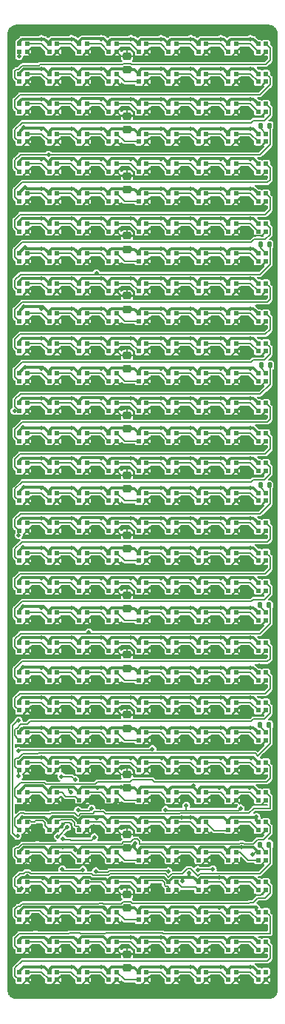
<source format=gtl>
G04 #@! TF.GenerationSoftware,KiCad,Pcbnew,7.0.8*
G04 #@! TF.CreationDate,2023-10-22T01:26:05-04:00*
G04 #@! TF.ProjectId,MicrocontrollerInputModule,4d696372-6f63-46f6-9e74-726f6c6c6572,V2.6*
G04 #@! TF.SameCoordinates,Original*
G04 #@! TF.FileFunction,Copper,L1,Top*
G04 #@! TF.FilePolarity,Positive*
%FSLAX46Y46*%
G04 Gerber Fmt 4.6, Leading zero omitted, Abs format (unit mm)*
G04 Created by KiCad (PCBNEW 7.0.8) date 2023-10-22 01:26:05*
%MOMM*%
%LPD*%
G01*
G04 APERTURE LIST*
G04 Aperture macros list*
%AMRoundRect*
0 Rectangle with rounded corners*
0 $1 Rounding radius*
0 $2 $3 $4 $5 $6 $7 $8 $9 X,Y pos of 4 corners*
0 Add a 4 corners polygon primitive as box body*
4,1,4,$2,$3,$4,$5,$6,$7,$8,$9,$2,$3,0*
0 Add four circle primitives for the rounded corners*
1,1,$1+$1,$2,$3*
1,1,$1+$1,$4,$5*
1,1,$1+$1,$6,$7*
1,1,$1+$1,$8,$9*
0 Add four rect primitives between the rounded corners*
20,1,$1+$1,$2,$3,$4,$5,0*
20,1,$1+$1,$4,$5,$6,$7,0*
20,1,$1+$1,$6,$7,$8,$9,0*
20,1,$1+$1,$8,$9,$2,$3,0*%
G04 Aperture macros list end*
G04 #@! TA.AperFunction,SMDPad,CuDef*
%ADD10R,0.500000X0.500000*%
G04 #@! TD*
G04 #@! TA.AperFunction,SMDPad,CuDef*
%ADD11RoundRect,0.225000X-0.250000X0.225000X-0.250000X-0.225000X0.250000X-0.225000X0.250000X0.225000X0*%
G04 #@! TD*
G04 #@! TA.AperFunction,SMDPad,CuDef*
%ADD12RoundRect,0.135000X-0.135000X-0.185000X0.135000X-0.185000X0.135000X0.185000X-0.135000X0.185000X0*%
G04 #@! TD*
G04 #@! TA.AperFunction,ViaPad*
%ADD13C,0.500000*%
G04 #@! TD*
G04 #@! TA.AperFunction,Conductor*
%ADD14C,0.304800*%
G04 #@! TD*
G04 #@! TA.AperFunction,Conductor*
%ADD15C,0.152400*%
G04 #@! TD*
G04 APERTURE END LIST*
D10*
X56826107Y-116987108D03*
X56826107Y-116087108D03*
X55926107Y-116087108D03*
X55926107Y-116987108D03*
X46557107Y-96449108D03*
X46557107Y-95549108D03*
X45657107Y-95549108D03*
X45657107Y-96449108D03*
X60249107Y-55373108D03*
X60249107Y-54473108D03*
X59349107Y-54473108D03*
X59349107Y-55373108D03*
X53403107Y-34835108D03*
X53403107Y-33935108D03*
X52503107Y-33935108D03*
X52503107Y-34835108D03*
X39711107Y-116987108D03*
X39711107Y-116087108D03*
X38811107Y-116087108D03*
X38811107Y-116987108D03*
X32865107Y-99872108D03*
X32865107Y-98972108D03*
X31965107Y-98972108D03*
X31965107Y-99872108D03*
X49980107Y-69065108D03*
X49980107Y-68165108D03*
X49080107Y-68165108D03*
X49080107Y-69065108D03*
X43134107Y-62219108D03*
X43134107Y-61319108D03*
X42234107Y-61319108D03*
X42234107Y-62219108D03*
X46557107Y-72488108D03*
X46557107Y-71588108D03*
X45657107Y-71588108D03*
X45657107Y-72488108D03*
X60249107Y-58796108D03*
X60249107Y-57896108D03*
X59349107Y-57896108D03*
X59349107Y-58796108D03*
X46557107Y-75911108D03*
X46557107Y-75011108D03*
X45657107Y-75011108D03*
X45657107Y-75911108D03*
X39711107Y-41681108D03*
X39711107Y-40781108D03*
X38811107Y-40781108D03*
X38811107Y-41681108D03*
X60249107Y-86180108D03*
X60249107Y-85280108D03*
X59349107Y-85280108D03*
X59349107Y-86180108D03*
X39711107Y-79334108D03*
X39711107Y-78434108D03*
X38811107Y-78434108D03*
X38811107Y-79334108D03*
X36288107Y-79334108D03*
X36288107Y-78434108D03*
X35388107Y-78434108D03*
X35388107Y-79334108D03*
D11*
X44325000Y-42181000D03*
X44325000Y-43731000D03*
X44325000Y-21643000D03*
X44325000Y-23193000D03*
D10*
X49980107Y-110141108D03*
X49980107Y-109241108D03*
X49080107Y-109241108D03*
X49080107Y-110141108D03*
X46557107Y-65642108D03*
X46557107Y-64742108D03*
X45657107Y-64742108D03*
X45657107Y-65642108D03*
X56826107Y-123833108D03*
X56826107Y-122933108D03*
X55926107Y-122933108D03*
X55926107Y-123833108D03*
X60249107Y-106718108D03*
X60249107Y-105818108D03*
X59349107Y-105818108D03*
X59349107Y-106718108D03*
X32865107Y-127256108D03*
X32865107Y-126356108D03*
X31965107Y-126356108D03*
X31965107Y-127256108D03*
X36288107Y-41681108D03*
X36288107Y-40781108D03*
X35388107Y-40781108D03*
X35388107Y-41681108D03*
X46557107Y-106718108D03*
X46557107Y-105818108D03*
X45657107Y-105818108D03*
X45657107Y-106718108D03*
X56826107Y-99872108D03*
X56826107Y-98972108D03*
X55926107Y-98972108D03*
X55926107Y-99872108D03*
X46557107Y-110141108D03*
X46557107Y-109241108D03*
X45657107Y-109241108D03*
X45657107Y-110141108D03*
X49980107Y-72488108D03*
X49980107Y-71588108D03*
X49080107Y-71588108D03*
X49080107Y-72488108D03*
X39711107Y-62219108D03*
X39711107Y-61319108D03*
X38811107Y-61319108D03*
X38811107Y-62219108D03*
X60249107Y-127256108D03*
X60249107Y-126356108D03*
X59349107Y-126356108D03*
X59349107Y-127256108D03*
X49980107Y-34835108D03*
X49980107Y-33935108D03*
X49080107Y-33935108D03*
X49080107Y-34835108D03*
X36288107Y-75911108D03*
X36288107Y-75011108D03*
X35388107Y-75011108D03*
X35388107Y-75911108D03*
X43134107Y-103295108D03*
X43134107Y-102395108D03*
X42234107Y-102395108D03*
X42234107Y-103295108D03*
X56826107Y-31412108D03*
X56826107Y-30512108D03*
X55926107Y-30512108D03*
X55926107Y-31412108D03*
X49980107Y-96449108D03*
X49980107Y-95549108D03*
X49080107Y-95549108D03*
X49080107Y-96449108D03*
X36288107Y-58796108D03*
X36288107Y-57896108D03*
X35388107Y-57896108D03*
X35388107Y-58796108D03*
X53403107Y-51950108D03*
X53403107Y-51050108D03*
X52503107Y-51050108D03*
X52503107Y-51950108D03*
X43134107Y-127256108D03*
X43134107Y-126356108D03*
X42234107Y-126356108D03*
X42234107Y-127256108D03*
X39711107Y-65642108D03*
X39711107Y-64742108D03*
X38811107Y-64742108D03*
X38811107Y-65642108D03*
X43134107Y-123833108D03*
X43134107Y-122933108D03*
X42234107Y-122933108D03*
X42234107Y-123833108D03*
X39711107Y-127256108D03*
X39711107Y-126356108D03*
X38811107Y-126356108D03*
X38811107Y-127256108D03*
X32865107Y-51950108D03*
X32865107Y-51050108D03*
X31965107Y-51050108D03*
X31965107Y-51950108D03*
X53403107Y-113564108D03*
X53403107Y-112664108D03*
X52503107Y-112664108D03*
X52503107Y-113564108D03*
X53403107Y-79334108D03*
X53403107Y-78434108D03*
X52503107Y-78434108D03*
X52503107Y-79334108D03*
X36288107Y-31412108D03*
X36288107Y-30512108D03*
X35388107Y-30512108D03*
X35388107Y-31412108D03*
X49980107Y-116987108D03*
X49980107Y-116087108D03*
X49080107Y-116087108D03*
X49080107Y-116987108D03*
X60249107Y-45104108D03*
X60249107Y-44204108D03*
X59349107Y-44204108D03*
X59349107Y-45104108D03*
X46557107Y-103295108D03*
X46557107Y-102395108D03*
X45657107Y-102395108D03*
X45657107Y-103295108D03*
X36288107Y-72488108D03*
X36288107Y-71588108D03*
X35388107Y-71588108D03*
X35388107Y-72488108D03*
X43134107Y-79334108D03*
X43134107Y-78434108D03*
X42234107Y-78434108D03*
X42234107Y-79334108D03*
D12*
X59607107Y-43199608D03*
X60627107Y-43199608D03*
D10*
X36288107Y-65642108D03*
X36288107Y-64742108D03*
X35388107Y-64742108D03*
X35388107Y-65642108D03*
X39711107Y-21143108D03*
X39711107Y-20243108D03*
X38811107Y-20243108D03*
X38811107Y-21143108D03*
X56826107Y-103295108D03*
X56826107Y-102395108D03*
X55926107Y-102395108D03*
X55926107Y-103295108D03*
X39711107Y-58796108D03*
X39711107Y-57896108D03*
X38811107Y-57896108D03*
X38811107Y-58796108D03*
X32865107Y-72488108D03*
X32865107Y-71588108D03*
X31965107Y-71588108D03*
X31965107Y-72488108D03*
X36288107Y-99872108D03*
X36288107Y-98972108D03*
X35388107Y-98972108D03*
X35388107Y-99872108D03*
X46557107Y-48527108D03*
X46557107Y-47627108D03*
X45657107Y-47627108D03*
X45657107Y-48527108D03*
X49980107Y-86180108D03*
X49980107Y-85280108D03*
X49080107Y-85280108D03*
X49080107Y-86180108D03*
X46557107Y-113564108D03*
X46557107Y-112664108D03*
X45657107Y-112664108D03*
X45657107Y-113564108D03*
X39711107Y-69065108D03*
X39711107Y-68165108D03*
X38811107Y-68165108D03*
X38811107Y-69065108D03*
X60249107Y-62219108D03*
X60249107Y-61319108D03*
X59349107Y-61319108D03*
X59349107Y-62219108D03*
X46557107Y-21143108D03*
X46557107Y-20243108D03*
X45657107Y-20243108D03*
X45657107Y-21143108D03*
X32865107Y-93026108D03*
X32865107Y-92126108D03*
X31965107Y-92126108D03*
X31965107Y-93026108D03*
X60249107Y-51950108D03*
X60249107Y-51050108D03*
X59349107Y-51050108D03*
X59349107Y-51950108D03*
X32865107Y-110141108D03*
X32865107Y-109241108D03*
X31965107Y-109241108D03*
X31965107Y-110141108D03*
X60249107Y-75911108D03*
X60249107Y-75011108D03*
X59349107Y-75011108D03*
X59349107Y-75911108D03*
D12*
X59580000Y-111793500D03*
X60600000Y-111793500D03*
D10*
X36288107Y-69065108D03*
X36288107Y-68165108D03*
X35388107Y-68165108D03*
X35388107Y-69065108D03*
X43134107Y-72488108D03*
X43134107Y-71588108D03*
X42234107Y-71588108D03*
X42234107Y-72488108D03*
X53403107Y-89603108D03*
X53403107Y-88703108D03*
X52503107Y-88703108D03*
X52503107Y-89603108D03*
X56826107Y-127256108D03*
X56826107Y-126356108D03*
X55926107Y-126356108D03*
X55926107Y-127256108D03*
X32865107Y-58796108D03*
X32865107Y-57896108D03*
X31965107Y-57896108D03*
X31965107Y-58796108D03*
X39711107Y-96449108D03*
X39711107Y-95549108D03*
X38811107Y-95549108D03*
X38811107Y-96449108D03*
X46557107Y-55373108D03*
X46557107Y-54473108D03*
X45657107Y-54473108D03*
X45657107Y-55373108D03*
X49980107Y-120410108D03*
X49980107Y-119510108D03*
X49080107Y-119510108D03*
X49080107Y-120410108D03*
X32865107Y-86180108D03*
X32865107Y-85280108D03*
X31965107Y-85280108D03*
X31965107Y-86180108D03*
X46557107Y-27989108D03*
X46557107Y-27089108D03*
X45657107Y-27089108D03*
X45657107Y-27989108D03*
X60249107Y-48527108D03*
X60249107Y-47627108D03*
X59349107Y-47627108D03*
X59349107Y-48527108D03*
X36288107Y-55373108D03*
X36288107Y-54473108D03*
X35388107Y-54473108D03*
X35388107Y-55373108D03*
X49980107Y-106718108D03*
X49980107Y-105818108D03*
X49080107Y-105818108D03*
X49080107Y-106718108D03*
X46557107Y-38258108D03*
X46557107Y-37358108D03*
X45657107Y-37358108D03*
X45657107Y-38258108D03*
X53403107Y-45104108D03*
X53403107Y-44204108D03*
X52503107Y-44204108D03*
X52503107Y-45104108D03*
X46557107Y-31412108D03*
X46557107Y-30512108D03*
X45657107Y-30512108D03*
X45657107Y-31412108D03*
X43134107Y-58796108D03*
X43134107Y-57896108D03*
X42234107Y-57896108D03*
X42234107Y-58796108D03*
X43134107Y-89603108D03*
X43134107Y-88703108D03*
X42234107Y-88703108D03*
X42234107Y-89603108D03*
X32865107Y-24566108D03*
X32865107Y-23666108D03*
X31965107Y-23666108D03*
X31965107Y-24566108D03*
X36288107Y-51950108D03*
X36288107Y-51050108D03*
X35388107Y-51050108D03*
X35388107Y-51950108D03*
X36288107Y-93026108D03*
X36288107Y-92126108D03*
X35388107Y-92126108D03*
X35388107Y-93026108D03*
X56826107Y-106718108D03*
X56826107Y-105818108D03*
X55926107Y-105818108D03*
X55926107Y-106718108D03*
X43134107Y-51950108D03*
X43134107Y-51050108D03*
X42234107Y-51050108D03*
X42234107Y-51950108D03*
X39711107Y-120410108D03*
X39711107Y-119510108D03*
X38811107Y-119510108D03*
X38811107Y-120410108D03*
X60249107Y-96449108D03*
X60249107Y-95549108D03*
X59349107Y-95549108D03*
X59349107Y-96449108D03*
X60249107Y-38258108D03*
X60249107Y-37358108D03*
X59349107Y-37358108D03*
X59349107Y-38258108D03*
X43134107Y-75911108D03*
X43134107Y-75011108D03*
X42234107Y-75011108D03*
X42234107Y-75911108D03*
X39711107Y-72488108D03*
X39711107Y-71588108D03*
X38811107Y-71588108D03*
X38811107Y-72488108D03*
X43134107Y-106718108D03*
X43134107Y-105818108D03*
X42234107Y-105818108D03*
X42234107Y-106718108D03*
X49980107Y-82757108D03*
X49980107Y-81857108D03*
X49080107Y-81857108D03*
X49080107Y-82757108D03*
X49980107Y-55373108D03*
X49980107Y-54473108D03*
X49080107Y-54473108D03*
X49080107Y-55373108D03*
X36288107Y-106718108D03*
X36288107Y-105818108D03*
X35388107Y-105818108D03*
X35388107Y-106718108D03*
X49980107Y-113564108D03*
X49980107Y-112664108D03*
X49080107Y-112664108D03*
X49080107Y-113564108D03*
D11*
X44325000Y-49027000D03*
X44325000Y-50577000D03*
D10*
X32865107Y-123833108D03*
X32865107Y-122933108D03*
X31965107Y-122933108D03*
X31965107Y-123833108D03*
X46557107Y-51950108D03*
X46557107Y-51050108D03*
X45657107Y-51050108D03*
X45657107Y-51950108D03*
X53403107Y-86180108D03*
X53403107Y-85280108D03*
X52503107Y-85280108D03*
X52503107Y-86180108D03*
X39711107Y-103295108D03*
X39711107Y-102395108D03*
X38811107Y-102395108D03*
X38811107Y-103295108D03*
X46557107Y-34835108D03*
X46557107Y-33935108D03*
X45657107Y-33935108D03*
X45657107Y-34835108D03*
X36288107Y-110141108D03*
X36288107Y-109241108D03*
X35388107Y-109241108D03*
X35388107Y-110141108D03*
X43134107Y-24566108D03*
X43134107Y-23666108D03*
X42234107Y-23666108D03*
X42234107Y-24566108D03*
X46557107Y-82757108D03*
X46557107Y-81857108D03*
X45657107Y-81857108D03*
X45657107Y-82757108D03*
X36288107Y-103295108D03*
X36288107Y-102395108D03*
X35388107Y-102395108D03*
X35388107Y-103295108D03*
X53403107Y-82757108D03*
X53403107Y-81857108D03*
X52503107Y-81857108D03*
X52503107Y-82757108D03*
X39711107Y-113564108D03*
X39711107Y-112664108D03*
X38811107Y-112664108D03*
X38811107Y-113564108D03*
X60249107Y-82757108D03*
X60249107Y-81857108D03*
X59349107Y-81857108D03*
X59349107Y-82757108D03*
X49980107Y-21143108D03*
X49980107Y-20243108D03*
X49080107Y-20243108D03*
X49080107Y-21143108D03*
X49980107Y-123833108D03*
X49980107Y-122933108D03*
X49080107Y-122933108D03*
X49080107Y-123833108D03*
X46557107Y-89603108D03*
X46557107Y-88703108D03*
X45657107Y-88703108D03*
X45657107Y-89603108D03*
X36288107Y-82757108D03*
X36288107Y-81857108D03*
X35388107Y-81857108D03*
X35388107Y-82757108D03*
X60249107Y-120410108D03*
X60249107Y-119510108D03*
X59349107Y-119510108D03*
X59349107Y-120410108D03*
X53403107Y-75911108D03*
X53403107Y-75011108D03*
X52503107Y-75011108D03*
X52503107Y-75911108D03*
X49980107Y-127256108D03*
X49980107Y-126356108D03*
X49080107Y-126356108D03*
X49080107Y-127256108D03*
X53403107Y-103295108D03*
X53403107Y-102395108D03*
X52503107Y-102395108D03*
X52503107Y-103295108D03*
X32865107Y-120410108D03*
X32865107Y-119510108D03*
X31965107Y-119510108D03*
X31965107Y-120410108D03*
X49980107Y-31412108D03*
X49980107Y-30512108D03*
X49080107Y-30512108D03*
X49080107Y-31412108D03*
X32865107Y-38258108D03*
X32865107Y-37358108D03*
X31965107Y-37358108D03*
X31965107Y-38258108D03*
X53403107Y-24566108D03*
X53403107Y-23666108D03*
X52503107Y-23666108D03*
X52503107Y-24566108D03*
X39711107Y-82757108D03*
X39711107Y-81857108D03*
X38811107Y-81857108D03*
X38811107Y-82757108D03*
X56826107Y-93026108D03*
X56826107Y-92126108D03*
X55926107Y-92126108D03*
X55926107Y-93026108D03*
X49980107Y-79334108D03*
X49980107Y-78434108D03*
X49080107Y-78434108D03*
X49080107Y-79334108D03*
X49980107Y-27989108D03*
X49980107Y-27089108D03*
X49080107Y-27089108D03*
X49080107Y-27989108D03*
X53403107Y-72488108D03*
X53403107Y-71588108D03*
X52503107Y-71588108D03*
X52503107Y-72488108D03*
X36288107Y-45104108D03*
X36288107Y-44204108D03*
X35388107Y-44204108D03*
X35388107Y-45104108D03*
X56826107Y-96449108D03*
X56826107Y-95549108D03*
X55926107Y-95549108D03*
X55926107Y-96449108D03*
X60249107Y-103295108D03*
X60249107Y-102395108D03*
X59349107Y-102395108D03*
X59349107Y-103295108D03*
X49980107Y-62219108D03*
X49980107Y-61319108D03*
X49080107Y-61319108D03*
X49080107Y-62219108D03*
X56826107Y-38258108D03*
X56826107Y-37358108D03*
X55926107Y-37358108D03*
X55926107Y-38258108D03*
X39711107Y-45104108D03*
X39711107Y-44204108D03*
X38811107Y-44204108D03*
X38811107Y-45104108D03*
X36288107Y-123833108D03*
X36288107Y-122933108D03*
X35388107Y-122933108D03*
X35388107Y-123833108D03*
X39711107Y-31412108D03*
X39711107Y-30512108D03*
X38811107Y-30512108D03*
X38811107Y-31412108D03*
X39711107Y-86180108D03*
X39711107Y-85280108D03*
X38811107Y-85280108D03*
X38811107Y-86180108D03*
X53403107Y-69065108D03*
X53403107Y-68165108D03*
X52503107Y-68165108D03*
X52503107Y-69065108D03*
X39711107Y-55373108D03*
X39711107Y-54473108D03*
X38811107Y-54473108D03*
X38811107Y-55373108D03*
X56826107Y-69065108D03*
X56826107Y-68165108D03*
X55926107Y-68165108D03*
X55926107Y-69065108D03*
X53403107Y-106718108D03*
X53403107Y-105818108D03*
X52503107Y-105818108D03*
X52503107Y-106718108D03*
X43134107Y-27989108D03*
X43134107Y-27089108D03*
X42234107Y-27089108D03*
X42234107Y-27989108D03*
X46557107Y-120410108D03*
X46557107Y-119510108D03*
X45657107Y-119510108D03*
X45657107Y-120410108D03*
X49980107Y-58796108D03*
X49980107Y-57896108D03*
X49080107Y-57896108D03*
X49080107Y-58796108D03*
X53403107Y-65642108D03*
X53403107Y-64742108D03*
X52503107Y-64742108D03*
X52503107Y-65642108D03*
X43134107Y-69065108D03*
X43134107Y-68165108D03*
X42234107Y-68165108D03*
X42234107Y-69065108D03*
D12*
X59600000Y-70692500D03*
X60620000Y-70692500D03*
D10*
X39711107Y-99872108D03*
X39711107Y-98972108D03*
X38811107Y-98972108D03*
X38811107Y-99872108D03*
X56826107Y-24566108D03*
X56826107Y-23666108D03*
X55926107Y-23666108D03*
X55926107Y-24566108D03*
X56826107Y-62219108D03*
X56826107Y-61319108D03*
X55926107Y-61319108D03*
X55926107Y-62219108D03*
X56826107Y-120410108D03*
X56826107Y-119510108D03*
X55926107Y-119510108D03*
X55926107Y-120410108D03*
X43134107Y-93026108D03*
X43134107Y-92126108D03*
X42234107Y-92126108D03*
X42234107Y-93026108D03*
X46557107Y-116987108D03*
X46557107Y-116087108D03*
X45657107Y-116087108D03*
X45657107Y-116987108D03*
X36288107Y-24566108D03*
X36288107Y-23666108D03*
X35388107Y-23666108D03*
X35388107Y-24566108D03*
X32865107Y-41681108D03*
X32865107Y-40781108D03*
X31965107Y-40781108D03*
X31965107Y-41681108D03*
X60249107Y-89603108D03*
X60249107Y-88703108D03*
X59349107Y-88703108D03*
X59349107Y-89603108D03*
X53403107Y-48527108D03*
X53403107Y-47627108D03*
X52503107Y-47627108D03*
X52503107Y-48527108D03*
X32865107Y-21143108D03*
X32865107Y-20243108D03*
X31965107Y-20243108D03*
X31965107Y-21143108D03*
X39711107Y-34835108D03*
X39711107Y-33935108D03*
X38811107Y-33935108D03*
X38811107Y-34835108D03*
X60249107Y-34835108D03*
X60249107Y-33935108D03*
X59349107Y-33935108D03*
X59349107Y-34835108D03*
X43134107Y-116987108D03*
X43134107Y-116087108D03*
X42234107Y-116087108D03*
X42234107Y-116987108D03*
X56826107Y-51950108D03*
X56826107Y-51050108D03*
X55926107Y-51050108D03*
X55926107Y-51950108D03*
X39711107Y-110141108D03*
X39711107Y-109241108D03*
X38811107Y-109241108D03*
X38811107Y-110141108D03*
X46557107Y-45104108D03*
X46557107Y-44204108D03*
X45657107Y-44204108D03*
X45657107Y-45104108D03*
X39711107Y-51950108D03*
X39711107Y-51050108D03*
X38811107Y-51050108D03*
X38811107Y-51950108D03*
X60249107Y-31412108D03*
X60249107Y-30512108D03*
X59349107Y-30512108D03*
X59349107Y-31412108D03*
X60249107Y-41681108D03*
X60249107Y-40781108D03*
X59349107Y-40781108D03*
X59349107Y-41681108D03*
X49980107Y-99872108D03*
X49980107Y-98972108D03*
X49080107Y-98972108D03*
X49080107Y-99872108D03*
X46557107Y-62219108D03*
X46557107Y-61319108D03*
X45657107Y-61319108D03*
X45657107Y-62219108D03*
X60249107Y-79334108D03*
X60249107Y-78434108D03*
X59349107Y-78434108D03*
X59349107Y-79334108D03*
X43134107Y-86180108D03*
X43134107Y-85280108D03*
X42234107Y-85280108D03*
X42234107Y-86180108D03*
X43134107Y-110141108D03*
X43134107Y-109241108D03*
X42234107Y-109241108D03*
X42234107Y-110141108D03*
X53403107Y-96449108D03*
X53403107Y-95549108D03*
X52503107Y-95549108D03*
X52503107Y-96449108D03*
X49980107Y-45104108D03*
X49980107Y-44204108D03*
X49080107Y-44204108D03*
X49080107Y-45104108D03*
X53403107Y-31412108D03*
X53403107Y-30512108D03*
X52503107Y-30512108D03*
X52503107Y-31412108D03*
X32865107Y-89603108D03*
X32865107Y-88703108D03*
X31965107Y-88703108D03*
X31965107Y-89603108D03*
D11*
X44325000Y-90103000D03*
X44325000Y-91653000D03*
D10*
X32865107Y-75911108D03*
X32865107Y-75011108D03*
X31965107Y-75011108D03*
X31965107Y-75911108D03*
X32865107Y-55373108D03*
X32865107Y-54473108D03*
X31965107Y-54473108D03*
X31965107Y-55373108D03*
X53403107Y-99872108D03*
X53403107Y-98972108D03*
X52503107Y-98972108D03*
X52503107Y-99872108D03*
X53403107Y-110141108D03*
X53403107Y-109241108D03*
X52503107Y-109241108D03*
X52503107Y-110141108D03*
X60249107Y-123833108D03*
X60249107Y-122933108D03*
X59349107Y-122933108D03*
X59349107Y-123833108D03*
X56826107Y-113564108D03*
X56826107Y-112664108D03*
X55926107Y-112664108D03*
X55926107Y-113564108D03*
D11*
X44325000Y-117487000D03*
X44325000Y-119037000D03*
D10*
X56826107Y-72488108D03*
X56826107Y-71588108D03*
X55926107Y-71588108D03*
X55926107Y-72488108D03*
D12*
X59580000Y-98093500D03*
X60600000Y-98093500D03*
D11*
X44325000Y-110641000D03*
X44325000Y-112191000D03*
D10*
X36288107Y-38258108D03*
X36288107Y-37358108D03*
X35388107Y-37358108D03*
X35388107Y-38258108D03*
X56826107Y-45104108D03*
X56826107Y-44204108D03*
X55926107Y-44204108D03*
X55926107Y-45104108D03*
X32865107Y-106718108D03*
X32865107Y-105818108D03*
X31965107Y-105818108D03*
X31965107Y-106718108D03*
X56826107Y-27989108D03*
X56826107Y-27089108D03*
X55926107Y-27089108D03*
X55926107Y-27989108D03*
X43134107Y-41681108D03*
X43134107Y-40781108D03*
X42234107Y-40781108D03*
X42234107Y-41681108D03*
X36288107Y-113564108D03*
X36288107Y-112664108D03*
X35388107Y-112664108D03*
X35388107Y-113564108D03*
X32865107Y-113564108D03*
X32865107Y-112664108D03*
X31965107Y-112664108D03*
X31965107Y-113564108D03*
D11*
X44325000Y-62719000D03*
X44325000Y-64269000D03*
D10*
X36288107Y-96449108D03*
X36288107Y-95549108D03*
X35388107Y-95549108D03*
X35388107Y-96449108D03*
X53403107Y-62219108D03*
X53403107Y-61319108D03*
X52503107Y-61319108D03*
X52503107Y-62219108D03*
X53403107Y-27989108D03*
X53403107Y-27089108D03*
X52503107Y-27089108D03*
X52503107Y-27989108D03*
X43134107Y-34835108D03*
X43134107Y-33935108D03*
X42234107Y-33935108D03*
X42234107Y-34835108D03*
X46557107Y-99872108D03*
X46557107Y-98972108D03*
X45657107Y-98972108D03*
X45657107Y-99872108D03*
X43134107Y-21143108D03*
X43134107Y-20243108D03*
X42234107Y-20243108D03*
X42234107Y-21143108D03*
D11*
X44325000Y-55873000D03*
X44325000Y-57423000D03*
D10*
X49980107Y-93026108D03*
X49980107Y-92126108D03*
X49080107Y-92126108D03*
X49080107Y-93026108D03*
X56826107Y-58796108D03*
X56826107Y-57896108D03*
X55926107Y-57896108D03*
X55926107Y-58796108D03*
X39711107Y-48527108D03*
X39711107Y-47627108D03*
X38811107Y-47627108D03*
X38811107Y-48527108D03*
X39711107Y-75911108D03*
X39711107Y-75011108D03*
X38811107Y-75011108D03*
X38811107Y-75911108D03*
X39711107Y-93026108D03*
X39711107Y-92126108D03*
X38811107Y-92126108D03*
X38811107Y-93026108D03*
X46557107Y-123833108D03*
X46557107Y-122933108D03*
X45657107Y-122933108D03*
X45657107Y-123833108D03*
X56826107Y-89603108D03*
X56826107Y-88703108D03*
X55926107Y-88703108D03*
X55926107Y-89603108D03*
X46557107Y-24566108D03*
X46557107Y-23666108D03*
X45657107Y-23666108D03*
X45657107Y-24566108D03*
X32865107Y-62219108D03*
X32865107Y-61319108D03*
X31965107Y-61319108D03*
X31965107Y-62219108D03*
X53403107Y-116987108D03*
X53403107Y-116087108D03*
X52503107Y-116087108D03*
X52503107Y-116987108D03*
X49980107Y-41681108D03*
X49980107Y-40781108D03*
X49080107Y-40781108D03*
X49080107Y-41681108D03*
X43134107Y-55373108D03*
X43134107Y-54473108D03*
X42234107Y-54473108D03*
X42234107Y-55373108D03*
X32865107Y-69065108D03*
X32865107Y-68165108D03*
X31965107Y-68165108D03*
X31965107Y-69065108D03*
X53403107Y-55373108D03*
X53403107Y-54473108D03*
X52503107Y-54473108D03*
X52503107Y-55373108D03*
X43134107Y-82757108D03*
X43134107Y-81857108D03*
X42234107Y-81857108D03*
X42234107Y-82757108D03*
X36288107Y-116987108D03*
X36288107Y-116087108D03*
X35388107Y-116087108D03*
X35388107Y-116987108D03*
D11*
X44325000Y-96949000D03*
X44325000Y-98499000D03*
D12*
X59607107Y-29593108D03*
X60627107Y-29593108D03*
X59580000Y-84393500D03*
X60600000Y-84393500D03*
D10*
X43134107Y-65642108D03*
X43134107Y-64742108D03*
X42234107Y-64742108D03*
X42234107Y-65642108D03*
X53403107Y-41681108D03*
X53403107Y-40781108D03*
X52503107Y-40781108D03*
X52503107Y-41681108D03*
X60249107Y-69065108D03*
X60249107Y-68165108D03*
X59349107Y-68165108D03*
X59349107Y-69065108D03*
X32865107Y-31412108D03*
X32865107Y-30512108D03*
X31965107Y-30512108D03*
X31965107Y-31412108D03*
X56826107Y-75911108D03*
X56826107Y-75011108D03*
X55926107Y-75011108D03*
X55926107Y-75911108D03*
X36288107Y-27989108D03*
X36288107Y-27089108D03*
X35388107Y-27089108D03*
X35388107Y-27989108D03*
X56826107Y-34835108D03*
X56826107Y-33935108D03*
X55926107Y-33935108D03*
X55926107Y-34835108D03*
X46557107Y-127256108D03*
X46557107Y-126356108D03*
X45657107Y-126356108D03*
X45657107Y-127256108D03*
X60249107Y-72488108D03*
X60249107Y-71588108D03*
X59349107Y-71588108D03*
X59349107Y-72488108D03*
X39711107Y-123833108D03*
X39711107Y-122933108D03*
X38811107Y-122933108D03*
X38811107Y-123833108D03*
X60249107Y-27989108D03*
X60249107Y-27089108D03*
X59349107Y-27089108D03*
X59349107Y-27989108D03*
X32865107Y-45104108D03*
X32865107Y-44204108D03*
X31965107Y-44204108D03*
X31965107Y-45104108D03*
X36288107Y-127256108D03*
X36288107Y-126356108D03*
X35388107Y-126356108D03*
X35388107Y-127256108D03*
X56826107Y-86180108D03*
X56826107Y-85280108D03*
X55926107Y-85280108D03*
X55926107Y-86180108D03*
X49980107Y-65642108D03*
X49980107Y-64742108D03*
X49080107Y-64742108D03*
X49080107Y-65642108D03*
X56826107Y-41681108D03*
X56826107Y-40781108D03*
X55926107Y-40781108D03*
X55926107Y-41681108D03*
X56826107Y-79334108D03*
X56826107Y-78434108D03*
X55926107Y-78434108D03*
X55926107Y-79334108D03*
X32865107Y-96449108D03*
X32865107Y-95549108D03*
X31965107Y-95549108D03*
X31965107Y-96449108D03*
X43134107Y-99872108D03*
X43134107Y-98972108D03*
X42234107Y-98972108D03*
X42234107Y-99872108D03*
X46557107Y-69065108D03*
X46557107Y-68165108D03*
X45657107Y-68165108D03*
X45657107Y-69065108D03*
X60249107Y-65642108D03*
X60249107Y-64742108D03*
X59349107Y-64742108D03*
X59349107Y-65642108D03*
X46557107Y-79334108D03*
X46557107Y-78434108D03*
X45657107Y-78434108D03*
X45657107Y-79334108D03*
X43134107Y-113564108D03*
X43134107Y-112664108D03*
X42234107Y-112664108D03*
X42234107Y-113564108D03*
X32865107Y-116987108D03*
X32865107Y-116087108D03*
X31965107Y-116087108D03*
X31965107Y-116987108D03*
X36288107Y-120410108D03*
X36288107Y-119510108D03*
X35388107Y-119510108D03*
X35388107Y-120410108D03*
X43134107Y-96449108D03*
X43134107Y-95549108D03*
X42234107Y-95549108D03*
X42234107Y-96449108D03*
X56826107Y-55373108D03*
X56826107Y-54473108D03*
X55926107Y-54473108D03*
X55926107Y-55373108D03*
X32865107Y-82757108D03*
X32865107Y-81857108D03*
X31965107Y-81857108D03*
X31965107Y-82757108D03*
X60249107Y-21143108D03*
X60249107Y-20243108D03*
X59349107Y-20243108D03*
X59349107Y-21143108D03*
X56826107Y-82757108D03*
X56826107Y-81857108D03*
X55926107Y-81857108D03*
X55926107Y-82757108D03*
X49980107Y-89603108D03*
X49980107Y-88703108D03*
X49080107Y-88703108D03*
X49080107Y-89603108D03*
X56826107Y-21143108D03*
X56826107Y-20243108D03*
X55926107Y-20243108D03*
X55926107Y-21143108D03*
X43134107Y-31412108D03*
X43134107Y-30512108D03*
X42234107Y-30512108D03*
X42234107Y-31412108D03*
X43134107Y-48527108D03*
X43134107Y-47627108D03*
X42234107Y-47627108D03*
X42234107Y-48527108D03*
X49980107Y-48527108D03*
X49980107Y-47627108D03*
X49080107Y-47627108D03*
X49080107Y-48527108D03*
X60249107Y-24566108D03*
X60249107Y-23666108D03*
X59349107Y-23666108D03*
X59349107Y-24566108D03*
X56826107Y-48527108D03*
X56826107Y-47627108D03*
X55926107Y-47627108D03*
X55926107Y-48527108D03*
X43134107Y-45104108D03*
X43134107Y-44204108D03*
X42234107Y-44204108D03*
X42234107Y-45104108D03*
X53403107Y-93026108D03*
X53403107Y-92126108D03*
X52503107Y-92126108D03*
X52503107Y-93026108D03*
X39711107Y-38258108D03*
X39711107Y-37358108D03*
X38811107Y-37358108D03*
X38811107Y-38258108D03*
D11*
X44325000Y-28489000D03*
X44325000Y-30039000D03*
D10*
X46557107Y-86180108D03*
X46557107Y-85280108D03*
X45657107Y-85280108D03*
X45657107Y-86180108D03*
X53403107Y-58796108D03*
X53403107Y-57896108D03*
X52503107Y-57896108D03*
X52503107Y-58796108D03*
X60249107Y-113564108D03*
X60249107Y-112664108D03*
X59349107Y-112664108D03*
X59349107Y-113564108D03*
X49980107Y-103295108D03*
X49980107Y-102395108D03*
X49080107Y-102395108D03*
X49080107Y-103295108D03*
X36288107Y-86180108D03*
X36288107Y-85280108D03*
X35388107Y-85280108D03*
X35388107Y-86180108D03*
X46557107Y-93026108D03*
X46557107Y-92126108D03*
X45657107Y-92126108D03*
X45657107Y-93026108D03*
X36288107Y-48527108D03*
X36288107Y-47627108D03*
X35388107Y-47627108D03*
X35388107Y-48527108D03*
X43134107Y-38258108D03*
X43134107Y-37358108D03*
X42234107Y-37358108D03*
X42234107Y-38258108D03*
X56826107Y-65642108D03*
X56826107Y-64742108D03*
X55926107Y-64742108D03*
X55926107Y-65642108D03*
X49980107Y-38258108D03*
X49980107Y-37358108D03*
X49080107Y-37358108D03*
X49080107Y-38258108D03*
X32865107Y-79334108D03*
X32865107Y-78434108D03*
X31965107Y-78434108D03*
X31965107Y-79334108D03*
X32865107Y-27989108D03*
X32865107Y-27089108D03*
X31965107Y-27089108D03*
X31965107Y-27989108D03*
X43134107Y-120410108D03*
X43134107Y-119510108D03*
X42234107Y-119510108D03*
X42234107Y-120410108D03*
X32865107Y-48527108D03*
X32865107Y-47627108D03*
X31965107Y-47627108D03*
X31965107Y-48527108D03*
X56826107Y-110141108D03*
X56826107Y-109241108D03*
X55926107Y-109241108D03*
X55926107Y-110141108D03*
X49980107Y-24566108D03*
X49980107Y-23666108D03*
X49080107Y-23666108D03*
X49080107Y-24566108D03*
X46557107Y-41681108D03*
X46557107Y-40781108D03*
X45657107Y-40781108D03*
X45657107Y-41681108D03*
X60249107Y-99872108D03*
X60249107Y-98972108D03*
X59349107Y-98972108D03*
X59349107Y-99872108D03*
D11*
X44325000Y-76411000D03*
X44325000Y-77961000D03*
D10*
X39711107Y-24566108D03*
X39711107Y-23666108D03*
X38811107Y-23666108D03*
X38811107Y-24566108D03*
X49980107Y-51950108D03*
X49980107Y-51050108D03*
X49080107Y-51050108D03*
X49080107Y-51950108D03*
X60249107Y-110141108D03*
X60249107Y-109241108D03*
X59349107Y-109241108D03*
X59349107Y-110141108D03*
D11*
X44325000Y-69565000D03*
X44325000Y-71115000D03*
D10*
X60249107Y-116987108D03*
X60249107Y-116087108D03*
X59349107Y-116087108D03*
X59349107Y-116987108D03*
X36288107Y-34835108D03*
X36288107Y-33935108D03*
X35388107Y-33935108D03*
X35388107Y-34835108D03*
X39711107Y-27989108D03*
X39711107Y-27089108D03*
X38811107Y-27089108D03*
X38811107Y-27989108D03*
X53403107Y-120410108D03*
X53403107Y-119510108D03*
X52503107Y-119510108D03*
X52503107Y-120410108D03*
X32865107Y-103295108D03*
X32865107Y-102395108D03*
X31965107Y-102395108D03*
X31965107Y-103295108D03*
D11*
X44325000Y-103795000D03*
X44325000Y-105345000D03*
X44325000Y-35335000D03*
X44325000Y-36885000D03*
X44325000Y-124333000D03*
X44325000Y-125883000D03*
D10*
X36288107Y-21143108D03*
X36288107Y-20243108D03*
X35388107Y-20243108D03*
X35388107Y-21143108D03*
X53403107Y-38258108D03*
X53403107Y-37358108D03*
X52503107Y-37358108D03*
X52503107Y-38258108D03*
X36288107Y-89603108D03*
X36288107Y-88703108D03*
X35388107Y-88703108D03*
X35388107Y-89603108D03*
X53403107Y-127256108D03*
X53403107Y-126356108D03*
X52503107Y-126356108D03*
X52503107Y-127256108D03*
X46557107Y-58796108D03*
X46557107Y-57896108D03*
X45657107Y-57896108D03*
X45657107Y-58796108D03*
X32865107Y-65642108D03*
X32865107Y-64742108D03*
X31965107Y-64742108D03*
X31965107Y-65642108D03*
X53403107Y-21143108D03*
X53403107Y-20243108D03*
X52503107Y-20243108D03*
X52503107Y-21143108D03*
X39711107Y-89603108D03*
X39711107Y-88703108D03*
X38811107Y-88703108D03*
X38811107Y-89603108D03*
X36288107Y-62219108D03*
X36288107Y-61319108D03*
X35388107Y-61319108D03*
X35388107Y-62219108D03*
X32865107Y-34835108D03*
X32865107Y-33935108D03*
X31965107Y-33935108D03*
X31965107Y-34835108D03*
X49980107Y-75911108D03*
X49980107Y-75011108D03*
X49080107Y-75011108D03*
X49080107Y-75911108D03*
X60249107Y-93026108D03*
X60249107Y-92126108D03*
X59349107Y-92126108D03*
X59349107Y-93026108D03*
X53403107Y-123833108D03*
X53403107Y-122933108D03*
X52503107Y-122933108D03*
X52503107Y-123833108D03*
D12*
X59699999Y-56992500D03*
X60719999Y-56992500D03*
D11*
X44325000Y-83257000D03*
X44325000Y-84807000D03*
D10*
X39711107Y-106718108D03*
X39711107Y-105818108D03*
X38811107Y-105818108D03*
X38811107Y-106718108D03*
D13*
X50670000Y-115950000D03*
X34050000Y-99550000D03*
X34100000Y-89250000D03*
X34100000Y-92700000D03*
X34100000Y-96200000D03*
X31889207Y-76400000D03*
X31889207Y-97613814D03*
X32400000Y-77800000D03*
X34507107Y-77884108D03*
X40737822Y-114843008D03*
X49064581Y-114850973D03*
X52430247Y-114681454D03*
X54150000Y-114632408D03*
X34650243Y-115633089D03*
X37470000Y-109795008D03*
X33495607Y-107800000D03*
X32500000Y-29800000D03*
X32600000Y-36600000D03*
X32600000Y-43500000D03*
X32500000Y-50300000D03*
X32600000Y-57200000D03*
X32400000Y-64100000D03*
X32500000Y-70900000D03*
X32400000Y-84600000D03*
X32400000Y-91500000D03*
X32227296Y-98616625D03*
X36389175Y-110854992D03*
X32266945Y-107423108D03*
X55045107Y-91576108D03*
X58468107Y-43654108D03*
X37930107Y-125806108D03*
X44776107Y-26539108D03*
X58468107Y-88153108D03*
X41353107Y-53923108D03*
X48199107Y-125806108D03*
X40817107Y-108743108D03*
X37930107Y-50500108D03*
X48307107Y-101893108D03*
X58468107Y-64192108D03*
X54907107Y-118993108D03*
X34507107Y-26539108D03*
X58468107Y-71038108D03*
X58468107Y-91576108D03*
X37930107Y-81307108D03*
X48199107Y-43654108D03*
X44776107Y-91576108D03*
X51622107Y-57346108D03*
X51622107Y-40231108D03*
X51622107Y-29962108D03*
X32269907Y-108692608D03*
X44776107Y-81307108D03*
X41353107Y-67615108D03*
X54907107Y-115593108D03*
X37930107Y-84730108D03*
X34507107Y-53923108D03*
X51622107Y-43654108D03*
X55045107Y-67615108D03*
X40907107Y-105293108D03*
X51622107Y-19693108D03*
X41353107Y-57346108D03*
X55045107Y-50500108D03*
X37930107Y-91576108D03*
X48199107Y-57346108D03*
X54907107Y-105293108D03*
X58468107Y-50500108D03*
X44776107Y-84730108D03*
X41353107Y-125806108D03*
X41307107Y-101893108D03*
X41787107Y-119090108D03*
X58748139Y-112964057D03*
X48199107Y-36808108D03*
X44776107Y-50500108D03*
X38421794Y-112391493D03*
X48199107Y-77884108D03*
X44776107Y-29962108D03*
X41353107Y-19693108D03*
X59100000Y-118993108D03*
X58468107Y-98422108D03*
X37930107Y-23116108D03*
X51622107Y-94999108D03*
X41353107Y-40231108D03*
X41353107Y-43654108D03*
X51622107Y-98422108D03*
X37930107Y-29962108D03*
X44776107Y-67615108D03*
X48199107Y-91576108D03*
X44776107Y-88153108D03*
X34507107Y-60769108D03*
X41353107Y-84730108D03*
X44776107Y-98422108D03*
X37930107Y-67615108D03*
X34507107Y-23116108D03*
X37930107Y-19693108D03*
X55107107Y-101893108D03*
X51427107Y-115042208D03*
X44776107Y-36808108D03*
X58468107Y-81307108D03*
X34507107Y-29962108D03*
X34507107Y-43654108D03*
X41353107Y-94999108D03*
X34507107Y-47077108D03*
X55045107Y-81307108D03*
X44776107Y-125806108D03*
X55045107Y-125806108D03*
X48199107Y-60769108D03*
X41353107Y-71038108D03*
X48199107Y-67615108D03*
X58468107Y-26539108D03*
X51622107Y-74461108D03*
X44776107Y-53923108D03*
X34507107Y-33385108D03*
X41353107Y-60769108D03*
X51622107Y-84730108D03*
X55045107Y-47077108D03*
X51622107Y-23116108D03*
X44776107Y-60769108D03*
X37930107Y-60769108D03*
X37930107Y-77884108D03*
X51907107Y-105093108D03*
X57447107Y-112109308D03*
X41353107Y-91576108D03*
X55045107Y-94999108D03*
X58468107Y-60769108D03*
X34507107Y-84730108D03*
X48199107Y-74461108D03*
X34507107Y-40231108D03*
X51622107Y-64192108D03*
X58468107Y-53923108D03*
X55045107Y-53923108D03*
X48199107Y-40231108D03*
X55045107Y-33385108D03*
X51622107Y-60769108D03*
X51622107Y-53923108D03*
X37930107Y-53923108D03*
X44776107Y-23116108D03*
X58468107Y-29962108D03*
X48199107Y-98422108D03*
X37930107Y-40231108D03*
X58468107Y-40231108D03*
X51622107Y-50500108D03*
X48199107Y-26539108D03*
X51622107Y-125806108D03*
X55045107Y-19693108D03*
X41353107Y-77884108D03*
X34507107Y-74461108D03*
X43607107Y-105193108D03*
X44776107Y-74461108D03*
X55045107Y-26539108D03*
X44776107Y-43654108D03*
X51622107Y-77884108D03*
X55045107Y-60769108D03*
X51622107Y-36808108D03*
X37930107Y-98422108D03*
X55045107Y-77884108D03*
X51622107Y-26539108D03*
X37930107Y-64192108D03*
X41353107Y-74461108D03*
X58468107Y-125806108D03*
X34507107Y-81307108D03*
X44776107Y-47077108D03*
X51622107Y-88153108D03*
X55045107Y-57346108D03*
X58407107Y-105293108D03*
X58468107Y-94999108D03*
X51622107Y-33385108D03*
X48199107Y-122383108D03*
X44776107Y-122383108D03*
X37930107Y-47077108D03*
X51622107Y-81307108D03*
X51622107Y-91576108D03*
X55045107Y-23116108D03*
X50607107Y-108693108D03*
X41353107Y-23116108D03*
X41353107Y-98422108D03*
X55045107Y-84730108D03*
X34507107Y-19693108D03*
X55045107Y-74461108D03*
X51622107Y-67615108D03*
X58468107Y-84730108D03*
X37930107Y-36808108D03*
X58468107Y-74461108D03*
X55045107Y-64192108D03*
X51607107Y-108693108D03*
X58468107Y-33385108D03*
X37930107Y-26539108D03*
X58468107Y-23116108D03*
X44776107Y-71038108D03*
X48199107Y-71038108D03*
X34507107Y-98422108D03*
X55045107Y-98422108D03*
X41353107Y-47077108D03*
X41353107Y-36808108D03*
X48199107Y-29962108D03*
X44776107Y-64192108D03*
X44776107Y-77884108D03*
X58468107Y-47077108D03*
X34507107Y-91576108D03*
X59157107Y-108643108D03*
X34507107Y-67615108D03*
X41353107Y-81307108D03*
X41353107Y-26539108D03*
X48199107Y-88153108D03*
X44707107Y-101893108D03*
X44776107Y-57346108D03*
X55045107Y-40231108D03*
X55045107Y-71038108D03*
X41353107Y-64192108D03*
X44776107Y-94999108D03*
X34507107Y-64192108D03*
X55045107Y-29962108D03*
X37930107Y-33385108D03*
X48199107Y-50500108D03*
X34507107Y-88153108D03*
X44776107Y-33385108D03*
X58468107Y-36808108D03*
X37930107Y-43654108D03*
X41353107Y-50500108D03*
X37907107Y-101893108D03*
X58468107Y-67615108D03*
X34507107Y-94999108D03*
X48199107Y-94999108D03*
X34507107Y-57346108D03*
X44776107Y-40231108D03*
X34507107Y-101845108D03*
X48199107Y-47077108D03*
X37930107Y-88153108D03*
X58468107Y-57346108D03*
X48199107Y-53923108D03*
X44776107Y-19693108D03*
X37930107Y-74461108D03*
X48199107Y-33385108D03*
X55045107Y-43654108D03*
X51707107Y-101893108D03*
X34507107Y-125806108D03*
X48199107Y-64192108D03*
X51622107Y-71038108D03*
X58507107Y-101893108D03*
X48199107Y-84730108D03*
X41353107Y-33385108D03*
X55045107Y-88153108D03*
X34507107Y-71038108D03*
X58468107Y-19693108D03*
X48199107Y-23116108D03*
X48199107Y-81307108D03*
X32860000Y-115395108D03*
X41353107Y-29962108D03*
X37930107Y-71038108D03*
X48199107Y-19693108D03*
X55045107Y-36808108D03*
X41353107Y-88153108D03*
X37930107Y-57346108D03*
X51622107Y-47077108D03*
X34507107Y-36808108D03*
X37930107Y-94999108D03*
X45277107Y-111632208D03*
X58468107Y-77884108D03*
X34507107Y-50500108D03*
X37880000Y-105811008D03*
X51107107Y-107344208D03*
X57337107Y-107658408D03*
X48748586Y-107823208D03*
X32817107Y-114210108D03*
X59417673Y-19522118D03*
X57857107Y-27789108D03*
X51011107Y-89403108D03*
X37319107Y-92826108D03*
X51011107Y-79134108D03*
X37319107Y-27789108D03*
X37319107Y-102900000D03*
X51011107Y-55173108D03*
X57857107Y-99672108D03*
X51011107Y-62019108D03*
X57857107Y-103095108D03*
X59507107Y-91335208D03*
X37319107Y-41481108D03*
X51011107Y-27789108D03*
X37319107Y-96249108D03*
X47507107Y-96270108D03*
X57857107Y-82557108D03*
X37319107Y-38058108D03*
X57857107Y-48327108D03*
X37319107Y-85980108D03*
X57857107Y-75711108D03*
X57857107Y-62019108D03*
X59707107Y-36693108D03*
X37319107Y-44904108D03*
X54307107Y-92847108D03*
X59936149Y-46922150D03*
X60020149Y-101606150D03*
X48007107Y-117243108D03*
X37319107Y-48327108D03*
X37319107Y-79134108D03*
X57857107Y-92826108D03*
X51011107Y-58596108D03*
X57857107Y-85980108D03*
X57857107Y-96249108D03*
X57857107Y-79134108D03*
X57857107Y-38058108D03*
X57857107Y-24366108D03*
X37319107Y-20943108D03*
X54307107Y-103116108D03*
X37319107Y-65442108D03*
X51011107Y-82557108D03*
X43107107Y-104093108D03*
X47507107Y-99693108D03*
X51011107Y-68865108D03*
X51011107Y-31212108D03*
X51011107Y-44904108D03*
X37319107Y-89403108D03*
X57857107Y-65442108D03*
X51011107Y-51750108D03*
X57857107Y-72288108D03*
X51011107Y-38058108D03*
X59507107Y-77693108D03*
X37319107Y-51750108D03*
X60348004Y-25934005D03*
X37319107Y-31212108D03*
X57857107Y-44904108D03*
X40482107Y-109723208D03*
X37319107Y-58596108D03*
X57857107Y-55173108D03*
X59707107Y-63951208D03*
X51011107Y-41481108D03*
X47887107Y-116610108D03*
X47507107Y-103116108D03*
X41257107Y-107568108D03*
X59507107Y-50259208D03*
X51011107Y-34635108D03*
X51011107Y-92826108D03*
X37319107Y-99672108D03*
X37319107Y-62019108D03*
X57857107Y-58596108D03*
X59928149Y-74314150D03*
X54307107Y-99693108D03*
X54307107Y-96270108D03*
X37319107Y-34635108D03*
X57857107Y-31212108D03*
X47187107Y-116500108D03*
X57857107Y-89403108D03*
X47507107Y-92847108D03*
X37319107Y-75711108D03*
X59974149Y-87960150D03*
X51011107Y-65442108D03*
X59906365Y-33289945D03*
X59902637Y-60674838D03*
X57857107Y-41481108D03*
X57857107Y-34635108D03*
X51011107Y-48327108D03*
X57857107Y-20943108D03*
X37319107Y-24366108D03*
X37319107Y-55173108D03*
X57857107Y-68865108D03*
X57857107Y-51750108D03*
X37319107Y-82557108D03*
X51011107Y-72288108D03*
X51011107Y-75711108D03*
X37319107Y-68865108D03*
X51011107Y-85980108D03*
X37319107Y-72288108D03*
X31951025Y-21648975D03*
X38697398Y-107888844D03*
X40807107Y-46475808D03*
X40271698Y-107693108D03*
X31407107Y-62193108D03*
X31751606Y-110793008D03*
X39942407Y-87551808D03*
X36980000Y-111145608D03*
X40580000Y-110960000D03*
X31910000Y-103970000D03*
X39258849Y-114669208D03*
X36880000Y-114631008D03*
X32213207Y-116821900D03*
X35307107Y-32902508D03*
X38348004Y-104400208D03*
X36820000Y-104020000D03*
X47230000Y-100880408D03*
X31889207Y-101093108D03*
D14*
X50670000Y-115532308D02*
X51417107Y-115532308D01*
X50670000Y-115950000D02*
X50670000Y-115532308D01*
X49603855Y-115532308D02*
X50670000Y-115532308D01*
D15*
X36410016Y-110854992D02*
X37470000Y-109795008D01*
X36389175Y-110854992D02*
X36410016Y-110854992D01*
D14*
X33419907Y-110695908D02*
X32865107Y-110141108D01*
X36288107Y-110172160D02*
X35764359Y-110695908D01*
X35764359Y-110695908D02*
X33419907Y-110695908D01*
X36288107Y-110141108D02*
X36288107Y-110172160D01*
D15*
X37917751Y-111290000D02*
X40250000Y-111290000D01*
X37866059Y-111238308D02*
X37917751Y-111290000D01*
X37072700Y-111238308D02*
X37866059Y-111238308D01*
X36980000Y-111145608D02*
X37072700Y-111238308D01*
X40250000Y-111290000D02*
X40580000Y-110960000D01*
X40894814Y-115000000D02*
X40737822Y-114843008D01*
X42100000Y-115000000D02*
X40894814Y-115000000D01*
X42291692Y-114808308D02*
X42100000Y-115000000D01*
X49064581Y-114850973D02*
X49021916Y-114808308D01*
X49021916Y-114808308D02*
X42291692Y-114808308D01*
X60727707Y-111845708D02*
X60627107Y-111745108D01*
X59521997Y-115114508D02*
X60727707Y-113908798D01*
X52686891Y-115114508D02*
X59521997Y-115114508D01*
X52451399Y-115350000D02*
X52686891Y-115114508D01*
X51630607Y-114563608D02*
X52416999Y-115350000D01*
X50641164Y-115151308D02*
X51228864Y-114563608D01*
X49446039Y-115151308D02*
X50641164Y-115151308D01*
X51228864Y-114563608D02*
X51630607Y-114563608D01*
X49064581Y-115532767D02*
X49446039Y-115151308D01*
X52416999Y-115350000D02*
X52451399Y-115350000D01*
X48683122Y-115151308D02*
X49064581Y-115532767D01*
X42381091Y-115151308D02*
X48683122Y-115151308D01*
X40418974Y-115325108D02*
X42207291Y-115325108D01*
X40245174Y-115151308D02*
X40418974Y-115325108D01*
X33058243Y-114916508D02*
X33293043Y-115151308D01*
X33293043Y-115151308D02*
X40245174Y-115151308D01*
X32426957Y-115151308D02*
X32661757Y-114916508D01*
X32000907Y-115151308D02*
X32426957Y-115151308D01*
X32661757Y-114916508D02*
X33058243Y-114916508D01*
X42207291Y-115325108D02*
X42381091Y-115151308D01*
X31486507Y-115665708D02*
X32000907Y-115151308D01*
X60727707Y-113908798D02*
X60727707Y-111845708D01*
X31486507Y-116508508D02*
X31486507Y-115665708D01*
X31751872Y-116773873D02*
X31486507Y-116508508D01*
D14*
X49080107Y-116056056D02*
X49603855Y-115532308D01*
X49080107Y-116087108D02*
X49080107Y-116056056D01*
D15*
X52479293Y-114632408D02*
X52430247Y-114681454D01*
X54150000Y-114632408D02*
X52479293Y-114632408D01*
X31507007Y-110793008D02*
X31751606Y-110793008D01*
X31181707Y-98218293D02*
X31181707Y-110467708D01*
X31181707Y-110467708D02*
X31507007Y-110793008D01*
X31889207Y-97613814D02*
X31786186Y-97613814D01*
X31786186Y-97613814D02*
X31181707Y-98218293D01*
X60727707Y-96027708D02*
X60249107Y-95549108D01*
X60068397Y-97453108D02*
X60727707Y-96793798D01*
X58807107Y-97453108D02*
X60068397Y-97453108D01*
X58561107Y-97699108D02*
X58807107Y-97453108D01*
X33200892Y-97699108D02*
X58561107Y-97699108D01*
X31486507Y-98627418D02*
X31620417Y-98493508D01*
X31486507Y-99316798D02*
X31486507Y-98627418D01*
X32863692Y-98036308D02*
X33200892Y-97699108D01*
X31620417Y-98493508D02*
X31663455Y-98493508D01*
X31620417Y-99450708D02*
X31486507Y-99316798D01*
X32120655Y-98036308D02*
X32863692Y-98036308D01*
X31620417Y-99527418D02*
X31620417Y-99450708D01*
X31965107Y-99872108D02*
X31620417Y-99527418D01*
X31663455Y-98493508D02*
X32120655Y-98036308D01*
X60727707Y-96793798D02*
X60727707Y-96027708D01*
D14*
X34833307Y-98417308D02*
X35388107Y-98972108D01*
X32426613Y-98417308D02*
X34833307Y-98417308D01*
X32227296Y-98616625D02*
X32426613Y-98417308D01*
X31965107Y-98878814D02*
X31965107Y-98972108D01*
X32227296Y-98616625D02*
X31965107Y-98878814D01*
D15*
X33750000Y-77161108D02*
X60407107Y-77161108D01*
X32307107Y-77161108D02*
X33750000Y-77161108D01*
X31889207Y-75987008D02*
X31965107Y-75911108D01*
X31889207Y-76400000D02*
X31889207Y-75987008D01*
D14*
X31965107Y-78234893D02*
X32400000Y-77800000D01*
X32479308Y-77879308D02*
X34833307Y-77879308D01*
X32400000Y-77800000D02*
X32479308Y-77879308D01*
D15*
X32865107Y-78434108D02*
X34488107Y-78434108D01*
X34488107Y-78434108D02*
X35388107Y-79334108D01*
D14*
X31965107Y-78434108D02*
X31965107Y-78234893D01*
D15*
X31965107Y-79334108D02*
X31486507Y-78855508D01*
X31486507Y-78855508D02*
X31486507Y-77981708D01*
X31486507Y-77981708D02*
X32307107Y-77161108D01*
D14*
X40261159Y-115706108D02*
X41853107Y-115706108D01*
X40087359Y-115532308D02*
X40261159Y-115706108D01*
X41853107Y-115706108D02*
X42234107Y-116087108D01*
X39334855Y-115532308D02*
X40087359Y-115532308D01*
X38811107Y-116056056D02*
X39334855Y-115532308D01*
X38811107Y-116087108D02*
X38811107Y-116056056D01*
X41652307Y-118955308D02*
X41787107Y-119090108D01*
X39115907Y-118955308D02*
X41652307Y-118955308D01*
X38811107Y-119510108D02*
X38811107Y-119260108D01*
X38811107Y-119260108D02*
X39115907Y-118955308D01*
X55926107Y-119260108D02*
X55926107Y-119510108D01*
X59100000Y-119261001D02*
X59349107Y-119510108D01*
X59062200Y-118955308D02*
X56230907Y-118955308D01*
X56230907Y-118955308D02*
X55926107Y-119260108D01*
X59100000Y-118993108D02*
X59062200Y-118955308D01*
X59100000Y-118993108D02*
X59100000Y-119261001D01*
D15*
X38466417Y-110619708D02*
X39232507Y-110619708D01*
X37952600Y-110105891D02*
X38466417Y-110619708D01*
X39232507Y-110619708D02*
X39711107Y-110141108D01*
X37952600Y-109595108D02*
X37952600Y-110105891D01*
X37669900Y-109312408D02*
X37952600Y-109595108D01*
X37116807Y-109312408D02*
X37669900Y-109312408D01*
X36288107Y-110141108D02*
X37116807Y-109312408D01*
X38811107Y-109719708D02*
X38811107Y-110141108D01*
X38466417Y-109719708D02*
X38811107Y-109719708D01*
X38003691Y-108972508D02*
X38332507Y-109301324D01*
X38332507Y-109301324D02*
X38332507Y-109585798D01*
X38332507Y-109585798D02*
X38466417Y-109719708D01*
X36699264Y-108972508D02*
X38003691Y-108972508D01*
X36604464Y-109067308D02*
X36699264Y-108972508D01*
X36461907Y-109067308D02*
X36604464Y-109067308D01*
X36288107Y-109241108D02*
X36461907Y-109067308D01*
D14*
X38161507Y-108591508D02*
X38811107Y-109241108D01*
X35787707Y-108591508D02*
X38161507Y-108591508D01*
X35388107Y-108991108D02*
X35787707Y-108591508D01*
X35388107Y-109241108D02*
X35388107Y-108991108D01*
D15*
X60727707Y-106296708D02*
X60249107Y-105818108D01*
X60727707Y-107647508D02*
X60727707Y-106296708D01*
X58870207Y-107647508D02*
X60727707Y-107647508D01*
X58307207Y-108210508D02*
X58870207Y-107647508D01*
X50407207Y-108210508D02*
X58307207Y-108210508D01*
X50312407Y-108305308D02*
X50407207Y-108210508D01*
X41837122Y-108305308D02*
X50312407Y-108305308D01*
X41582522Y-108050708D02*
X41837122Y-108305308D01*
X40596598Y-108050708D02*
X41582522Y-108050708D01*
X40380198Y-108267108D02*
X40596598Y-108050708D01*
X38996291Y-108267108D02*
X40380198Y-108267108D01*
X38770291Y-108493108D02*
X38996291Y-108267108D01*
X38601922Y-108493108D02*
X38770291Y-108493108D01*
X38319322Y-108210508D02*
X38601922Y-108493108D01*
X32565107Y-108305308D02*
X35474692Y-108305308D01*
X35474692Y-108305308D02*
X35569492Y-108210508D01*
X32469807Y-108210008D02*
X32565107Y-108305308D01*
X35569492Y-108210508D02*
X38319322Y-108210508D01*
X32065207Y-108210008D02*
X32469807Y-108210008D01*
X31486507Y-109662508D02*
X31486507Y-108788708D01*
X31965107Y-110141108D02*
X31486507Y-109662508D01*
X31486507Y-108788708D02*
X32065207Y-108210008D01*
X60727707Y-109719708D02*
X60249107Y-109241108D01*
X59968605Y-111244900D02*
X60727707Y-110485798D01*
X58810984Y-111728308D02*
X59294392Y-111244900D01*
X57645350Y-111630708D02*
X57742950Y-111728308D01*
X57248864Y-111630708D02*
X57645350Y-111630708D01*
X57179572Y-111700000D02*
X57248864Y-111630708D01*
X45755707Y-111700000D02*
X57179572Y-111700000D01*
X45755707Y-111433965D02*
X45755707Y-111700000D01*
X44762888Y-111469584D02*
X45078864Y-111153608D01*
X44762888Y-111512400D02*
X44762888Y-111469584D01*
X43887112Y-111512400D02*
X44762888Y-111512400D01*
X43687404Y-111712108D02*
X43887112Y-111512400D01*
X37849291Y-111712108D02*
X43687404Y-111712108D01*
X37833091Y-111728308D02*
X37849291Y-111712108D01*
X34181123Y-111728308D02*
X37833091Y-111728308D01*
X34164923Y-111712108D02*
X34181123Y-111728308D01*
X45078864Y-111153608D02*
X45475350Y-111153608D01*
X59294392Y-111244900D02*
X59968605Y-111244900D01*
X33849291Y-111712108D02*
X34164923Y-111712108D01*
X45475350Y-111153608D02*
X45755707Y-111433965D01*
X32331040Y-111728308D02*
X33833091Y-111728308D01*
X31873839Y-112185508D02*
X32331040Y-111728308D01*
X60727707Y-110485798D02*
X60727707Y-109719708D01*
X33833091Y-111728308D02*
X33849291Y-111712108D01*
X57742950Y-111728308D02*
X58810984Y-111728308D01*
X31620417Y-112185508D02*
X31873839Y-112185508D01*
X31486507Y-112319418D02*
X31620417Y-112185508D01*
X31486507Y-113085508D02*
X31486507Y-112319418D01*
X31965107Y-113564108D02*
X31486507Y-113085508D01*
D14*
X34761999Y-91500000D02*
X35388107Y-92126108D01*
X32400000Y-91500000D02*
X34761999Y-91500000D01*
X31965107Y-91934893D02*
X32400000Y-91500000D01*
X31965107Y-92126108D02*
X31965107Y-91934893D01*
X34707999Y-84600000D02*
X35388107Y-85280108D01*
X32400000Y-84600000D02*
X34707999Y-84600000D01*
X31965107Y-85034893D02*
X32400000Y-84600000D01*
X31965107Y-85280108D02*
X31965107Y-85034893D01*
X34833307Y-77879308D02*
X35388107Y-78434108D01*
X31965107Y-71434893D02*
X32500000Y-70900000D01*
X31965107Y-71588108D02*
X31965107Y-71434893D01*
X32500000Y-70900000D02*
X34699999Y-70900000D01*
X34699999Y-70900000D02*
X35388107Y-71588108D01*
X31965107Y-64534893D02*
X32400000Y-64100000D01*
X31965107Y-64742108D02*
X31965107Y-64534893D01*
X34833307Y-64187308D02*
X35388107Y-64742108D01*
X32400000Y-64100000D02*
X32487308Y-64187308D01*
X32487308Y-64187308D02*
X34833307Y-64187308D01*
X34691999Y-57200000D02*
X35388107Y-57896108D01*
X32600000Y-57200000D02*
X34691999Y-57200000D01*
X31965107Y-50834893D02*
X32500000Y-50300000D01*
X31965107Y-51050108D02*
X31965107Y-50834893D01*
X34637999Y-50300000D02*
X35388107Y-51050108D01*
X32500000Y-50300000D02*
X34637999Y-50300000D01*
X31965107Y-44134893D02*
X32600000Y-43500000D01*
X31965107Y-44204108D02*
X31965107Y-44134893D01*
X34833307Y-43649308D02*
X35388107Y-44204108D01*
X32749308Y-43649308D02*
X34833307Y-43649308D01*
X32600000Y-43500000D02*
X32749308Y-43649308D01*
X31965107Y-37358108D02*
X31965107Y-37234893D01*
X31965107Y-37234893D02*
X32600000Y-36600000D01*
X34829999Y-36800000D02*
X35388107Y-37358108D01*
X32800000Y-36800000D02*
X34829999Y-36800000D01*
X32600000Y-36600000D02*
X32800000Y-36800000D01*
X34775999Y-29900000D02*
X35388107Y-30512108D01*
X32500000Y-29800000D02*
X32600000Y-29900000D01*
X32600000Y-29900000D02*
X34775999Y-29900000D01*
X31965107Y-30334893D02*
X32500000Y-29800000D01*
X31965107Y-30512108D02*
X31965107Y-30334893D01*
D15*
X31951025Y-21648975D02*
X31951025Y-21157190D01*
X31951025Y-21157190D02*
X31965107Y-21143108D01*
X31910000Y-103350215D02*
X31965107Y-103295108D01*
X31910000Y-103970000D02*
X31910000Y-103350215D01*
D14*
X32865107Y-106824946D02*
X32266945Y-107423108D01*
X32865107Y-106718108D02*
X32865107Y-106824946D01*
X48525307Y-112109308D02*
X49080107Y-112664108D01*
D15*
X60727707Y-104224508D02*
X60727707Y-102873708D01*
X60341707Y-104610508D02*
X60727707Y-104224508D01*
X47450000Y-104610508D02*
X60341707Y-104610508D01*
X47199492Y-104360000D02*
X47450000Y-104610508D01*
X60727707Y-102873708D02*
X60249107Y-102395108D01*
X44910000Y-104360000D02*
X47199492Y-104360000D01*
X44659492Y-104610508D02*
X44910000Y-104360000D01*
X32140107Y-104712108D02*
X34820922Y-104712108D01*
X40635407Y-104882308D02*
X40907207Y-104610508D01*
X31486507Y-105365708D02*
X32140107Y-104712108D01*
X31486507Y-106239508D02*
X31486507Y-105365708D01*
X34991122Y-104882308D02*
X40635407Y-104882308D01*
X40907207Y-104610508D02*
X44659492Y-104610508D01*
X31965107Y-106718108D02*
X31486507Y-106239508D01*
X34820922Y-104712108D02*
X34991122Y-104882308D01*
D14*
X31965107Y-105787056D02*
X32659055Y-105093108D01*
X31965107Y-105818108D02*
X31965107Y-105787056D01*
X39154107Y-19650108D02*
X41641107Y-19650108D01*
X45961907Y-101840308D02*
X48254307Y-101840308D01*
X49080107Y-81857108D02*
X49080107Y-81607108D01*
X55371307Y-60764308D02*
X55926107Y-61319108D01*
X42538907Y-74456308D02*
X45102307Y-74456308D01*
X51948307Y-57341308D02*
X52503107Y-57896108D01*
X38256307Y-43649308D02*
X38811107Y-44204108D01*
X42234107Y-75011108D02*
X42234107Y-74761108D01*
X51948307Y-60764308D02*
X52503107Y-61319108D01*
X56230907Y-105263308D02*
X58377307Y-105263308D01*
X55926107Y-23416108D02*
X56230907Y-23111308D01*
X45183999Y-77961000D02*
X45657107Y-78434108D01*
X35692907Y-105263308D02*
X37657107Y-105263308D01*
X51948307Y-74456308D02*
X52503107Y-75011108D01*
X41679307Y-29957308D02*
X42234107Y-30512108D01*
X58794307Y-57341308D02*
X59349107Y-57896108D01*
X49384907Y-64187308D02*
X51948307Y-64187308D01*
X52503107Y-57646108D02*
X52807907Y-57341308D01*
X49080107Y-50800108D02*
X49384907Y-50495308D01*
X44759907Y-101840308D02*
X45102307Y-101840308D01*
X48525307Y-88148308D02*
X49080107Y-88703108D01*
X35692907Y-26534308D02*
X38256307Y-26534308D01*
X39154107Y-53880108D02*
X41641107Y-53880108D01*
X39154107Y-94956108D02*
X41641107Y-94956108D01*
X52807907Y-84725308D02*
X55371307Y-84725308D01*
X55926107Y-30512108D02*
X55926107Y-30262108D01*
X42538907Y-77879308D02*
X44243308Y-77879308D01*
X41679307Y-91571308D02*
X42234107Y-92126108D01*
X34502307Y-33380308D02*
X34507107Y-33385108D01*
X52503107Y-47377108D02*
X52807907Y-47072308D01*
X34511907Y-88148308D02*
X34833307Y-88148308D01*
X49080107Y-47627108D02*
X49080107Y-47377108D01*
X34511907Y-33380308D02*
X34833307Y-33380308D01*
X45657107Y-109241108D02*
X45657107Y-108991108D01*
X55926107Y-95299108D02*
X56230907Y-94994308D01*
X38811107Y-112414108D02*
X39115907Y-112109308D01*
X41216107Y-101802108D02*
X41307107Y-101893108D01*
X51948307Y-43649308D02*
X52503107Y-44204108D01*
X45102307Y-115532308D02*
X45657107Y-116087108D01*
X37959907Y-101840308D02*
X38256307Y-101840308D01*
X37907107Y-101893108D02*
X37959907Y-101840308D01*
X45102307Y-122378308D02*
X45657107Y-122933108D01*
X49080107Y-109241108D02*
X49080107Y-108991108D01*
X56230907Y-50495308D02*
X58794307Y-50495308D01*
X52807907Y-26534308D02*
X55371307Y-26534308D01*
X42234107Y-105818108D02*
X42234107Y-105568108D01*
X42234107Y-23666108D02*
X42234107Y-23416108D01*
X52503107Y-23666108D02*
X52503107Y-23416108D01*
X31965107Y-54473108D02*
X31965107Y-54223108D01*
X42234107Y-37108108D02*
X42538907Y-36803308D01*
X51948307Y-88148308D02*
X52503107Y-88703108D01*
X44243308Y-77879308D02*
X44325000Y-77961000D01*
X35388107Y-115837108D02*
X35692907Y-115532308D01*
X55926107Y-122933108D02*
X55926107Y-122683108D01*
X52807907Y-43649308D02*
X55371307Y-43649308D01*
X52503107Y-57896108D02*
X52503107Y-57646108D01*
X52503107Y-112664108D02*
X52503107Y-112414108D01*
X34833307Y-19688308D02*
X35388107Y-20243108D01*
X48254307Y-101840308D02*
X48307107Y-101893108D01*
X40722107Y-108648108D02*
X40817107Y-108743108D01*
X32269907Y-40226308D02*
X34502307Y-40226308D01*
X35388107Y-50800108D02*
X35692907Y-50495308D01*
X38811107Y-57896108D02*
X38811107Y-57646108D01*
X38811107Y-37108108D02*
X39115907Y-36803308D01*
X49080107Y-71588108D02*
X49080107Y-71338108D01*
X35388107Y-61319108D02*
X35388107Y-61069108D01*
X35388107Y-40781108D02*
X35388107Y-40531108D01*
X49080107Y-26839108D02*
X49384907Y-26534308D01*
X45657107Y-81857108D02*
X45657107Y-81607108D01*
X45657107Y-23416108D02*
X45961907Y-23111308D01*
X56230907Y-64187308D02*
X58794307Y-64187308D01*
X38256307Y-101840308D02*
X38811107Y-102395108D01*
X51948307Y-98417308D02*
X52503107Y-98972108D01*
X39115907Y-84725308D02*
X41679307Y-84725308D01*
X34833307Y-125801308D02*
X35388107Y-126356108D01*
X34511907Y-19688308D02*
X34833307Y-19688308D01*
X49080107Y-112664108D02*
X49080107Y-112414108D01*
X39154107Y-26496108D02*
X41641107Y-26496108D01*
X49080107Y-81607108D02*
X49384907Y-81302308D01*
X32488855Y-125801308D02*
X34833307Y-125801308D01*
X42234107Y-115837108D02*
X42538907Y-115532308D01*
X59157107Y-108643108D02*
X59157107Y-109049108D01*
X42538907Y-33380308D02*
X45102307Y-33380308D01*
X42234107Y-126106108D02*
X42538907Y-125801308D01*
X45657107Y-30262108D02*
X45961907Y-29957308D01*
X52503107Y-81857108D02*
X52503107Y-81607108D01*
X45657107Y-43954108D02*
X45961907Y-43649308D01*
X55371307Y-36803308D02*
X55926107Y-37358108D01*
X56230907Y-23111308D02*
X58794307Y-23111308D01*
X55371307Y-50495308D02*
X55926107Y-51050108D01*
X49080107Y-20243108D02*
X49080107Y-19993108D01*
X33857107Y-122443108D02*
X33921907Y-122378308D01*
X45102307Y-67610308D02*
X45657107Y-68165108D01*
X38256307Y-84725308D02*
X38811107Y-85280108D01*
X34511907Y-40226308D02*
X34833307Y-40226308D01*
X42234107Y-64492108D02*
X42538907Y-64187308D01*
X52503107Y-19993108D02*
X52807907Y-19688308D01*
X52807907Y-64187308D02*
X55371307Y-64187308D01*
X52503107Y-92126108D02*
X52503107Y-91876108D01*
X51948307Y-118955308D02*
X52503107Y-119510108D01*
X40390907Y-112109308D02*
X40407107Y-112093108D01*
X44325000Y-64269000D02*
X45183999Y-64269000D01*
X31965107Y-61319108D02*
X31965107Y-61069108D01*
X42234107Y-112664108D02*
X42234107Y-112414108D01*
X45657107Y-85280108D02*
X45657107Y-85030108D01*
X49384907Y-125801308D02*
X51948307Y-125801308D01*
X58507107Y-101893108D02*
X58559907Y-101840308D01*
X50600307Y-108686308D02*
X50607107Y-108693108D01*
X45657107Y-40531108D02*
X45961907Y-40226308D01*
X42234107Y-95299108D02*
X42538907Y-94994308D01*
X31965107Y-23666108D02*
X31965107Y-23635056D01*
X41641107Y-40188108D02*
X42234107Y-40781108D01*
X44707107Y-101893108D02*
X44759907Y-101840308D01*
X55371307Y-26534308D02*
X55926107Y-27089108D01*
X45183999Y-64269000D02*
X45657107Y-64742108D01*
X35388107Y-37358108D02*
X35388107Y-37108108D01*
X35388107Y-37108108D02*
X35692907Y-36803308D01*
X52503107Y-98722108D02*
X52807907Y-98417308D01*
X44325000Y-30039000D02*
X45183999Y-30039000D01*
X45657107Y-105568108D02*
X45657107Y-105818108D01*
X45657107Y-61319108D02*
X45657107Y-61069108D01*
X49080107Y-64742108D02*
X49080107Y-64492108D01*
X58407107Y-105293108D02*
X58436907Y-105263308D01*
X49384907Y-43649308D02*
X51948307Y-43649308D01*
X45657107Y-108991108D02*
X45961907Y-108686308D01*
X41307107Y-101893108D02*
X41398107Y-101802108D01*
X42538907Y-43649308D02*
X44243308Y-43649308D01*
X49080107Y-78184108D02*
X49384907Y-77879308D01*
X38811107Y-64742108D02*
X38811107Y-64492108D01*
X31965107Y-81607108D02*
X32269907Y-81302308D01*
X55926107Y-43954108D02*
X56230907Y-43649308D01*
X34833307Y-40226308D02*
X35388107Y-40781108D01*
X42234107Y-30262108D02*
X42538907Y-29957308D01*
X45102307Y-101840308D02*
X45657107Y-102395108D01*
X45657107Y-44204108D02*
X45657107Y-43954108D01*
X45961907Y-122378308D02*
X48525307Y-122378308D01*
X51948307Y-112109308D02*
X52503107Y-112664108D01*
X44325000Y-119037000D02*
X45183999Y-119037000D01*
X35692907Y-101840308D02*
X37854307Y-101840308D01*
X35692907Y-125801308D02*
X38256307Y-125801308D01*
X52503107Y-95299108D02*
X52807907Y-94994308D01*
X41679307Y-43649308D02*
X42234107Y-44204108D01*
X35388107Y-19993108D02*
X35692907Y-19688308D01*
X35692907Y-98417308D02*
X38256307Y-98417308D01*
X57447107Y-112109308D02*
X56230907Y-112109308D01*
X52503107Y-112414108D02*
X52807907Y-112109308D01*
X52503107Y-105568108D02*
X52807907Y-105263308D01*
X42234107Y-102395108D02*
X42234107Y-102145108D01*
X40817107Y-108743108D02*
X40847107Y-108713108D01*
X52503107Y-105818108D02*
X52503107Y-105568108D01*
X51907107Y-105093108D02*
X51948307Y-105263308D01*
X52503107Y-115837108D02*
X52807907Y-115532308D01*
X34507107Y-108691108D02*
X34511907Y-108686308D01*
X45961907Y-115532308D02*
X48525307Y-115532308D01*
X58794307Y-84725308D02*
X59349107Y-85280108D01*
X51948307Y-84725308D02*
X52503107Y-85280108D01*
X35388107Y-23666108D02*
X35388107Y-23416108D01*
X55926107Y-64742108D02*
X55926107Y-64492108D01*
X38811107Y-98972108D02*
X38811107Y-98722108D01*
X31965107Y-126325056D02*
X32488855Y-125801308D01*
X35692907Y-77879308D02*
X38256307Y-77879308D01*
X34502307Y-88148308D02*
X34507107Y-88153108D01*
X35692907Y-74456308D02*
X38256307Y-74456308D01*
X49384907Y-26534308D02*
X51948307Y-26534308D01*
X52807907Y-115532308D02*
X54846307Y-115532308D01*
X38256307Y-98417308D02*
X38811107Y-98972108D01*
X42234107Y-74761108D02*
X42538907Y-74456308D01*
X44325000Y-50577000D02*
X45183999Y-50577000D01*
X45961907Y-125801308D02*
X48525307Y-125801308D01*
X56230907Y-125801308D02*
X58794307Y-125801308D01*
X45657107Y-95299108D02*
X45961907Y-94994308D01*
X42538907Y-29957308D02*
X44243308Y-29957308D01*
X34502307Y-74456308D02*
X34507107Y-74461108D01*
X44243308Y-23111308D02*
X44325000Y-23193000D01*
X35388107Y-119510108D02*
X35388107Y-119260108D01*
X56230907Y-40226308D02*
X58794307Y-40226308D01*
X45277107Y-111632208D02*
X45183999Y-111725316D01*
X31965107Y-74761108D02*
X32269907Y-74456308D01*
X42538907Y-23111308D02*
X44243308Y-23111308D01*
X56230907Y-81302308D02*
X58794307Y-81302308D01*
X55926107Y-91876108D02*
X56230907Y-91571308D01*
X42234107Y-91876108D02*
X42538907Y-91571308D01*
X42234107Y-40531108D02*
X42538907Y-40226308D01*
X38811107Y-85030108D02*
X39115907Y-84725308D01*
X49080107Y-61069108D02*
X49384907Y-60764308D01*
X42234107Y-112414108D02*
X42538907Y-112109308D01*
X34507107Y-74461108D02*
X34511907Y-74456308D01*
X45657107Y-47627108D02*
X45657107Y-47377108D01*
X49080107Y-74761108D02*
X49384907Y-74456308D01*
X55926107Y-50800108D02*
X56230907Y-50495308D01*
X33792307Y-122378308D02*
X33857107Y-122443108D01*
X52503107Y-33685108D02*
X52807907Y-33380308D01*
X55371307Y-115532308D02*
X55926107Y-116087108D01*
X45961907Y-105263308D02*
X45657107Y-105568108D01*
X52503107Y-50800108D02*
X52807907Y-50495308D01*
X42234107Y-81607108D02*
X42538907Y-81302308D01*
X49080107Y-85030108D02*
X49384907Y-84725308D01*
X49080107Y-19993108D02*
X49384907Y-19688308D01*
X45657107Y-57646108D02*
X45961907Y-57341308D01*
X49080107Y-33685108D02*
X49384907Y-33380308D01*
X34833307Y-60764308D02*
X35388107Y-61319108D01*
X32269907Y-122378308D02*
X33792307Y-122378308D01*
X45657107Y-115837108D02*
X45961907Y-115532308D01*
X49384907Y-118955308D02*
X51948307Y-118955308D01*
X35388107Y-54223108D02*
X35692907Y-53918308D01*
X32269907Y-19688308D02*
X34502307Y-19688308D01*
X42234107Y-109241108D02*
X42234107Y-108991108D01*
X52503107Y-102395108D02*
X52503107Y-102145108D01*
X32488855Y-23111308D02*
X34833307Y-23111308D01*
X55926107Y-54473108D02*
X55926107Y-54223108D01*
X48525307Y-77879308D02*
X49080107Y-78434108D01*
X51707107Y-101893108D02*
X51759907Y-101840308D01*
X45657107Y-27089108D02*
X45657107Y-26839108D01*
X42234107Y-88703108D02*
X42234107Y-88453108D01*
X31965107Y-88453108D02*
X32269907Y-88148308D01*
X38811107Y-71338108D02*
X39115907Y-71033308D01*
X48525307Y-71033308D02*
X49080107Y-71588108D01*
X52807907Y-47072308D02*
X55371307Y-47072308D01*
X55371307Y-84725308D02*
X55926107Y-85280108D01*
X42234107Y-40781108D02*
X42234107Y-40531108D01*
X38256307Y-57341308D02*
X38811107Y-57896108D01*
X44325000Y-84807000D02*
X45183999Y-84807000D01*
X35388107Y-102145108D02*
X35692907Y-101840308D01*
X39115907Y-112109308D02*
X40390907Y-112109308D01*
X35388107Y-122933108D02*
X35388107Y-122683108D01*
X55926107Y-112414108D02*
X55926107Y-112664108D01*
X58794307Y-33380308D02*
X59349107Y-33935108D01*
X31965107Y-112633056D02*
X32488855Y-112109308D01*
X38811107Y-30262108D02*
X39115907Y-29957308D01*
X55926107Y-26839108D02*
X56230907Y-26534308D01*
X52503107Y-122683108D02*
X52807907Y-122378308D01*
X42538907Y-71033308D02*
X44243308Y-71033308D01*
X42538907Y-40226308D02*
X45102307Y-40226308D01*
X52503107Y-71338108D02*
X52807907Y-71033308D01*
X35388107Y-64492108D02*
X35692907Y-64187308D01*
X51948307Y-26534308D02*
X52503107Y-27089108D01*
X38811107Y-61069108D02*
X39154107Y-60726108D01*
X52503107Y-54473108D02*
X52503107Y-54223108D01*
X34507107Y-101845108D02*
X34511907Y-101840308D01*
X35388107Y-95299108D02*
X35692907Y-94994308D01*
X31965107Y-40781108D02*
X31965107Y-40531108D01*
X52503107Y-30512108D02*
X52503107Y-30262108D01*
X54846307Y-115532308D02*
X54907107Y-115593108D01*
X44243308Y-105263308D02*
X44325000Y-105345000D01*
X31965107Y-102395108D02*
X31965107Y-102364056D01*
X55926107Y-57646108D02*
X56230907Y-57341308D01*
X55371307Y-108686308D02*
X55926107Y-109241108D01*
X42538907Y-60764308D02*
X45102307Y-60764308D01*
X52503107Y-81607108D02*
X52807907Y-81302308D01*
X42234107Y-78184108D02*
X42538907Y-77879308D01*
X44243308Y-112109308D02*
X44325000Y-112191000D01*
X40407107Y-112093108D02*
X40423307Y-112109308D01*
X38256307Y-26534308D02*
X38811107Y-27089108D01*
X58794307Y-94994308D02*
X59349107Y-95549108D01*
X38256307Y-40226308D02*
X38811107Y-40781108D01*
X56230907Y-29957308D02*
X58794307Y-29957308D01*
X35388107Y-85030108D02*
X35692907Y-84725308D01*
X48525307Y-60764308D02*
X49080107Y-61319108D01*
X35388107Y-26839108D02*
X35692907Y-26534308D01*
X45102307Y-108686308D02*
X45657107Y-109241108D01*
X34833307Y-67610308D02*
X35388107Y-68165108D01*
X52503107Y-126106108D02*
X52807907Y-125801308D01*
X49384907Y-36803308D02*
X51948307Y-36803308D01*
X49080107Y-57896108D02*
X49080107Y-57646108D01*
X49080107Y-102395108D02*
X49080107Y-102145108D01*
X48525307Y-36803308D02*
X49080107Y-37358108D01*
X49080107Y-88703108D02*
X49080107Y-88453108D01*
X45961907Y-74456308D02*
X48525307Y-74456308D01*
X38811107Y-98722108D02*
X39115907Y-98417308D01*
X40907107Y-105293108D02*
X40936907Y-105263308D01*
X51654307Y-101840308D02*
X51707107Y-101893108D01*
X38256307Y-125801308D02*
X38811107Y-126356108D01*
X38256307Y-88148308D02*
X38811107Y-88703108D01*
X49080107Y-88453108D02*
X49384907Y-88148308D01*
X49080107Y-119260108D02*
X49384907Y-118955308D01*
X51948307Y-47072308D02*
X52503107Y-47627108D01*
X45183999Y-112191000D02*
X45657107Y-112664108D01*
X45961907Y-98417308D02*
X48525307Y-98417308D01*
X49080107Y-54473108D02*
X49080107Y-54223108D01*
X38256307Y-118955308D02*
X38811107Y-119510108D01*
X41641107Y-94956108D02*
X42234107Y-95549108D01*
X45657107Y-26839108D02*
X45961907Y-26534308D01*
X34507107Y-81307108D02*
X34511907Y-81302308D01*
X52807907Y-19688308D02*
X55371307Y-19688308D01*
X35388107Y-64742108D02*
X35388107Y-64492108D01*
X45657107Y-102395108D02*
X45657107Y-102145108D01*
X38811107Y-64492108D02*
X39115907Y-64187308D01*
X52503107Y-74761108D02*
X52807907Y-74456308D01*
X51948307Y-125801308D02*
X52503107Y-126356108D01*
X38256307Y-33380308D02*
X38811107Y-33935108D01*
X58794307Y-101840308D02*
X59349107Y-102395108D01*
X49080107Y-102145108D02*
X49384907Y-101840308D01*
X34833307Y-23111308D02*
X35388107Y-23666108D01*
X38256307Y-23111308D02*
X38811107Y-23666108D01*
X42538907Y-112109308D02*
X44243308Y-112109308D01*
X52503107Y-68165108D02*
X52503107Y-67915108D01*
X55371307Y-29957308D02*
X55926107Y-30512108D01*
X31965107Y-122683108D02*
X32269907Y-122378308D01*
X35692907Y-33380308D02*
X38256307Y-33380308D01*
X41641107Y-108648108D02*
X42234107Y-109241108D01*
X32269907Y-108692608D02*
X32263607Y-108692608D01*
X45657107Y-119510108D02*
X45657107Y-119260108D01*
X52503107Y-30262108D02*
X52807907Y-29957308D01*
X34502307Y-26534308D02*
X34507107Y-26539108D01*
X42234107Y-98722108D02*
X42538907Y-98417308D01*
X38811107Y-95549108D02*
X38811107Y-95299108D01*
X58794307Y-77879308D02*
X59349107Y-78434108D01*
X55926107Y-61069108D02*
X56230907Y-60764308D01*
X39154107Y-108648108D02*
X40722107Y-108648108D01*
X35388107Y-40531108D02*
X35692907Y-40226308D01*
X58794307Y-98417308D02*
X59349107Y-98972108D01*
X38811107Y-30512108D02*
X38811107Y-30262108D01*
X44243308Y-64187308D02*
X44325000Y-64269000D01*
X40423307Y-112109308D02*
X41679307Y-112109308D01*
X43607107Y-105193108D02*
X43677307Y-105263308D01*
X38811107Y-91876108D02*
X39115907Y-91571308D01*
X39154107Y-60726108D02*
X41641107Y-60726108D01*
X44243308Y-71033308D02*
X44325000Y-71115000D01*
X45961907Y-53918308D02*
X48525307Y-53918308D01*
X38811107Y-126106108D02*
X39115907Y-125801308D01*
X34507107Y-40231108D02*
X34511907Y-40226308D01*
X42538907Y-19688308D02*
X45102307Y-19688308D01*
X51948307Y-108686308D02*
X52503107Y-109241108D01*
X49080107Y-37108108D02*
X49384907Y-36803308D01*
X55371307Y-71033308D02*
X55926107Y-71588108D01*
X56230907Y-53918308D02*
X58794307Y-53918308D01*
X55159907Y-101840308D02*
X55371307Y-101840308D01*
X38811107Y-102145108D02*
X39154107Y-101802108D01*
X56230907Y-26534308D02*
X58794307Y-26534308D01*
X45961907Y-47072308D02*
X48525307Y-47072308D01*
X45961907Y-71033308D02*
X48525307Y-71033308D01*
X52503107Y-78434108D02*
X52503107Y-78184108D01*
X45657107Y-71588108D02*
X45657107Y-71338108D01*
X42234107Y-78434108D02*
X42234107Y-78184108D01*
X35692907Y-53918308D02*
X38256307Y-53918308D01*
X45961907Y-19688308D02*
X48525307Y-19688308D01*
X49080107Y-40531108D02*
X49384907Y-40226308D01*
X42234107Y-20243108D02*
X42234107Y-19993108D01*
X45961907Y-91571308D02*
X48525307Y-91571308D01*
X55926107Y-40531108D02*
X56230907Y-40226308D01*
X49384907Y-53918308D02*
X51948307Y-53918308D01*
X49384907Y-74456308D02*
X51948307Y-74456308D01*
X56230907Y-98417308D02*
X58794307Y-98417308D01*
X34511907Y-108686308D02*
X34833307Y-108686308D01*
X38811107Y-50800108D02*
X39115907Y-50495308D01*
X55926107Y-68165108D02*
X55926107Y-67915108D01*
X34502307Y-40226308D02*
X34507107Y-40231108D01*
X34511907Y-74456308D02*
X34833307Y-74456308D01*
X42538907Y-53918308D02*
X45102307Y-53918308D01*
X54907107Y-105293108D02*
X54936907Y-105263308D01*
X58794307Y-64187308D02*
X59349107Y-64742108D01*
X33921907Y-122378308D02*
X34833307Y-122378308D01*
X52807907Y-118955308D02*
X54869307Y-118955308D01*
X52807907Y-122378308D02*
X55371307Y-122378308D01*
X41641107Y-26496108D02*
X42234107Y-27089108D01*
X55926107Y-98972108D02*
X55926107Y-98722108D01*
X32269907Y-74456308D02*
X34502307Y-74456308D01*
X34663107Y-105093108D02*
X35388107Y-105818108D01*
X55926107Y-81857108D02*
X55926107Y-81607108D01*
X31965107Y-54223108D02*
X32269907Y-53918308D01*
X45961907Y-29957308D02*
X48525307Y-29957308D01*
X44243308Y-43649308D02*
X44325000Y-43731000D01*
X31965107Y-126356108D02*
X31965107Y-126325056D01*
X52807907Y-77879308D02*
X55371307Y-77879308D01*
X49080107Y-57646108D02*
X49384907Y-57341308D01*
X42538907Y-125801308D02*
X44243308Y-125801308D01*
X52503107Y-91876108D02*
X52807907Y-91571308D01*
X45961907Y-40226308D02*
X48525307Y-40226308D01*
X36907107Y-112133108D02*
X36883307Y-112109308D01*
X49384907Y-88148308D02*
X51948307Y-88148308D01*
X52503107Y-44204108D02*
X52503107Y-43954108D01*
X52807907Y-23111308D02*
X55371307Y-23111308D01*
X58454307Y-101840308D02*
X58507107Y-101893108D01*
X51948307Y-122378308D02*
X52503107Y-122933108D01*
X55926107Y-122683108D02*
X56230907Y-122378308D01*
X48525307Y-43649308D02*
X49080107Y-44204108D01*
X49080107Y-75011108D02*
X49080107Y-74761108D01*
X52807907Y-88148308D02*
X55371307Y-88148308D01*
X34502307Y-67610308D02*
X34507107Y-67615108D01*
X51417107Y-115532308D02*
X51948307Y-115532308D01*
X44325000Y-23193000D02*
X45183999Y-23193000D01*
X38811107Y-68165108D02*
X38811107Y-67915108D01*
X55371307Y-125801308D02*
X55926107Y-126356108D01*
X34507107Y-26539108D02*
X34511907Y-26534308D01*
X58794307Y-43649308D02*
X59349107Y-44204108D01*
X35388107Y-44204108D02*
X35388107Y-43954108D01*
X42234107Y-61319108D02*
X42234107Y-61069108D01*
X39115907Y-57341308D02*
X41679307Y-57341308D01*
X34502307Y-94994308D02*
X34507107Y-94999108D01*
X45657107Y-78434108D02*
X45657107Y-78184108D01*
X52503107Y-67915108D02*
X52807907Y-67610308D01*
X55371307Y-118955308D02*
X55926107Y-119510108D01*
X45657107Y-33935108D02*
X45657107Y-33685108D01*
X32269907Y-47072308D02*
X34502307Y-47072308D01*
X35388107Y-126106108D02*
X35692907Y-125801308D01*
X35692907Y-115532308D02*
X38256307Y-115532308D01*
X45183999Y-23193000D02*
X45657107Y-23666108D01*
X42234107Y-50800108D02*
X42538907Y-50495308D01*
X38811107Y-40781108D02*
X38811107Y-40531108D01*
X42234107Y-67915108D02*
X42538907Y-67610308D01*
X45961907Y-67610308D02*
X48525307Y-67610308D01*
X45961907Y-43649308D02*
X48525307Y-43649308D01*
X58794307Y-29957308D02*
X59349107Y-30512108D01*
X34507107Y-19693108D02*
X34511907Y-19688308D01*
X55371307Y-105263308D02*
X55926107Y-105818108D01*
X35692907Y-94994308D02*
X38256307Y-94994308D01*
X44243308Y-57341308D02*
X44325000Y-57423000D01*
X45961907Y-57341308D02*
X48525307Y-57341308D01*
X52503107Y-78184108D02*
X52807907Y-77879308D01*
X49384907Y-112109308D02*
X51948307Y-112109308D01*
X48525307Y-81302308D02*
X49080107Y-81857108D01*
X56230907Y-122378308D02*
X58794307Y-122378308D01*
X38256307Y-60764308D02*
X38811107Y-61319108D01*
X55371307Y-122378308D02*
X55926107Y-122933108D01*
X35388107Y-105818108D02*
X35388107Y-105568108D01*
X35388107Y-47627108D02*
X35388107Y-47377108D01*
X49384907Y-94994308D02*
X51948307Y-94994308D01*
X44243308Y-29957308D02*
X44325000Y-30039000D01*
X38811107Y-78434108D02*
X38811107Y-78184108D01*
X48525307Y-115532308D02*
X49080107Y-116087108D01*
X35692907Y-60764308D02*
X38256307Y-60764308D01*
X38256307Y-53918308D02*
X38811107Y-54473108D01*
X49080107Y-122933108D02*
X49080107Y-122683108D01*
X39115907Y-91571308D02*
X41679307Y-91571308D01*
X38256307Y-77879308D02*
X38811107Y-78434108D01*
X39115907Y-71033308D02*
X41679307Y-71033308D01*
X38811107Y-78184108D02*
X39115907Y-77879308D01*
X34023307Y-112109308D02*
X34833307Y-112109308D01*
X38811107Y-81857108D02*
X38811107Y-81607108D01*
X38256307Y-105263308D02*
X38811107Y-105818108D01*
X37990907Y-112109308D02*
X38007107Y-112093108D01*
X38811107Y-19993108D02*
X39154107Y-19650108D01*
X48525307Y-26534308D02*
X49080107Y-27089108D01*
X38811107Y-57646108D02*
X39115907Y-57341308D01*
X52807907Y-98417308D02*
X55371307Y-98417308D01*
X49080107Y-85280108D02*
X49080107Y-85030108D01*
X35692907Y-64187308D02*
X38256307Y-64187308D01*
X42538907Y-36803308D02*
X44243308Y-36803308D01*
X52503107Y-61319108D02*
X52503107Y-61069108D01*
X41641107Y-60726108D02*
X42234107Y-61319108D01*
X52807907Y-81302308D02*
X55371307Y-81302308D01*
X35388107Y-33935108D02*
X35388107Y-33685108D01*
X45102307Y-88148308D02*
X45657107Y-88703108D01*
X31965107Y-122933108D02*
X31965107Y-122683108D01*
X51948307Y-40226308D02*
X52503107Y-40781108D01*
X49080107Y-108991108D02*
X49384907Y-108686308D01*
X45657107Y-75011108D02*
X45657107Y-74761108D01*
X58794307Y-47072308D02*
X59349107Y-47627108D01*
X49080107Y-64492108D02*
X49384907Y-64187308D01*
X44325000Y-125883000D02*
X45183999Y-125883000D01*
X45961907Y-108686308D02*
X48525307Y-108686308D01*
X45183999Y-30039000D02*
X45657107Y-30512108D01*
X38811107Y-126356108D02*
X38811107Y-126106108D01*
X32269907Y-94994308D02*
X34502307Y-94994308D01*
X34833307Y-108686308D02*
X35388107Y-109241108D01*
X42234107Y-30512108D02*
X42234107Y-30262108D01*
X59157107Y-109049108D02*
X59349107Y-109241108D01*
X38811107Y-112664108D02*
X38811107Y-112414108D01*
X32269907Y-81302308D02*
X34502307Y-81302308D01*
X42538907Y-88148308D02*
X45102307Y-88148308D01*
X38811107Y-40531108D02*
X39154107Y-40188108D01*
X45657107Y-98972108D02*
X45657107Y-98722108D01*
X38811107Y-51050108D02*
X38811107Y-50800108D01*
X42234107Y-92126108D02*
X42234107Y-91876108D01*
X35388107Y-20243108D02*
X35388107Y-19993108D01*
X49080107Y-40781108D02*
X49080107Y-40531108D01*
X49384907Y-23111308D02*
X51948307Y-23111308D01*
X45961907Y-60764308D02*
X48525307Y-60764308D01*
X40912107Y-108648108D02*
X41641107Y-108648108D01*
X55926107Y-98722108D02*
X56230907Y-98417308D01*
X45657107Y-37358108D02*
X45657107Y-37108108D01*
X52503107Y-51050108D02*
X52503107Y-50800108D01*
X39115907Y-77879308D02*
X41679307Y-77879308D01*
X38811107Y-105568108D02*
X39115907Y-105263308D01*
X44243308Y-84725308D02*
X44325000Y-84807000D01*
X58794307Y-26534308D02*
X59349107Y-27089108D01*
X58794307Y-112109308D02*
X59349107Y-112664108D01*
X52503107Y-95549108D02*
X52503107Y-95299108D01*
X34502307Y-108686308D02*
X34507107Y-108691108D01*
X35692907Y-23111308D02*
X38256307Y-23111308D01*
X35388107Y-30262108D02*
X35692907Y-29957308D01*
X55926107Y-85280108D02*
X55926107Y-85030108D01*
X55926107Y-20243108D02*
X55926107Y-19993108D01*
X58794307Y-19688308D02*
X59349107Y-20243108D01*
X51948307Y-115532308D02*
X52503107Y-116087108D01*
X55926107Y-71588108D02*
X55926107Y-71338108D01*
X56230907Y-36803308D02*
X58794307Y-36803308D01*
X42234107Y-85280108D02*
X42234107Y-85030108D01*
X42538907Y-122378308D02*
X45102307Y-122378308D01*
X39154107Y-122340108D02*
X41641107Y-122340108D01*
X55926107Y-126106108D02*
X56230907Y-125801308D01*
X41679307Y-98417308D02*
X42234107Y-98972108D01*
X32263607Y-108692608D02*
X31965107Y-108991108D01*
X42538907Y-105263308D02*
X43536907Y-105263308D01*
X45657107Y-71338108D02*
X45961907Y-71033308D01*
X55371307Y-57341308D02*
X55926107Y-57896108D01*
X35692907Y-67610308D02*
X38256307Y-67610308D01*
X49384907Y-91571308D02*
X51948307Y-91571308D01*
X41679307Y-71033308D02*
X42234107Y-71588108D01*
X42234107Y-126356108D02*
X42234107Y-126106108D01*
X41641107Y-67572108D02*
X42234107Y-68165108D01*
X31965107Y-116087108D02*
X31965107Y-115837108D01*
X49384907Y-77879308D02*
X51948307Y-77879308D01*
X38811107Y-43954108D02*
X39115907Y-43649308D01*
X42234107Y-33685108D02*
X42538907Y-33380308D01*
X35692907Y-43649308D02*
X38256307Y-43649308D01*
X56230907Y-94994308D02*
X58794307Y-94994308D01*
X45657107Y-74761108D02*
X45961907Y-74456308D01*
X55926107Y-105568108D02*
X56230907Y-105263308D01*
X45183999Y-125883000D02*
X45657107Y-126356108D01*
X55926107Y-126356108D02*
X55926107Y-126106108D01*
X54936907Y-105263308D02*
X55371307Y-105263308D01*
X39115907Y-50495308D02*
X41679307Y-50495308D01*
X55054307Y-101840308D02*
X55107107Y-101893108D01*
X38811107Y-88703108D02*
X38811107Y-88453108D01*
X41641107Y-47034108D02*
X42234107Y-47627108D01*
X52807907Y-67610308D02*
X55371307Y-67610308D01*
X34833307Y-112109308D02*
X35388107Y-112664108D01*
X48525307Y-94994308D02*
X49080107Y-95549108D01*
X51948307Y-105263308D02*
X52503107Y-105818108D01*
X49384907Y-33380308D02*
X51948307Y-33380308D01*
X55926107Y-116087108D02*
X55926107Y-115837108D01*
X41679307Y-23111308D02*
X42234107Y-23666108D01*
X35388107Y-43954108D02*
X35692907Y-43649308D01*
X41679307Y-50495308D02*
X42234107Y-51050108D01*
X58794307Y-88148308D02*
X59349107Y-88703108D01*
X38256307Y-67610308D02*
X38811107Y-68165108D01*
X31965107Y-26839108D02*
X32269907Y-26534308D01*
X48525307Y-105263308D02*
X49080107Y-105818108D01*
X55926107Y-54223108D02*
X56230907Y-53918308D01*
X51948307Y-53918308D02*
X52503107Y-54473108D01*
X49080107Y-23666108D02*
X49080107Y-23416108D01*
X55371307Y-101840308D02*
X55926107Y-102395108D01*
X52807907Y-29957308D02*
X55371307Y-29957308D01*
X34833307Y-115532308D02*
X35388107Y-116087108D01*
X55107107Y-101893108D02*
X55159907Y-101840308D01*
X49080107Y-51050108D02*
X49080107Y-50800108D01*
X45657107Y-126356108D02*
X45657107Y-126106108D01*
X45102307Y-47072308D02*
X45657107Y-47627108D01*
X55926107Y-105818108D02*
X55926107Y-105568108D01*
X34007107Y-112093108D02*
X34023307Y-112109308D01*
X41679307Y-112109308D02*
X42234107Y-112664108D01*
X49080107Y-91876108D02*
X49384907Y-91571308D01*
X35692907Y-40226308D02*
X38256307Y-40226308D01*
X52503107Y-71588108D02*
X52503107Y-71338108D01*
X48525307Y-29957308D02*
X49080107Y-30512108D01*
X45102307Y-53918308D02*
X45657107Y-54473108D01*
X44325000Y-98499000D02*
X45183999Y-98499000D01*
X39154107Y-67572108D02*
X41641107Y-67572108D01*
X48525307Y-125801308D02*
X49080107Y-126356108D01*
X34502307Y-53918308D02*
X34507107Y-53923108D01*
X44243308Y-125801308D02*
X44325000Y-125883000D01*
X45657107Y-126106108D02*
X45961907Y-125801308D01*
X42234107Y-68165108D02*
X42234107Y-67915108D01*
X45961907Y-50495308D02*
X48525307Y-50495308D01*
X55926107Y-85030108D02*
X56230907Y-84725308D01*
X51948307Y-67610308D02*
X52503107Y-68165108D01*
X44243308Y-98417308D02*
X44325000Y-98499000D01*
X41814107Y-119090108D02*
X42234107Y-119510108D01*
X34502307Y-60764308D02*
X34507107Y-60769108D01*
X32269907Y-53918308D02*
X34502307Y-53918308D01*
X43677307Y-105263308D02*
X44243308Y-105263308D01*
X56230907Y-43649308D02*
X58794307Y-43649308D01*
X45183999Y-105345000D02*
X45657107Y-105818108D01*
X50613907Y-108686308D02*
X51600307Y-108686308D01*
X35692907Y-81302308D02*
X38256307Y-81302308D01*
X49384907Y-40226308D02*
X51948307Y-40226308D01*
X55371307Y-40226308D02*
X55926107Y-40781108D01*
X45657107Y-50800108D02*
X45961907Y-50495308D01*
X45102307Y-26534308D02*
X45657107Y-27089108D01*
X42538907Y-81302308D02*
X45102307Y-81302308D01*
X52807907Y-53918308D02*
X55371307Y-53918308D01*
X32269907Y-88148308D02*
X34502307Y-88148308D01*
X42234107Y-27089108D02*
X42234107Y-26839108D01*
X44325000Y-71115000D02*
X45183999Y-71115000D01*
X35692907Y-84725308D02*
X38256307Y-84725308D01*
X38811107Y-47627108D02*
X38811107Y-47377108D01*
X49080107Y-112414108D02*
X49384907Y-112109308D01*
X38256307Y-122378308D02*
X38811107Y-122933108D01*
X32488855Y-57341308D02*
X32600000Y-57200000D01*
X34507107Y-94999108D02*
X34511907Y-94994308D01*
X52503107Y-85280108D02*
X52503107Y-85030108D01*
X55926107Y-88703108D02*
X55926107Y-88453108D01*
X41641107Y-122340108D02*
X42234107Y-122933108D01*
X38256307Y-36803308D02*
X38811107Y-37358108D01*
X38811107Y-44204108D02*
X38811107Y-43954108D01*
X45657107Y-81607108D02*
X45961907Y-81302308D01*
X51948307Y-77879308D02*
X52503107Y-78434108D01*
X35388107Y-57646108D02*
X35692907Y-57341308D01*
X38811107Y-71588108D02*
X38811107Y-71338108D01*
X54967907Y-115532308D02*
X55371307Y-115532308D01*
X45657107Y-88703108D02*
X45657107Y-88453108D01*
X48525307Y-84725308D02*
X49080107Y-85280108D01*
X42234107Y-116087108D02*
X42234107Y-115837108D01*
X59113907Y-108686308D02*
X59157107Y-108643108D01*
X58794307Y-91571308D02*
X59349107Y-92126108D01*
X48525307Y-23111308D02*
X49080107Y-23666108D01*
X55926107Y-47627108D02*
X55926107Y-47377108D01*
X49080107Y-126106108D02*
X49384907Y-125801308D01*
X52503107Y-126356108D02*
X52503107Y-126106108D01*
X49080107Y-92126108D02*
X49080107Y-91876108D01*
X55926107Y-47377108D02*
X56230907Y-47072308D01*
X49080107Y-122683108D02*
X49384907Y-122378308D01*
X52807907Y-125801308D02*
X55371307Y-125801308D01*
X55926107Y-37358108D02*
X55926107Y-37108108D01*
X52503107Y-119510108D02*
X52503107Y-119260108D01*
X42538907Y-47072308D02*
X45102307Y-47072308D01*
X45102307Y-60764308D02*
X45657107Y-61319108D01*
X55926107Y-61319108D02*
X55926107Y-61069108D01*
X34833307Y-81302308D02*
X35388107Y-81857108D01*
X35388107Y-57896108D02*
X35388107Y-57646108D01*
X44243308Y-118955308D02*
X44325000Y-119037000D01*
X31965107Y-88703108D02*
X31965107Y-88453108D01*
X45961907Y-84725308D02*
X48525307Y-84725308D01*
X34833307Y-26534308D02*
X35388107Y-27089108D01*
X44325000Y-91653000D02*
X45183999Y-91653000D01*
X38811107Y-75011108D02*
X38811107Y-74761108D01*
X35388107Y-88703108D02*
X35388107Y-88453108D01*
X35388107Y-92126108D02*
X35388107Y-91876108D01*
X39115907Y-36803308D02*
X41679307Y-36803308D01*
X42234107Y-102145108D02*
X42538907Y-101840308D01*
X58794307Y-23111308D02*
X59349107Y-23666108D01*
X49080107Y-43954108D02*
X49384907Y-43649308D01*
X45961907Y-26534308D02*
X48525307Y-26534308D01*
X35388107Y-122683108D02*
X35692907Y-122378308D01*
X50607107Y-108693108D02*
X50613907Y-108686308D01*
X45657107Y-95549108D02*
X45657107Y-95299108D01*
X45183999Y-57423000D02*
X45657107Y-57896108D01*
X48525307Y-57341308D02*
X49080107Y-57896108D01*
X31965107Y-47377108D02*
X32269907Y-47072308D01*
X34502307Y-19688308D02*
X34507107Y-19693108D01*
X42234107Y-98972108D02*
X42234107Y-98722108D01*
X31965107Y-102364056D02*
X32488855Y-101840308D01*
X42234107Y-81857108D02*
X42234107Y-81607108D01*
X52503107Y-54223108D02*
X52807907Y-53918308D01*
X34833307Y-94994308D02*
X35388107Y-95549108D01*
X52503107Y-85030108D02*
X52807907Y-84725308D01*
X31965107Y-61069108D02*
X32269907Y-60764308D01*
X42234107Y-108991108D02*
X42538907Y-108686308D01*
X52807907Y-108686308D02*
X55371307Y-108686308D01*
X45657107Y-88453108D02*
X45961907Y-88148308D01*
X42234107Y-71588108D02*
X42234107Y-71338108D01*
X55926107Y-78434108D02*
X55926107Y-78184108D01*
X32269907Y-26534308D02*
X34502307Y-26534308D01*
X48525307Y-47072308D02*
X49080107Y-47627108D01*
X35692907Y-36803308D02*
X38256307Y-36803308D01*
X38811107Y-109241108D02*
X38811107Y-108991108D01*
X45183999Y-36885000D02*
X45657107Y-37358108D01*
X45961907Y-94994308D02*
X48525307Y-94994308D01*
X38811107Y-81607108D02*
X39154107Y-81264108D01*
X42538907Y-67610308D02*
X45102307Y-67610308D01*
X55926107Y-71338108D02*
X56230907Y-71033308D01*
X34511907Y-81302308D02*
X34833307Y-81302308D01*
X52503107Y-122933108D02*
X52503107Y-122683108D01*
X48525307Y-19688308D02*
X49080107Y-20243108D01*
X49384907Y-84725308D02*
X51948307Y-84725308D01*
X35388107Y-23416108D02*
X35692907Y-23111308D01*
X34511907Y-101840308D02*
X34833307Y-101840308D01*
X55926107Y-74761108D02*
X56230907Y-74456308D01*
X34507107Y-88153108D02*
X34511907Y-88148308D01*
X38811107Y-61319108D02*
X38811107Y-61069108D01*
X42538907Y-118955308D02*
X44243308Y-118955308D01*
X45961907Y-64187308D02*
X48525307Y-64187308D01*
X55371307Y-53918308D02*
X55926107Y-54473108D01*
X52503107Y-27089108D02*
X52503107Y-26839108D01*
X56230907Y-88148308D02*
X58794307Y-88148308D01*
X51759907Y-101840308D02*
X51948307Y-101840308D01*
X31965107Y-119479056D02*
X32101055Y-119343108D01*
X55926107Y-75011108D02*
X55926107Y-74761108D01*
X55926107Y-64492108D02*
X56230907Y-64187308D01*
X35388107Y-112414108D02*
X35388107Y-112664108D01*
X41679307Y-57341308D02*
X42234107Y-57896108D01*
X38811107Y-88453108D02*
X39154107Y-88110108D01*
X55371307Y-81302308D02*
X55926107Y-81857108D01*
X55371307Y-67610308D02*
X55926107Y-68165108D01*
X45657107Y-68165108D02*
X45657107Y-67915108D01*
X54907107Y-115593108D02*
X54967907Y-115532308D01*
X58794307Y-40226308D02*
X59349107Y-40781108D01*
X31965107Y-119510108D02*
X31965107Y-119479056D01*
X45657107Y-91876108D02*
X45961907Y-91571308D01*
X55371307Y-47072308D02*
X55926107Y-47627108D01*
X49384907Y-108686308D02*
X50600307Y-108686308D01*
X38811107Y-23416108D02*
X39115907Y-23111308D01*
X41641107Y-74418108D02*
X42234107Y-75011108D01*
X31965107Y-47627108D02*
X31965107Y-47377108D01*
X36907107Y-112133108D02*
X36930907Y-112109308D01*
X48525307Y-40226308D02*
X49080107Y-40781108D01*
X49384907Y-50495308D02*
X51948307Y-50495308D01*
X49080107Y-98722108D02*
X49384907Y-98417308D01*
X44718315Y-112191000D02*
X44325000Y-112191000D01*
X55926107Y-40781108D02*
X55926107Y-40531108D01*
X31965107Y-68165108D02*
X31965107Y-67915108D01*
X57447107Y-112109308D02*
X58794307Y-112109308D01*
X52807907Y-40226308D02*
X55371307Y-40226308D01*
X34507107Y-33385108D02*
X34511907Y-33380308D01*
X52503107Y-20243108D02*
X52503107Y-19993108D01*
X38811107Y-95299108D02*
X39154107Y-94956108D01*
X45102307Y-81302308D02*
X45657107Y-81857108D01*
X38811107Y-20243108D02*
X38811107Y-19993108D01*
X31965107Y-23635056D02*
X32488855Y-23111308D01*
X34511907Y-67610308D02*
X34833307Y-67610308D01*
X47900000Y-105263308D02*
X45961907Y-105263308D01*
X56230907Y-74456308D02*
X58794307Y-74456308D01*
X45657107Y-51050108D02*
X45657107Y-50800108D01*
X34502307Y-81302308D02*
X34507107Y-81307108D01*
X34833307Y-101840308D02*
X35388107Y-102395108D01*
X49080107Y-68165108D02*
X49080107Y-67915108D01*
X38811107Y-122683108D02*
X39154107Y-122340108D01*
X49080107Y-95299108D02*
X49384907Y-94994308D01*
X48525307Y-98417308D02*
X49080107Y-98972108D01*
X35692907Y-91571308D02*
X38256307Y-91571308D01*
X54907107Y-118993108D02*
X54944907Y-118955308D01*
X58794307Y-105263308D02*
X59349107Y-105818108D01*
X45657107Y-47377108D02*
X45961907Y-47072308D01*
X45657107Y-19993108D02*
X45961907Y-19688308D01*
X41679307Y-84725308D02*
X42234107Y-85280108D01*
X35692907Y-47072308D02*
X38256307Y-47072308D01*
X58794307Y-122378308D02*
X59349107Y-122933108D01*
X56230907Y-101840308D02*
X58454307Y-101840308D01*
X45657107Y-20243108D02*
X45657107Y-19993108D01*
X38811107Y-92126108D02*
X38811107Y-91876108D01*
X35388107Y-81857108D02*
X35388107Y-81607108D01*
X45657107Y-112664108D02*
X45657107Y-112414108D01*
X42234107Y-119260108D02*
X42538907Y-118955308D01*
X38256307Y-115532308D02*
X38811107Y-116087108D01*
X54944907Y-118955308D02*
X55371307Y-118955308D01*
X42234107Y-43954108D02*
X42538907Y-43649308D01*
X32157107Y-119287056D02*
X32488855Y-118955308D01*
X55926107Y-57896108D02*
X55926107Y-57646108D01*
X38256307Y-64187308D02*
X38811107Y-64742108D01*
X56230907Y-112109308D02*
X55926107Y-112414108D01*
X31965107Y-95299108D02*
X32269907Y-94994308D01*
X38256307Y-74456308D02*
X38811107Y-75011108D01*
X38811107Y-27089108D02*
X38811107Y-26839108D01*
X42538907Y-64187308D02*
X44243308Y-64187308D01*
X41641107Y-101802108D02*
X42234107Y-102395108D01*
X52807907Y-33380308D02*
X55371307Y-33380308D01*
X52503107Y-102145108D02*
X52807907Y-101840308D01*
X51948307Y-71033308D02*
X52503107Y-71588108D01*
X35388107Y-71338108D02*
X35692907Y-71033308D01*
X35692907Y-112109308D02*
X35388107Y-112414108D01*
X38811107Y-33935108D02*
X38811107Y-33685108D01*
X38256307Y-81302308D02*
X38811107Y-81857108D01*
X56230907Y-91571308D02*
X58794307Y-91571308D01*
X55371307Y-94994308D02*
X55926107Y-95549108D01*
X52807907Y-50495308D02*
X55371307Y-50495308D01*
X49080107Y-23416108D02*
X49384907Y-23111308D01*
X52503107Y-37108108D02*
X52807907Y-36803308D01*
X49080107Y-71338108D02*
X49384907Y-71033308D01*
X48525307Y-122378308D02*
X49080107Y-122933108D01*
X38256307Y-112109308D02*
X38811107Y-112664108D01*
X58794307Y-53918308D02*
X59349107Y-54473108D01*
X51427107Y-115522308D02*
X51417107Y-115532308D01*
X45961907Y-118955308D02*
X48525307Y-118955308D01*
X34511907Y-47072308D02*
X34833307Y-47072308D01*
X42234107Y-64742108D02*
X42234107Y-64492108D01*
X32659055Y-105093108D02*
X34663107Y-105093108D01*
X55926107Y-23666108D02*
X55926107Y-23416108D01*
X34833307Y-122378308D02*
X35388107Y-122933108D01*
X39115907Y-64187308D02*
X41679307Y-64187308D01*
X42234107Y-122933108D02*
X42234107Y-122683108D01*
X45657107Y-37108108D02*
X45961907Y-36803308D01*
X49080107Y-30262108D02*
X49384907Y-29957308D01*
X55926107Y-102395108D02*
X55926107Y-102145108D01*
X56230907Y-71033308D02*
X58794307Y-71033308D01*
X42234107Y-85030108D02*
X42538907Y-84725308D01*
X34502307Y-115532308D02*
X34507107Y-115537108D01*
X55926107Y-33935108D02*
X55926107Y-33685108D01*
D15*
X32124004Y-105659211D02*
X31965107Y-105818108D01*
D14*
X35388107Y-95549108D02*
X35388107Y-95299108D01*
X55371307Y-77879308D02*
X55926107Y-78434108D01*
X32269907Y-33380308D02*
X34502307Y-33380308D01*
X31965107Y-19993108D02*
X32269907Y-19688308D01*
X45657107Y-122683108D02*
X45961907Y-122378308D01*
X38256307Y-29957308D02*
X38811107Y-30512108D01*
X52503107Y-75011108D02*
X52503107Y-74761108D01*
X39115907Y-125801308D02*
X41679307Y-125801308D01*
X52503107Y-116087108D02*
X52503107Y-115837108D01*
X49384907Y-60764308D02*
X51948307Y-60764308D01*
X40877307Y-105263308D02*
X40907107Y-105293108D01*
X32101055Y-119343108D02*
X32157107Y-119393108D01*
X48525307Y-74456308D02*
X49080107Y-75011108D01*
X48525307Y-118955308D02*
X49080107Y-119510108D01*
X58794307Y-125801308D02*
X59349107Y-126356108D01*
X56230907Y-84725308D02*
X58794307Y-84725308D01*
X45102307Y-94994308D02*
X45657107Y-95549108D01*
X42234107Y-33935108D02*
X42234107Y-33685108D01*
X45183999Y-91653000D02*
X45657107Y-92126108D01*
X51600307Y-108686308D02*
X51607107Y-108693108D01*
X56230907Y-33380308D02*
X58794307Y-33380308D01*
X52503107Y-108991108D02*
X52807907Y-108686308D01*
X35388107Y-119260108D02*
X35692907Y-118955308D01*
X52503107Y-37358108D02*
X52503107Y-37108108D01*
X56230907Y-57341308D02*
X58794307Y-57341308D01*
X45657107Y-92126108D02*
X45657107Y-91876108D01*
X35388107Y-126356108D02*
X35388107Y-126106108D01*
X52503107Y-64742108D02*
X52503107Y-64492108D01*
X49080107Y-98972108D02*
X49080107Y-98722108D01*
X34507107Y-47077108D02*
X34511907Y-47072308D01*
X45657107Y-30512108D02*
X45657107Y-30262108D01*
X39115907Y-23111308D02*
X41679307Y-23111308D01*
X31965107Y-108991108D02*
X31965107Y-109241108D01*
X42538907Y-57341308D02*
X44243308Y-57341308D01*
X52503107Y-43954108D02*
X52807907Y-43649308D01*
X49384907Y-67610308D02*
X51948307Y-67610308D01*
X51607107Y-108693108D02*
X51613907Y-108686308D01*
X49080107Y-105818108D02*
X49080107Y-105568108D01*
X55926107Y-27089108D02*
X55926107Y-26839108D01*
X35692907Y-29957308D02*
X38256307Y-29957308D01*
X32269907Y-108692608D02*
X32276207Y-108686308D01*
X38811107Y-74761108D02*
X39154107Y-74418108D01*
X49080107Y-95549108D02*
X49080107Y-95299108D01*
X49384907Y-98417308D02*
X51948307Y-98417308D01*
X34507107Y-67615108D02*
X34511907Y-67610308D01*
X55371307Y-112109308D02*
X55926107Y-112664108D01*
X35388107Y-91876108D02*
X35692907Y-91571308D01*
X40847107Y-108713108D02*
X40907107Y-108713108D01*
X49080107Y-105568108D02*
X49455107Y-105193108D01*
X49080107Y-54223108D02*
X49384907Y-53918308D01*
X45657107Y-33685108D02*
X45961907Y-33380308D01*
X45961907Y-112109308D02*
X48525307Y-112109308D01*
X45961907Y-23111308D02*
X48525307Y-23111308D01*
X38256307Y-47072308D02*
X38811107Y-47627108D01*
X45657107Y-40781108D02*
X45657107Y-40531108D01*
X44325000Y-57423000D02*
X45183999Y-57423000D01*
X45102307Y-40226308D02*
X45657107Y-40781108D01*
X51948307Y-81302308D02*
X52503107Y-81857108D01*
X55371307Y-33380308D02*
X55926107Y-33935108D01*
X44325000Y-105345000D02*
X45183999Y-105345000D01*
X51427107Y-115042208D02*
X51427107Y-115522308D01*
X52503107Y-33935108D02*
X52503107Y-33685108D01*
X45183999Y-71115000D02*
X45657107Y-71588108D01*
X51948307Y-50495308D02*
X52503107Y-51050108D01*
X51948307Y-23111308D02*
X52503107Y-23666108D01*
X45102307Y-74456308D02*
X45657107Y-75011108D01*
X35388107Y-30512108D02*
X35388107Y-30262108D01*
X49384907Y-122378308D02*
X51948307Y-122378308D01*
X35692907Y-88148308D02*
X38256307Y-88148308D01*
X48525307Y-33380308D02*
X49080107Y-33935108D01*
X34507107Y-60769108D02*
X34511907Y-60764308D01*
X49455107Y-105193108D02*
X51807107Y-105193108D01*
X35388107Y-78184108D02*
X35692907Y-77879308D01*
X49080107Y-61319108D02*
X49080107Y-61069108D01*
X31965107Y-40531108D02*
X32269907Y-40226308D01*
X45183999Y-119037000D02*
X45657107Y-119510108D01*
X45183999Y-84807000D02*
X45657107Y-85280108D01*
X44243308Y-36803308D02*
X44325000Y-36885000D01*
X45657107Y-54473108D02*
X45657107Y-54223108D01*
X38256307Y-71033308D02*
X38811107Y-71588108D01*
X44654307Y-101840308D02*
X44707107Y-101893108D01*
X42538907Y-94994308D02*
X45102307Y-94994308D01*
X45657107Y-102145108D02*
X45961907Y-101840308D01*
X52503107Y-40781108D02*
X52503107Y-40531108D01*
X55371307Y-43649308D02*
X55926107Y-44204108D01*
X52807907Y-74456308D02*
X55371307Y-74456308D01*
X42538907Y-50495308D02*
X44243308Y-50495308D01*
X38811107Y-37358108D02*
X38811107Y-37108108D01*
X45657107Y-98722108D02*
X45961907Y-98417308D01*
X51807107Y-105193108D02*
X51907107Y-105093108D01*
X35388107Y-54473108D02*
X35388107Y-54223108D01*
X54869307Y-118955308D02*
X54907107Y-118993108D01*
X39115907Y-29957308D02*
X41679307Y-29957308D01*
X35388107Y-75011108D02*
X35388107Y-74761108D01*
X58794307Y-74456308D02*
X59349107Y-75011108D01*
X55371307Y-64187308D02*
X55926107Y-64742108D01*
X38007107Y-112093108D02*
X38023307Y-112109308D01*
X32269907Y-60764308D02*
X34502307Y-60764308D01*
X38811107Y-105818108D02*
X38811107Y-105568108D01*
X52503107Y-47627108D02*
X52503107Y-47377108D01*
X31965107Y-20243108D02*
X31965107Y-19993108D01*
X38811107Y-47377108D02*
X39154107Y-47034108D01*
X35692907Y-122378308D02*
X38256307Y-122378308D01*
X35388107Y-61069108D02*
X35692907Y-60764308D01*
X49384907Y-29957308D02*
X51948307Y-29957308D01*
X39154107Y-88110108D02*
X41641107Y-88110108D01*
X58794307Y-67610308D02*
X59349107Y-68165108D01*
X55926107Y-102145108D02*
X56230907Y-101840308D01*
X49080107Y-119510108D02*
X49080107Y-119260108D01*
X38256307Y-19688308D02*
X38811107Y-20243108D01*
X38811107Y-54223108D02*
X39154107Y-53880108D01*
X32488855Y-118955308D02*
X34833307Y-118955308D01*
X41787107Y-119090108D02*
X41814107Y-119090108D01*
X51613907Y-108686308D02*
X51948307Y-108686308D01*
X35692907Y-19688308D02*
X38256307Y-19688308D01*
X38811107Y-54473108D02*
X38811107Y-54223108D01*
X49080107Y-33935108D02*
X49080107Y-33685108D01*
X58377307Y-105263308D02*
X58407107Y-105293108D01*
X55926107Y-92126108D02*
X55926107Y-91876108D01*
X52807907Y-57341308D02*
X55371307Y-57341308D01*
X52503107Y-40531108D02*
X52807907Y-40226308D01*
X49384907Y-101840308D02*
X51654307Y-101840308D01*
X39154107Y-47034108D02*
X41641107Y-47034108D01*
X58794307Y-50495308D02*
X59349107Y-51050108D01*
X51948307Y-64187308D02*
X52503107Y-64742108D01*
X58436907Y-105263308D02*
X58794307Y-105263308D01*
X55926107Y-37108108D02*
X56230907Y-36803308D01*
X49080107Y-67915108D02*
X49384907Y-67610308D01*
X52807907Y-71033308D02*
X55371307Y-71033308D01*
X45657107Y-67915108D02*
X45961907Y-67610308D01*
X45657107Y-116087108D02*
X45657107Y-115837108D01*
X52807907Y-36803308D02*
X55371307Y-36803308D01*
X55926107Y-115837108D02*
X56230907Y-115532308D01*
X49384907Y-57341308D02*
X51948307Y-57341308D01*
X52807907Y-101840308D02*
X55054307Y-101840308D01*
X55371307Y-19688308D02*
X55926107Y-20243108D01*
X55926107Y-44204108D02*
X55926107Y-43954108D01*
X48525307Y-64187308D02*
X49080107Y-64742108D01*
X35388107Y-88453108D02*
X35692907Y-88148308D01*
X49080107Y-30512108D02*
X49080107Y-30262108D01*
X34502307Y-47072308D02*
X34507107Y-47077108D01*
X45657107Y-112414108D02*
X45961907Y-112109308D01*
X55926107Y-19993108D02*
X56230907Y-19688308D01*
X56230907Y-47072308D02*
X58794307Y-47072308D01*
D15*
X37880000Y-105811008D02*
X37657107Y-105588115D01*
D14*
X42234107Y-105568108D02*
X42538907Y-105263308D01*
X55371307Y-74456308D02*
X55926107Y-75011108D01*
X45657107Y-119260108D02*
X45961907Y-118955308D01*
X31965107Y-112664108D02*
X31965107Y-112633056D01*
X32157107Y-119393108D02*
X32157107Y-119343108D01*
X36930907Y-112109308D02*
X37990907Y-112109308D01*
X41641107Y-88110108D02*
X42234107Y-88703108D01*
X41679307Y-125801308D02*
X42234107Y-126356108D01*
X34833307Y-118955308D02*
X35388107Y-119510108D01*
X31965107Y-57865056D02*
X32488855Y-57341308D01*
X45657107Y-78184108D02*
X45961907Y-77879308D01*
X49080107Y-78434108D02*
X49080107Y-78184108D01*
X35692907Y-118955308D02*
X38256307Y-118955308D01*
X38811107Y-26839108D02*
X39154107Y-26496108D01*
X45657107Y-64742108D02*
X45657107Y-64492108D01*
X35388107Y-47377108D02*
X35692907Y-47072308D01*
X31965107Y-33685108D02*
X32269907Y-33380308D01*
X45961907Y-77879308D02*
X48525307Y-77879308D01*
X34833307Y-53918308D02*
X35388107Y-54473108D01*
X58794307Y-71033308D02*
X59349107Y-71588108D01*
X58794307Y-60764308D02*
X59349107Y-61319108D01*
X42234107Y-23416108D02*
X42538907Y-23111308D01*
X35388107Y-98722108D02*
X35692907Y-98417308D01*
X58794307Y-115532308D02*
X59349107Y-116087108D01*
X41679307Y-64187308D02*
X42234107Y-64742108D01*
X41679307Y-77879308D02*
X42234107Y-78434108D01*
X34833307Y-47072308D02*
X35388107Y-47627108D01*
X35388107Y-27089108D02*
X35388107Y-26839108D01*
X31965107Y-115837108D02*
X32269907Y-115532308D01*
X48525307Y-101840308D02*
X49080107Y-102395108D01*
X39115907Y-43649308D02*
X41679307Y-43649308D01*
X42234107Y-61069108D02*
X42538907Y-60764308D01*
X38811107Y-33685108D02*
X39154107Y-33342108D01*
X45183999Y-111725316D02*
X45183999Y-112191000D01*
X51948307Y-33380308D02*
X52503107Y-33935108D01*
X52503107Y-26839108D02*
X52807907Y-26534308D01*
X45961907Y-81302308D02*
X48525307Y-81302308D01*
X56230907Y-67610308D02*
X58794307Y-67610308D01*
X38811107Y-23666108D02*
X38811107Y-23416108D01*
X51948307Y-19688308D02*
X52503107Y-20243108D01*
X38023307Y-112109308D02*
X38256307Y-112109308D01*
D15*
X59349107Y-112664108D02*
X59048088Y-112664108D01*
D14*
X51948307Y-94994308D02*
X52503107Y-95549108D01*
X38811107Y-85280108D02*
X38811107Y-85030108D01*
X35388107Y-68165108D02*
X35388107Y-67915108D01*
X44243308Y-50495308D02*
X44325000Y-50577000D01*
X48307107Y-101893108D02*
X48359907Y-101840308D01*
X39154107Y-74418108D02*
X41641107Y-74418108D01*
X48525307Y-67610308D02*
X49080107Y-68165108D01*
X34511907Y-94994308D02*
X34833307Y-94994308D01*
X49080107Y-126356108D02*
X49080107Y-126106108D01*
X49384907Y-47072308D02*
X51948307Y-47072308D01*
X44243308Y-91571308D02*
X44325000Y-91653000D01*
X34511907Y-26534308D02*
X34833307Y-26534308D01*
X41641107Y-33342108D02*
X42234107Y-33935108D01*
X35388107Y-81607108D02*
X35692907Y-81302308D01*
X56230907Y-19688308D02*
X58794307Y-19688308D01*
X35388107Y-105568108D02*
X35692907Y-105263308D01*
X33990907Y-112109308D02*
X34007107Y-112093108D01*
X56230907Y-60764308D02*
X58794307Y-60764308D01*
X48525307Y-53918308D02*
X49080107Y-54473108D01*
X49080107Y-47377108D02*
X49384907Y-47072308D01*
X52503107Y-109241108D02*
X52503107Y-108991108D01*
X42234107Y-19993108D02*
X42538907Y-19688308D01*
X45657107Y-23666108D02*
X45657107Y-23416108D01*
X41679307Y-36803308D02*
X42234107Y-37358108D01*
X31965107Y-57896108D02*
X31965107Y-57865056D01*
X35388107Y-67915108D02*
X35692907Y-67610308D01*
X32157107Y-119343108D02*
X32157107Y-119287056D01*
X48525307Y-91571308D02*
X49080107Y-92126108D01*
X56230907Y-77879308D02*
X58794307Y-77879308D01*
X41679307Y-105263308D02*
X42234107Y-105818108D01*
X42234107Y-57646108D02*
X42538907Y-57341308D01*
X39115907Y-105263308D02*
X40877307Y-105263308D01*
X58794307Y-36803308D02*
X59349107Y-37358108D01*
X51948307Y-101840308D02*
X52503107Y-102395108D01*
X45657107Y-57896108D02*
X45657107Y-57646108D01*
X49384907Y-19688308D02*
X51948307Y-19688308D01*
X41641107Y-81264108D02*
X42234107Y-81857108D01*
X41641107Y-53880108D02*
X42234107Y-54473108D01*
X52503107Y-61069108D02*
X52807907Y-60764308D01*
X31965107Y-33935108D02*
X31965107Y-33685108D01*
X35388107Y-51050108D02*
X35388107Y-50800108D01*
X45657107Y-85030108D02*
X45961907Y-84725308D01*
X55926107Y-30262108D02*
X56230907Y-29957308D01*
X42538907Y-84725308D02*
X44243308Y-84725308D01*
X55926107Y-67915108D02*
X56230907Y-67610308D01*
X32276207Y-108686308D02*
X34502307Y-108686308D01*
X55926107Y-78184108D02*
X56230907Y-77879308D01*
X45657107Y-122933108D02*
X45657107Y-122683108D01*
X55926107Y-81607108D02*
X56230907Y-81302308D01*
X52503107Y-88453108D02*
X52807907Y-88148308D01*
X58559907Y-101840308D02*
X58794307Y-101840308D01*
X41398107Y-101802108D02*
X41641107Y-101802108D01*
X35388107Y-33685108D02*
X35692907Y-33380308D01*
X42234107Y-71338108D02*
X42538907Y-71033308D01*
X52503107Y-88703108D02*
X52503107Y-88453108D01*
X42234107Y-95549108D02*
X42234107Y-95299108D01*
X42234107Y-51050108D02*
X42234107Y-50800108D01*
X45102307Y-19688308D02*
X45657107Y-20243108D01*
X38811107Y-108991108D02*
X39154107Y-108648108D01*
X35692907Y-57341308D02*
X38256307Y-57341308D01*
X45102307Y-33380308D02*
X45657107Y-33935108D01*
X40907107Y-108653108D02*
X40912107Y-108648108D01*
X49384907Y-71033308D02*
X51948307Y-71033308D01*
X45183999Y-50577000D02*
X45657107Y-51050108D01*
X31965107Y-75011108D02*
X31965107Y-74761108D01*
X34833307Y-33380308D02*
X35388107Y-33935108D01*
X35388107Y-78434108D02*
X35388107Y-78184108D01*
X52807907Y-112109308D02*
X55371307Y-112109308D01*
X45961907Y-36803308D02*
X48525307Y-36803308D01*
X38256307Y-50495308D02*
X38811107Y-51050108D01*
X43536907Y-105263308D02*
X43607107Y-105193108D01*
X38256307Y-94994308D02*
X38811107Y-95549108D01*
X42234107Y-122683108D02*
X42538907Y-122378308D01*
D15*
X37657107Y-105588115D02*
X37657107Y-105263308D01*
D14*
X37657107Y-105263308D02*
X38256307Y-105263308D01*
X35692907Y-50495308D02*
X38256307Y-50495308D01*
X42538907Y-26534308D02*
X45102307Y-26534308D01*
X35692907Y-71033308D02*
X38256307Y-71033308D01*
X56230907Y-108686308D02*
X59113907Y-108686308D01*
X48359907Y-101840308D02*
X48525307Y-101840308D01*
D15*
X59048088Y-112664108D02*
X58748139Y-112964057D01*
D14*
X39115907Y-98417308D02*
X41679307Y-98417308D01*
X51948307Y-29957308D02*
X52503107Y-30512108D01*
X38811107Y-67915108D02*
X39154107Y-67572108D01*
X55926107Y-33685108D02*
X56230907Y-33380308D01*
X42234107Y-119510108D02*
X42234107Y-119260108D01*
X44325000Y-36885000D02*
X45183999Y-36885000D01*
X42234107Y-47377108D02*
X42538907Y-47072308D01*
X55371307Y-98417308D02*
X55926107Y-98972108D01*
X35388107Y-116087108D02*
X35388107Y-115837108D01*
X55371307Y-88148308D02*
X55926107Y-88703108D01*
X51948307Y-36803308D02*
X52503107Y-37358108D01*
X52807907Y-60764308D02*
X55371307Y-60764308D01*
X52503107Y-119260108D02*
X52807907Y-118955308D01*
X44325000Y-43731000D02*
X45183999Y-43731000D01*
X45183999Y-98499000D02*
X45657107Y-98972108D01*
X34511907Y-53918308D02*
X34833307Y-53918308D01*
X42538907Y-108686308D02*
X45102307Y-108686308D01*
X39154107Y-33342108D02*
X41641107Y-33342108D01*
X48525307Y-108686308D02*
X49080107Y-109241108D01*
X35388107Y-98972108D02*
X35388107Y-98722108D01*
X35388107Y-85280108D02*
X35388107Y-85030108D01*
X34511907Y-60764308D02*
X34833307Y-60764308D01*
X36883307Y-112109308D02*
X35692907Y-112109308D01*
X55926107Y-51050108D02*
X55926107Y-50800108D01*
X55371307Y-91571308D02*
X55926107Y-92126108D01*
X34833307Y-74456308D02*
X35388107Y-75011108D01*
X32488855Y-112109308D02*
X33990907Y-112109308D01*
X32488855Y-101840308D02*
X34502307Y-101840308D01*
X45657107Y-54223108D02*
X45961907Y-53918308D01*
X52503107Y-98972108D02*
X52503107Y-98722108D01*
X31965107Y-67915108D02*
X32269907Y-67610308D01*
X42234107Y-26839108D02*
X42538907Y-26534308D01*
X52807907Y-94994308D02*
X55371307Y-94994308D01*
X47900000Y-105263308D02*
X48525307Y-105263308D01*
X35388107Y-74761108D02*
X35692907Y-74456308D01*
X42234107Y-44204108D02*
X42234107Y-43954108D01*
X31965107Y-81857108D02*
X31965107Y-81607108D01*
X42234107Y-88453108D02*
X42538907Y-88148308D01*
X32269907Y-67610308D02*
X34502307Y-67610308D01*
X34507107Y-115537108D02*
X34511907Y-115532308D01*
X42234107Y-54223108D02*
X42538907Y-53918308D01*
X34833307Y-88148308D02*
X35388107Y-88703108D01*
X31965107Y-95549108D02*
X31965107Y-95299108D01*
X40936907Y-105263308D02*
X41679307Y-105263308D01*
X32269907Y-115532308D02*
X34502307Y-115532308D01*
X55926107Y-109241108D02*
X55926107Y-108991108D01*
X39154107Y-81264108D02*
X41641107Y-81264108D01*
X45961907Y-88148308D02*
X48525307Y-88148308D01*
X38811107Y-102395108D02*
X38811107Y-102145108D01*
X40907107Y-108713108D02*
X40907107Y-108653108D01*
X44325000Y-77961000D02*
X45183999Y-77961000D01*
X52807907Y-105263308D02*
X54877307Y-105263308D01*
X55926107Y-95549108D02*
X55926107Y-95299108D01*
X45183999Y-43731000D02*
X45657107Y-44204108D01*
X45657107Y-61069108D02*
X45961907Y-60764308D01*
X34511907Y-115532308D02*
X34833307Y-115532308D01*
X49080107Y-37358108D02*
X49080107Y-37108108D01*
X34502307Y-101840308D02*
X34507107Y-101845108D01*
X37854307Y-101840308D02*
X37907107Y-101893108D01*
X42234107Y-47627108D02*
X42234107Y-47377108D01*
X35388107Y-71588108D02*
X35388107Y-71338108D01*
X42234107Y-54473108D02*
X42234107Y-54223108D01*
X55926107Y-108991108D02*
X56230907Y-108686308D01*
X52503107Y-23416108D02*
X52807907Y-23111308D01*
X45277107Y-111632208D02*
X44718315Y-112191000D01*
X48525307Y-50495308D02*
X49080107Y-51050108D01*
X38256307Y-91571308D02*
X38811107Y-92126108D01*
X31965107Y-27089108D02*
X31965107Y-26839108D01*
X35388107Y-102395108D02*
X35388107Y-102145108D01*
X38811107Y-122933108D02*
X38811107Y-122683108D01*
X39154107Y-40188108D02*
X41641107Y-40188108D01*
X49080107Y-44204108D02*
X49080107Y-43954108D01*
X52807907Y-91571308D02*
X55371307Y-91571308D01*
X52503107Y-64492108D02*
X52807907Y-64187308D01*
X34507107Y-53923108D02*
X34511907Y-53918308D01*
X51948307Y-91571308D02*
X52503107Y-92126108D01*
X56230907Y-115532308D02*
X58794307Y-115532308D01*
X55371307Y-23111308D02*
X55926107Y-23666108D01*
X45657107Y-64492108D02*
X45961907Y-64187308D01*
X58794307Y-81302308D02*
X59349107Y-81857108D01*
X49080107Y-27089108D02*
X49080107Y-26839108D01*
X42538907Y-115532308D02*
X45102307Y-115532308D01*
X39154107Y-101802108D02*
X41216107Y-101802108D01*
X54877307Y-105263308D02*
X54907107Y-105293108D01*
X42538907Y-98417308D02*
X44243308Y-98417308D01*
X42538907Y-101840308D02*
X44654307Y-101840308D01*
X45961907Y-33380308D02*
X48525307Y-33380308D01*
X42234107Y-37358108D02*
X42234107Y-37108108D01*
X42234107Y-57896108D02*
X42234107Y-57646108D01*
X41641107Y-19650108D02*
X42234107Y-20243108D01*
X49384907Y-81302308D02*
X51948307Y-81302308D01*
X55926107Y-88453108D02*
X56230907Y-88148308D01*
X42538907Y-91571308D02*
X44243308Y-91571308D01*
D15*
X48748586Y-107823208D02*
X48831086Y-107905708D01*
X48831086Y-107905708D02*
X51107107Y-107905708D01*
X57337107Y-107658408D02*
X57089807Y-107905708D01*
X57089807Y-107905708D02*
X51107107Y-107905708D01*
X51107107Y-107344208D02*
X51107107Y-107905708D01*
X58607107Y-117643108D02*
X58664910Y-117585305D01*
D14*
X43134107Y-106968108D02*
X43134107Y-106718108D01*
X41355159Y-107470056D02*
X41257107Y-107568108D01*
X41355159Y-107293108D02*
X42809107Y-107293108D01*
X39711107Y-106749160D02*
X39187359Y-107272908D01*
X46557107Y-116987108D02*
X46665407Y-116987108D01*
X40780159Y-106718108D02*
X41355159Y-107293108D01*
X46557107Y-117018160D02*
X46557107Y-116987108D01*
D15*
X59650910Y-117585305D02*
X60249107Y-116987108D01*
D14*
X36842907Y-107272908D02*
X36288107Y-106718108D01*
X39187359Y-107272908D02*
X36842907Y-107272908D01*
X39711107Y-106718108D02*
X40780159Y-106718108D01*
X41355159Y-107293108D02*
X41355159Y-107470056D01*
X42809107Y-107293108D02*
X43134107Y-106968108D01*
X44325000Y-117487000D02*
X44379908Y-117541908D01*
D15*
X32707107Y-106876108D02*
X32865107Y-106718108D01*
X60249107Y-41681108D02*
X59770507Y-42159708D01*
D14*
X39711107Y-106718108D02*
X39711107Y-106749160D01*
D15*
X59770507Y-42159708D02*
X57304707Y-42159708D01*
X58664910Y-117585305D02*
X59650910Y-117585305D01*
X57304707Y-42159708D02*
X56826107Y-41681108D01*
D14*
X44325000Y-117487000D02*
X44270092Y-117541908D01*
D15*
X34488107Y-20243108D02*
X35388107Y-21143108D01*
X32865107Y-20243108D02*
X34488107Y-20243108D01*
X36288107Y-20243108D02*
X37911107Y-20243108D01*
X37911107Y-20243108D02*
X38811107Y-21143108D01*
X39711107Y-20243108D02*
X41334107Y-20243108D01*
X41334107Y-20243108D02*
X42234107Y-21143108D01*
X43134107Y-20243108D02*
X44757107Y-20243108D01*
X44757107Y-20243108D02*
X45657107Y-21143108D01*
X46557107Y-20243108D02*
X48180107Y-20243108D01*
X48180107Y-20243108D02*
X49080107Y-21143108D01*
X51603107Y-20243108D02*
X52503107Y-21143108D01*
X49980107Y-20243108D02*
X51603107Y-20243108D01*
X53403107Y-20243108D02*
X55026107Y-20243108D01*
X55026107Y-20243108D02*
X55926107Y-21143108D01*
X56826107Y-20243108D02*
X58449107Y-20243108D01*
X58449107Y-20243108D02*
X59349107Y-21143108D01*
X31486507Y-23321418D02*
X31620417Y-23187508D01*
X43808404Y-22593108D02*
X43887112Y-22514400D01*
X31873839Y-23187508D02*
X32331039Y-22730308D01*
X34210407Y-22730308D02*
X34347607Y-22593108D01*
X34347607Y-22593108D02*
X43808404Y-22593108D01*
X44762888Y-22514400D02*
X44841596Y-22593108D01*
X60727707Y-22072508D02*
X60727707Y-20721708D01*
X43887112Y-22514400D02*
X44762888Y-22514400D01*
X31620417Y-23187508D02*
X31873839Y-23187508D01*
X60727707Y-20721708D02*
X60249107Y-20243108D01*
X31486507Y-24087508D02*
X31486507Y-23321418D01*
X60207107Y-22593108D02*
X60727707Y-22072508D01*
X44841596Y-22593108D02*
X60207107Y-22593108D01*
X31965107Y-24566108D02*
X31486507Y-24087508D01*
X32331039Y-22730308D02*
X34210407Y-22730308D01*
X34488107Y-23666108D02*
X35388107Y-24566108D01*
X32865107Y-23666108D02*
X34488107Y-23666108D01*
X37911107Y-23666108D02*
X38811107Y-24566108D01*
X36288107Y-23666108D02*
X37911107Y-23666108D01*
X39711107Y-23666108D02*
X41334107Y-23666108D01*
X41334107Y-23666108D02*
X42234107Y-24566108D01*
X44034107Y-24566108D02*
X45657107Y-24566108D01*
X43134107Y-23666108D02*
X44034107Y-24566108D01*
X46557107Y-23666108D02*
X48180107Y-23666108D01*
X48180107Y-23666108D02*
X49080107Y-24566108D01*
X51603107Y-23666108D02*
X52503107Y-24566108D01*
X49980107Y-23666108D02*
X51603107Y-23666108D01*
X53403107Y-23666108D02*
X55026107Y-23666108D01*
X55026107Y-23666108D02*
X55926107Y-24566108D01*
X58449107Y-23666108D02*
X59349107Y-24566108D01*
X56826107Y-23666108D02*
X58449107Y-23666108D01*
X32865107Y-27089108D02*
X34488107Y-27089108D01*
X34488107Y-27089108D02*
X35388107Y-27989108D01*
X36288107Y-27089108D02*
X37911107Y-27089108D01*
X37911107Y-27089108D02*
X38811107Y-27989108D01*
X41334107Y-27089108D02*
X42234107Y-27989108D01*
X39711107Y-27089108D02*
X41334107Y-27089108D01*
X44757107Y-27089108D02*
X45657107Y-27989108D01*
X43134107Y-27089108D02*
X44757107Y-27089108D01*
X46557107Y-27089108D02*
X48180107Y-27089108D01*
X48180107Y-27089108D02*
X49080107Y-27989108D01*
X51603107Y-27089108D02*
X52503107Y-27989108D01*
X49980107Y-27089108D02*
X51603107Y-27089108D01*
X53403107Y-27089108D02*
X55026107Y-27089108D01*
X55026107Y-27089108D02*
X55926107Y-27989108D01*
X56826107Y-27089108D02*
X58449107Y-27089108D01*
X58449107Y-27089108D02*
X59349107Y-27989108D01*
X32307107Y-29239108D02*
X58561107Y-29239108D01*
X60727707Y-27567708D02*
X60249107Y-27089108D01*
X60068397Y-28993108D02*
X60727707Y-28333798D01*
X58561107Y-29239108D02*
X58807107Y-28993108D01*
X58807107Y-28993108D02*
X60068397Y-28993108D01*
X31965107Y-31412108D02*
X31486507Y-30933508D01*
X31486507Y-30059708D02*
X32307107Y-29239108D01*
X31486507Y-30933508D02*
X31486507Y-30059708D01*
X60727707Y-28333798D02*
X60727707Y-27567708D01*
X34488107Y-30512108D02*
X35388107Y-31412108D01*
X32865107Y-30512108D02*
X34488107Y-30512108D01*
X37911107Y-30512108D02*
X38811107Y-31412108D01*
X36288107Y-30512108D02*
X37911107Y-30512108D01*
X39711107Y-30512108D02*
X41334107Y-30512108D01*
X41334107Y-30512108D02*
X42234107Y-31412108D01*
X43134107Y-30512108D02*
X44034107Y-31412108D01*
X44034107Y-31412108D02*
X45657107Y-31412108D01*
X48180107Y-30512108D02*
X49080107Y-31412108D01*
X46557107Y-30512108D02*
X48180107Y-30512108D01*
X51603107Y-30512108D02*
X52503107Y-31412108D01*
X49980107Y-30512108D02*
X51603107Y-30512108D01*
X55026107Y-30512108D02*
X55926107Y-31412108D01*
X53403107Y-30512108D02*
X55026107Y-30512108D01*
X58449107Y-30512108D02*
X59349107Y-31412108D01*
X56826107Y-30512108D02*
X58449107Y-30512108D01*
X59543707Y-26056508D02*
X60555507Y-25044708D01*
X60727707Y-24910798D02*
X60727707Y-24144708D01*
X32066707Y-26056508D02*
X59543707Y-26056508D01*
X60555507Y-25044708D02*
X60593797Y-25044708D01*
X60593797Y-25044708D02*
X60727707Y-24910798D01*
X31965107Y-27989108D02*
X31486507Y-27510508D01*
X60727707Y-24144708D02*
X60249107Y-23666108D01*
X31486507Y-26636708D02*
X32066707Y-26056508D01*
X31486507Y-27510508D02*
X31486507Y-26636708D01*
X32865107Y-33935108D02*
X34488107Y-33935108D01*
X34488107Y-33935108D02*
X35388107Y-34835108D01*
X36288107Y-33935108D02*
X37911107Y-33935108D01*
X37911107Y-33935108D02*
X38811107Y-34835108D01*
X41334107Y-33935108D02*
X42234107Y-34835108D01*
X39711107Y-33935108D02*
X41334107Y-33935108D01*
X43134107Y-33935108D02*
X44757107Y-33935108D01*
X44757107Y-33935108D02*
X45657107Y-34835108D01*
X48180107Y-33935108D02*
X49080107Y-34835108D01*
X46557107Y-33935108D02*
X48180107Y-33935108D01*
X49980107Y-33935108D02*
X51603107Y-33935108D01*
X51603107Y-33935108D02*
X52503107Y-34835108D01*
X55026107Y-33935108D02*
X55926107Y-34835108D01*
X53403107Y-33935108D02*
X55026107Y-33935108D01*
X56826107Y-33935108D02*
X58449107Y-33935108D01*
X58449107Y-33935108D02*
X59349107Y-34835108D01*
X60407107Y-36085108D02*
X60727707Y-35764508D01*
X60727707Y-34413708D02*
X60249107Y-33935108D01*
X60727707Y-35764508D02*
X60727707Y-34413708D01*
X31486507Y-37779508D02*
X31486507Y-36905708D01*
X32307107Y-36085108D02*
X60407107Y-36085108D01*
X31965107Y-38258108D02*
X31486507Y-37779508D01*
X31486507Y-36905708D02*
X32307107Y-36085108D01*
X34488107Y-37358108D02*
X35388107Y-38258108D01*
X32865107Y-37358108D02*
X34488107Y-37358108D01*
X37911107Y-37358108D02*
X38811107Y-38258108D01*
X36288107Y-37358108D02*
X37911107Y-37358108D01*
X41334107Y-37358108D02*
X42234107Y-38258108D01*
X39711107Y-37358108D02*
X41334107Y-37358108D01*
X44034107Y-38258108D02*
X45657107Y-38258108D01*
X43134107Y-37358108D02*
X44034107Y-38258108D01*
X48180107Y-37358108D02*
X49080107Y-38258108D01*
X46557107Y-37358108D02*
X48180107Y-37358108D01*
X49980107Y-37358108D02*
X51603107Y-37358108D01*
X51603107Y-37358108D02*
X52503107Y-38258108D01*
X53403107Y-37358108D02*
X55026107Y-37358108D01*
X55026107Y-37358108D02*
X55926107Y-38258108D01*
X56826107Y-37358108D02*
X58449107Y-37358108D01*
X58449107Y-37358108D02*
X59349107Y-38258108D01*
X59607107Y-29870108D02*
X60249107Y-30512108D01*
X59607107Y-29593108D02*
X59607107Y-29870108D01*
X32865107Y-40781108D02*
X34488107Y-40781108D01*
X34488107Y-40781108D02*
X35388107Y-41681108D01*
X37911107Y-40781108D02*
X38811107Y-41681108D01*
X36288107Y-40781108D02*
X37911107Y-40781108D01*
X39711107Y-40781108D02*
X41334107Y-40781108D01*
X41334107Y-40781108D02*
X42234107Y-41681108D01*
X43134107Y-40781108D02*
X44757107Y-40781108D01*
X44757107Y-40781108D02*
X45657107Y-41681108D01*
X46557107Y-40781108D02*
X48180107Y-40781108D01*
X48180107Y-40781108D02*
X49080107Y-41681108D01*
X49980107Y-40781108D02*
X51603107Y-40781108D01*
X51603107Y-40781108D02*
X52503107Y-41681108D01*
X53403107Y-40781108D02*
X55026107Y-40781108D01*
X55026107Y-40781108D02*
X55926107Y-41681108D01*
X56826107Y-40781108D02*
X58449107Y-40781108D01*
X58449107Y-40781108D02*
X59349107Y-41681108D01*
X60727707Y-41259708D02*
X60249107Y-40781108D01*
X31486507Y-44625508D02*
X31486507Y-43751708D01*
X31486507Y-43751708D02*
X32307107Y-42931108D01*
X60160397Y-42593108D02*
X60727707Y-42025798D01*
X60727707Y-42025798D02*
X60727707Y-41259708D01*
X58899107Y-42593108D02*
X60160397Y-42593108D01*
X32307107Y-42931108D02*
X58561107Y-42931108D01*
X58561107Y-42931108D02*
X58899107Y-42593108D01*
X31965107Y-45104108D02*
X31486507Y-44625508D01*
X34488107Y-44204108D02*
X35388107Y-45104108D01*
X32865107Y-44204108D02*
X34488107Y-44204108D01*
X37911107Y-44204108D02*
X38811107Y-45104108D01*
X36288107Y-44204108D02*
X37911107Y-44204108D01*
X39711107Y-44204108D02*
X41334107Y-44204108D01*
X41334107Y-44204108D02*
X42234107Y-45104108D01*
X44034107Y-45104108D02*
X45657107Y-45104108D01*
X43134107Y-44204108D02*
X44034107Y-45104108D01*
X46557107Y-44204108D02*
X48180107Y-44204108D01*
X48180107Y-44204108D02*
X49080107Y-45104108D01*
X51603107Y-44204108D02*
X52503107Y-45104108D01*
X49980107Y-44204108D02*
X51603107Y-44204108D01*
X55026107Y-44204108D02*
X55926107Y-45104108D01*
X53403107Y-44204108D02*
X55026107Y-44204108D01*
X56826107Y-44204108D02*
X58449107Y-44204108D01*
X58449107Y-44204108D02*
X59349107Y-45104108D01*
X31486507Y-41202508D02*
X31486507Y-40328708D01*
X60727707Y-37836708D02*
X60249107Y-37358108D01*
X32066707Y-39748508D02*
X60166707Y-39748508D01*
X60166707Y-39748508D02*
X60727707Y-39187508D01*
X60727707Y-39187508D02*
X60727707Y-37836708D01*
X31965107Y-41681108D02*
X31486507Y-41202508D01*
X31486507Y-40328708D02*
X32066707Y-39748508D01*
X32865107Y-47627108D02*
X34488107Y-47627108D01*
X34488107Y-47627108D02*
X35388107Y-48527108D01*
X36288107Y-47627108D02*
X37911107Y-47627108D01*
X37911107Y-47627108D02*
X38811107Y-48527108D01*
X41334107Y-47627108D02*
X42234107Y-48527108D01*
X39711107Y-47627108D02*
X41334107Y-47627108D01*
X44757107Y-47627108D02*
X45657107Y-48527108D01*
X43134107Y-47627108D02*
X44757107Y-47627108D01*
X48180107Y-47627108D02*
X49080107Y-48527108D01*
X46557107Y-47627108D02*
X48180107Y-47627108D01*
X53403107Y-47627108D02*
X55026107Y-47627108D01*
X55026107Y-47627108D02*
X55926107Y-48527108D01*
X58449107Y-47627108D02*
X59349107Y-48527108D01*
X56826107Y-47627108D02*
X58449107Y-47627108D01*
X32307107Y-49777108D02*
X60407107Y-49777108D01*
X31965107Y-51950108D02*
X31486507Y-51471508D01*
X31486507Y-51471508D02*
X31486507Y-50597708D01*
X31486507Y-50597708D02*
X32307107Y-49777108D01*
X60727707Y-49456508D02*
X60727707Y-48105708D01*
X60727707Y-48105708D02*
X60249107Y-47627108D01*
X60407107Y-49777108D02*
X60727707Y-49456508D01*
X32865107Y-51050108D02*
X34488107Y-51050108D01*
X34488107Y-51050108D02*
X35388107Y-51950108D01*
X37911107Y-51050108D02*
X38811107Y-51950108D01*
X36288107Y-51050108D02*
X37911107Y-51050108D01*
X41334107Y-54473108D02*
X42234107Y-55373108D01*
X39711107Y-54473108D02*
X41334107Y-54473108D01*
X44757107Y-54473108D02*
X45657107Y-55373108D01*
X43134107Y-54473108D02*
X44757107Y-54473108D01*
X37911107Y-88703108D02*
X38811107Y-89603108D01*
X36288107Y-88703108D02*
X37911107Y-88703108D01*
X48180107Y-54473108D02*
X49080107Y-55373108D01*
X46557107Y-54473108D02*
X48180107Y-54473108D01*
X41334107Y-88703108D02*
X42234107Y-89603108D01*
X39711107Y-88703108D02*
X41334107Y-88703108D01*
X60727707Y-55717798D02*
X60727707Y-54951708D01*
X31486507Y-57443708D02*
X32307107Y-56623108D01*
X32307107Y-56623108D02*
X58561107Y-56623108D01*
X58807107Y-56377108D02*
X60068397Y-56377108D01*
X58561107Y-56623108D02*
X58807107Y-56377108D01*
X60068397Y-56377108D02*
X60727707Y-55717798D01*
X31486507Y-58317508D02*
X31486507Y-57443708D01*
X31965107Y-58796108D02*
X31486507Y-58317508D01*
X60727707Y-54951708D02*
X60249107Y-54473108D01*
X44757107Y-88703108D02*
X45657107Y-89603108D01*
X43134107Y-88703108D02*
X44757107Y-88703108D01*
X41334107Y-51050108D02*
X42234107Y-51950108D01*
X39711107Y-51050108D02*
X41334107Y-51050108D01*
X59607107Y-43285108D02*
X59607107Y-43562108D01*
X59607107Y-43562108D02*
X60249107Y-44204108D01*
X49980107Y-54473108D02*
X51603107Y-54473108D01*
X51603107Y-54473108D02*
X52503107Y-55373108D01*
X32865107Y-57896108D02*
X34488107Y-57896108D01*
X34488107Y-57896108D02*
X35388107Y-58796108D01*
X36288107Y-57896108D02*
X37911107Y-57896108D01*
X37911107Y-57896108D02*
X38811107Y-58796108D01*
X41334107Y-57896108D02*
X42234107Y-58796108D01*
X39711107Y-57896108D02*
X41334107Y-57896108D01*
X44034107Y-58796108D02*
X45657107Y-58796108D01*
X43134107Y-57896108D02*
X44034107Y-58796108D01*
X46557107Y-57896108D02*
X48180107Y-57896108D01*
X48180107Y-57896108D02*
X49080107Y-58796108D01*
X49980107Y-57896108D02*
X51603107Y-57896108D01*
X51603107Y-57896108D02*
X52503107Y-58796108D01*
X55026107Y-57896108D02*
X55926107Y-58796108D01*
X53403107Y-57896108D02*
X55026107Y-57896108D01*
X56826107Y-57896108D02*
X58449107Y-57896108D01*
X58449107Y-57896108D02*
X59349107Y-58796108D01*
X32865107Y-61319108D02*
X34488107Y-61319108D01*
X34488107Y-61319108D02*
X35388107Y-62219108D01*
X36288107Y-61319108D02*
X37911107Y-61319108D01*
X37911107Y-61319108D02*
X38811107Y-62219108D01*
X39711107Y-61319108D02*
X41334107Y-61319108D01*
X41334107Y-61319108D02*
X42234107Y-62219108D01*
X43134107Y-61319108D02*
X44757107Y-61319108D01*
X44757107Y-61319108D02*
X45657107Y-62219108D01*
X46557107Y-61319108D02*
X48180107Y-61319108D01*
X48180107Y-61319108D02*
X49080107Y-62219108D01*
X51603107Y-61319108D02*
X52503107Y-62219108D01*
X49980107Y-61319108D02*
X51603107Y-61319108D01*
X55026107Y-61319108D02*
X55926107Y-62219108D01*
X53403107Y-61319108D02*
X55026107Y-61319108D01*
X32307107Y-63469108D02*
X60407107Y-63469108D01*
X31965107Y-65642108D02*
X31486507Y-65163508D01*
X31486507Y-65163508D02*
X31486507Y-64289708D01*
X60407107Y-63469108D02*
X60727707Y-63148508D01*
X31486507Y-64289708D02*
X32307107Y-63469108D01*
X60727707Y-63148508D02*
X60727707Y-61797708D01*
X60727707Y-61797708D02*
X60249107Y-61319108D01*
X32865107Y-64742108D02*
X34488107Y-64742108D01*
X34488107Y-64742108D02*
X35388107Y-65642108D01*
X37911107Y-64742108D02*
X38811107Y-65642108D01*
X36288107Y-64742108D02*
X37911107Y-64742108D01*
X43134107Y-64742108D02*
X44034107Y-65642108D01*
X44034107Y-65642108D02*
X45657107Y-65642108D01*
X48180107Y-64742108D02*
X49080107Y-65642108D01*
X46557107Y-64742108D02*
X48180107Y-64742108D01*
X51603107Y-64742108D02*
X52503107Y-65642108D01*
X49980107Y-64742108D02*
X51603107Y-64742108D01*
X58449107Y-64742108D02*
X59349107Y-65642108D01*
X56826107Y-64742108D02*
X58449107Y-64742108D01*
X53403107Y-54473108D02*
X55026107Y-54473108D01*
X55026107Y-54473108D02*
X55926107Y-55373108D01*
X34488107Y-68165108D02*
X35388107Y-69065108D01*
X32865107Y-68165108D02*
X34488107Y-68165108D01*
X41334107Y-68165108D02*
X42234107Y-69065108D01*
X39711107Y-68165108D02*
X41334107Y-68165108D01*
X44757107Y-68165108D02*
X45657107Y-69065108D01*
X43134107Y-68165108D02*
X44757107Y-68165108D01*
X46557107Y-68165108D02*
X48180107Y-68165108D01*
X48180107Y-68165108D02*
X49080107Y-69065108D01*
X53403107Y-68165108D02*
X55026107Y-68165108D01*
X55026107Y-68165108D02*
X55926107Y-69065108D01*
X56826107Y-68165108D02*
X58449107Y-68165108D01*
X58449107Y-68165108D02*
X59349107Y-69065108D01*
X31486507Y-71135708D02*
X32307107Y-70315108D01*
X60068397Y-70069108D02*
X60727707Y-69409798D01*
X58807107Y-70069108D02*
X60068397Y-70069108D01*
X32307107Y-70315108D02*
X58561107Y-70315108D01*
X60727707Y-68643708D02*
X60249107Y-68165108D01*
X60727707Y-69409798D02*
X60727707Y-68643708D01*
X31965107Y-72488108D02*
X31486507Y-72009508D01*
X31486507Y-72009508D02*
X31486507Y-71135708D01*
X58561107Y-70315108D02*
X58807107Y-70069108D01*
X36288107Y-71588108D02*
X37911107Y-71588108D01*
X37911107Y-71588108D02*
X38811107Y-72488108D01*
X39711107Y-71588108D02*
X41334107Y-71588108D01*
X41334107Y-71588108D02*
X42234107Y-72488108D01*
X44034107Y-72488108D02*
X45657107Y-72488108D01*
X43134107Y-71588108D02*
X44034107Y-72488108D01*
X51603107Y-71588108D02*
X52503107Y-72488108D01*
X49980107Y-71588108D02*
X51603107Y-71588108D01*
X53403107Y-71588108D02*
X55026107Y-71588108D01*
X55026107Y-71588108D02*
X55926107Y-72488108D01*
X56826107Y-71588108D02*
X58449107Y-71588108D01*
X58449107Y-71588108D02*
X59349107Y-72488108D01*
X34488107Y-75011108D02*
X35388107Y-75911108D01*
X32865107Y-75011108D02*
X34488107Y-75011108D01*
X36288107Y-75011108D02*
X37911107Y-75011108D01*
X37911107Y-75011108D02*
X38811107Y-75911108D01*
X39711107Y-75011108D02*
X41334107Y-75011108D01*
X41334107Y-75011108D02*
X42234107Y-75911108D01*
X46557107Y-75011108D02*
X48180107Y-75011108D01*
X48180107Y-75011108D02*
X49080107Y-75911108D01*
X51603107Y-75011108D02*
X52503107Y-75911108D01*
X49980107Y-75011108D02*
X51603107Y-75011108D01*
X53403107Y-75011108D02*
X55026107Y-75011108D01*
X55026107Y-75011108D02*
X55926107Y-75911108D01*
X58449107Y-75011108D02*
X59349107Y-75911108D01*
X56826107Y-75011108D02*
X58449107Y-75011108D01*
X60407107Y-77161108D02*
X60727707Y-76840508D01*
X60727707Y-76840508D02*
X60727707Y-75489708D01*
X60727707Y-75489708D02*
X60249107Y-75011108D01*
X36288107Y-78434108D02*
X37911107Y-78434108D01*
X37911107Y-78434108D02*
X38811107Y-79334108D01*
X41334107Y-78434108D02*
X42234107Y-79334108D01*
X39711107Y-78434108D02*
X41334107Y-78434108D01*
X44034107Y-79334108D02*
X45657107Y-79334108D01*
X43134107Y-78434108D02*
X44034107Y-79334108D01*
X48180107Y-78434108D02*
X49080107Y-79334108D01*
X46557107Y-78434108D02*
X48180107Y-78434108D01*
X49980107Y-78434108D02*
X51603107Y-78434108D01*
X51603107Y-78434108D02*
X52503107Y-79334108D01*
X55026107Y-78434108D02*
X55926107Y-79334108D01*
X53403107Y-78434108D02*
X55026107Y-78434108D01*
X58449107Y-78434108D02*
X59349107Y-79334108D01*
X56826107Y-78434108D02*
X58449107Y-78434108D01*
X56826107Y-54473108D02*
X58449107Y-54473108D01*
X58449107Y-54473108D02*
X59349107Y-55373108D01*
X34488107Y-81857108D02*
X35388107Y-82757108D01*
X32865107Y-81857108D02*
X34488107Y-81857108D01*
X37911107Y-81857108D02*
X38811107Y-82757108D01*
X36288107Y-81857108D02*
X37911107Y-81857108D01*
X39711107Y-81857108D02*
X41334107Y-81857108D01*
X41334107Y-81857108D02*
X42234107Y-82757108D01*
X43134107Y-81857108D02*
X44757107Y-81857108D01*
X44757107Y-81857108D02*
X45657107Y-82757108D01*
X46557107Y-81857108D02*
X48180107Y-81857108D01*
X48180107Y-81857108D02*
X49080107Y-82757108D01*
X51603107Y-81857108D02*
X52503107Y-82757108D01*
X49980107Y-81857108D02*
X51603107Y-81857108D01*
X53403107Y-81857108D02*
X55026107Y-81857108D01*
X55026107Y-81857108D02*
X55926107Y-82757108D01*
X58449107Y-81857108D02*
X59349107Y-82757108D01*
X56826107Y-81857108D02*
X58449107Y-81857108D01*
X31486507Y-84827708D02*
X32307107Y-84007108D01*
X60068397Y-83761108D02*
X60727707Y-83101798D01*
X31965107Y-86180108D02*
X31486507Y-85701508D01*
X60727707Y-82335708D02*
X60249107Y-81857108D01*
X58561107Y-84007108D02*
X58807107Y-83761108D01*
X31486507Y-85701508D02*
X31486507Y-84827708D01*
X58807107Y-83761108D02*
X60068397Y-83761108D01*
X60727707Y-83101798D02*
X60727707Y-82335708D01*
X32307107Y-84007108D02*
X58561107Y-84007108D01*
X32865107Y-85280108D02*
X34488107Y-85280108D01*
X34488107Y-85280108D02*
X35388107Y-86180108D01*
X36288107Y-85280108D02*
X37911107Y-85280108D01*
X37911107Y-85280108D02*
X38811107Y-86180108D01*
X41334107Y-85280108D02*
X42234107Y-86180108D01*
X39711107Y-85280108D02*
X41334107Y-85280108D01*
X43134107Y-85280108D02*
X44034107Y-86180108D01*
X44034107Y-86180108D02*
X45657107Y-86180108D01*
X46557107Y-85280108D02*
X48180107Y-85280108D01*
X48180107Y-85280108D02*
X49080107Y-86180108D01*
X51603107Y-85280108D02*
X52503107Y-86180108D01*
X49980107Y-85280108D02*
X51603107Y-85280108D01*
X55026107Y-85280108D02*
X55926107Y-86180108D01*
X53403107Y-85280108D02*
X55026107Y-85280108D01*
X56826107Y-85280108D02*
X58449107Y-85280108D01*
X58449107Y-85280108D02*
X59349107Y-86180108D01*
X32066707Y-53440508D02*
X60166707Y-53440508D01*
X60166707Y-53440508D02*
X60727707Y-52879508D01*
X31965107Y-55373108D02*
X31486507Y-54894508D01*
X60727707Y-51528708D02*
X60249107Y-51050108D01*
X31486507Y-54020708D02*
X32066707Y-53440508D01*
X60727707Y-52879508D02*
X60727707Y-51528708D01*
X31486507Y-54894508D02*
X31486507Y-54020708D01*
X32865107Y-88703108D02*
X34488107Y-88703108D01*
X34488107Y-88703108D02*
X35388107Y-89603108D01*
X48180107Y-88703108D02*
X49080107Y-89603108D01*
X46557107Y-88703108D02*
X48180107Y-88703108D01*
X51603107Y-88703108D02*
X52503107Y-89603108D01*
X49980107Y-88703108D02*
X51603107Y-88703108D01*
X53403107Y-88703108D02*
X55026107Y-88703108D01*
X55026107Y-88703108D02*
X55926107Y-89603108D01*
X56826107Y-88703108D02*
X58449107Y-88703108D01*
X58449107Y-88703108D02*
X59349107Y-89603108D01*
X60407107Y-90853108D02*
X60727707Y-90532508D01*
X31486507Y-92547508D02*
X31486507Y-91673708D01*
X32307107Y-90853108D02*
X60407107Y-90853108D01*
X31486507Y-91673708D02*
X32307107Y-90853108D01*
X60727707Y-90532508D02*
X60727707Y-89181708D01*
X60727707Y-89181708D02*
X60249107Y-88703108D01*
X31965107Y-93026108D02*
X31486507Y-92547508D01*
X32865107Y-92126108D02*
X34488107Y-92126108D01*
X34488107Y-92126108D02*
X35388107Y-93026108D01*
X37911107Y-92126108D02*
X38811107Y-93026108D01*
X36288107Y-92126108D02*
X37911107Y-92126108D01*
X43134107Y-92126108D02*
X44034107Y-93026108D01*
X44034107Y-93026108D02*
X45657107Y-93026108D01*
X46557107Y-92126108D02*
X48180107Y-92126108D01*
X48180107Y-92126108D02*
X49080107Y-93026108D01*
X49980107Y-92126108D02*
X51603107Y-92126108D01*
X51603107Y-92126108D02*
X52503107Y-93026108D01*
X53403107Y-92126108D02*
X55026107Y-92126108D01*
X55026107Y-92126108D02*
X55926107Y-93026108D01*
X56826107Y-92126108D02*
X58449107Y-92126108D01*
X58449107Y-92126108D02*
X59349107Y-93026108D01*
X59607107Y-57254108D02*
X60249107Y-57896108D01*
X59607107Y-56977108D02*
X59607107Y-57254108D01*
X34488107Y-95549108D02*
X35388107Y-96449108D01*
X32865107Y-95549108D02*
X34488107Y-95549108D01*
X37911107Y-95549108D02*
X38811107Y-96449108D01*
X36288107Y-95549108D02*
X37911107Y-95549108D01*
X41334107Y-95549108D02*
X42234107Y-96449108D01*
X39711107Y-95549108D02*
X41334107Y-95549108D01*
X44757107Y-95549108D02*
X45657107Y-96449108D01*
X43134107Y-95549108D02*
X44757107Y-95549108D01*
X46557107Y-95549108D02*
X48180107Y-95549108D01*
X48180107Y-95549108D02*
X49080107Y-96449108D01*
X51603107Y-95549108D02*
X52503107Y-96449108D01*
X49980107Y-95549108D02*
X51603107Y-95549108D01*
X55026107Y-95549108D02*
X55926107Y-96449108D01*
X53403107Y-95549108D02*
X55026107Y-95549108D01*
X58449107Y-95549108D02*
X59349107Y-96449108D01*
X56826107Y-95549108D02*
X58449107Y-95549108D01*
X36288107Y-98972108D02*
X37911107Y-98972108D01*
X37911107Y-98972108D02*
X38811107Y-99872108D01*
X39711107Y-98972108D02*
X41334107Y-98972108D01*
X41334107Y-98972108D02*
X42234107Y-99872108D01*
X44034107Y-99872108D02*
X45657107Y-99872108D01*
X43134107Y-98972108D02*
X44034107Y-99872108D01*
X51603107Y-98972108D02*
X52503107Y-99872108D01*
X49980107Y-98972108D02*
X51603107Y-98972108D01*
X53403107Y-98972108D02*
X55026107Y-98972108D01*
X55026107Y-98972108D02*
X55926107Y-99872108D01*
X58449107Y-98972108D02*
X59349107Y-99872108D01*
X56826107Y-98972108D02*
X58449107Y-98972108D01*
X32865107Y-102395108D02*
X34488107Y-102395108D01*
X34488107Y-102395108D02*
X35388107Y-103295108D01*
X36288107Y-102395108D02*
X37911107Y-102395108D01*
X37911107Y-102395108D02*
X38811107Y-103295108D01*
X41334107Y-102395108D02*
X42234107Y-103295108D01*
X39711107Y-102395108D02*
X41334107Y-102395108D01*
X46557107Y-102395108D02*
X48180107Y-102395108D01*
X48180107Y-102395108D02*
X49080107Y-103295108D01*
X49980107Y-102395108D02*
X51603107Y-102395108D01*
X51603107Y-102395108D02*
X52503107Y-103295108D01*
X53403107Y-102395108D02*
X55026107Y-102395108D01*
X55026107Y-102395108D02*
X55926107Y-103295108D01*
X32865107Y-105818108D02*
X34488107Y-105818108D01*
X34488107Y-105818108D02*
X35388107Y-106718108D01*
X36288107Y-105818108D02*
X36832107Y-105818108D01*
X38386107Y-106293108D02*
X38811107Y-106718108D01*
X37307107Y-106293108D02*
X38386107Y-106293108D01*
X36832107Y-105818108D02*
X37307107Y-106293108D01*
X43134107Y-105818108D02*
X44034107Y-106718108D01*
X44034107Y-106718108D02*
X45657107Y-106718108D01*
X48180107Y-105818108D02*
X49080107Y-106718108D01*
X46557107Y-105818108D02*
X48180107Y-105818108D01*
X51603107Y-105818108D02*
X52503107Y-106718108D01*
X49980107Y-105818108D02*
X51603107Y-105818108D01*
X58449107Y-105818108D02*
X59349107Y-106718108D01*
X56826107Y-105818108D02*
X58449107Y-105818108D01*
X60727707Y-66571508D02*
X60727707Y-65220708D01*
X31486507Y-68586508D02*
X31486507Y-67712708D01*
X31965107Y-69065108D02*
X31486507Y-68586508D01*
X60166707Y-67132508D02*
X60727707Y-66571508D01*
X31486507Y-67712708D02*
X32066707Y-67132508D01*
X32066707Y-67132508D02*
X60166707Y-67132508D01*
X60727707Y-65220708D02*
X60249107Y-64742108D01*
X33038907Y-109067308D02*
X33198807Y-109067308D01*
X34344491Y-109067308D02*
X34349291Y-109072108D01*
X34680291Y-109072108D02*
X34909507Y-109301324D01*
X34909507Y-109662508D02*
X35388107Y-110141108D01*
X33707007Y-109175708D02*
X33815407Y-109067308D01*
X34349291Y-109072108D02*
X34680291Y-109072108D01*
X34909507Y-109301324D02*
X34909507Y-109662508D01*
X33198807Y-109067308D02*
X33307207Y-109175708D01*
X33815407Y-109067308D02*
X34344491Y-109067308D01*
X32865107Y-109241108D02*
X33038907Y-109067308D01*
X33307207Y-109175708D02*
X33707007Y-109175708D01*
X39711107Y-109241108D02*
X41334107Y-109241108D01*
X41334107Y-109241108D02*
X42234107Y-110141108D01*
X44757107Y-109241108D02*
X45657107Y-110141108D01*
X43134107Y-109241108D02*
X44757107Y-109241108D01*
X48180107Y-109241108D02*
X49080107Y-110141108D01*
X46557107Y-109241108D02*
X48180107Y-109241108D01*
X53403107Y-109241108D02*
X53403107Y-109289108D01*
X55874107Y-110193108D02*
X55926107Y-110141108D01*
X53403107Y-109289108D02*
X54307107Y-110193108D01*
X54307107Y-110193108D02*
X55874107Y-110193108D01*
X56826107Y-109241108D02*
X58449107Y-109241108D01*
X58449107Y-109241108D02*
X59349107Y-110141108D01*
X34488107Y-112664108D02*
X35388107Y-113564108D01*
X32865107Y-112664108D02*
X34488107Y-112664108D01*
X36288107Y-112664108D02*
X37911107Y-112664108D01*
X37911107Y-112664108D02*
X38811107Y-113564108D01*
X41334107Y-112664108D02*
X42234107Y-113564108D01*
X39711107Y-112664108D02*
X41334107Y-112664108D01*
X43134107Y-112664108D02*
X44034107Y-113564108D01*
X44034107Y-113564108D02*
X45657107Y-113564108D01*
X46557107Y-112664108D02*
X48180107Y-112664108D01*
X48180107Y-112664108D02*
X49080107Y-113564108D01*
X51603107Y-112664108D02*
X52503107Y-113564108D01*
X49980107Y-112664108D02*
X51603107Y-112664108D01*
X34488107Y-116087108D02*
X35388107Y-116987108D01*
X32865107Y-116087108D02*
X34488107Y-116087108D01*
X37911107Y-116087108D02*
X38811107Y-116987108D01*
X36288107Y-116087108D02*
X37911107Y-116087108D01*
X41334107Y-116087108D02*
X42234107Y-116987108D01*
X39711107Y-116087108D02*
X41334107Y-116087108D01*
X44757107Y-116087108D02*
X45657107Y-116987108D01*
X43134107Y-116087108D02*
X44757107Y-116087108D01*
X46730907Y-115913308D02*
X48367491Y-115913308D01*
X48367491Y-115913308D02*
X48601507Y-116147324D01*
X48601507Y-116147324D02*
X48601507Y-116431798D01*
X49080107Y-116565708D02*
X49080107Y-116987108D01*
X48735417Y-116565708D02*
X49080107Y-116565708D01*
X48601507Y-116431798D02*
X48735417Y-116565708D01*
X46557107Y-116087108D02*
X46730907Y-115913308D01*
X52209107Y-116693108D02*
X52503107Y-116987108D01*
X50586107Y-116693108D02*
X52209107Y-116693108D01*
X49980107Y-116087108D02*
X50586107Y-116693108D01*
X55026107Y-116087108D02*
X55926107Y-116987108D01*
X53403107Y-116087108D02*
X55026107Y-116087108D01*
X56826107Y-116087108D02*
X58449107Y-116087108D01*
X58449107Y-116087108D02*
X59349107Y-116987108D01*
X55139607Y-118543108D02*
X58274607Y-118543108D01*
X41043407Y-118574308D02*
X41107207Y-118510508D01*
X32331039Y-118574308D02*
X41043407Y-118574308D01*
X54674607Y-118543108D02*
X54707207Y-118510508D01*
X55107007Y-118510508D02*
X55139607Y-118543108D01*
X58392407Y-118425308D02*
X58774507Y-118425308D01*
X54707207Y-118510508D02*
X55107007Y-118510508D01*
X43887112Y-118358400D02*
X44762888Y-118358400D01*
X58774507Y-118425308D02*
X59309710Y-117890105D01*
X60169400Y-117890105D02*
X60727707Y-117331798D01*
X41570807Y-118574308D02*
X43671204Y-118574308D01*
X60727707Y-116565708D02*
X60249107Y-116087108D01*
X31965107Y-120410108D02*
X31486507Y-119931508D01*
X31486507Y-119931508D02*
X31486507Y-119165418D01*
X44762888Y-118358400D02*
X44947596Y-118543108D01*
X41507007Y-118510508D02*
X41570807Y-118574308D01*
X41107207Y-118510508D02*
X41507007Y-118510508D01*
X31486507Y-119165418D02*
X31791417Y-118860508D01*
X59309710Y-117890105D02*
X60169400Y-117890105D01*
X31791417Y-118860508D02*
X32044839Y-118860508D01*
X32044839Y-118860508D02*
X32331039Y-118574308D01*
X60727707Y-117331798D02*
X60727707Y-116565708D01*
X44947596Y-118543108D02*
X54674607Y-118543108D01*
X43671204Y-118574308D02*
X43887112Y-118358400D01*
X58274607Y-118543108D02*
X58392407Y-118425308D01*
X32865107Y-119510108D02*
X33032107Y-119343108D01*
X33032107Y-119343108D02*
X34321107Y-119343108D01*
X34321107Y-119343108D02*
X35388107Y-120410108D01*
X36288107Y-119510108D02*
X37911107Y-119510108D01*
X37911107Y-119510108D02*
X38811107Y-120410108D01*
X39711107Y-119510108D02*
X41334107Y-119510108D01*
X41334107Y-119510108D02*
X42234107Y-120410108D01*
X44034107Y-120410108D02*
X45657107Y-120410108D01*
X43134107Y-119510108D02*
X44034107Y-120410108D01*
X46557107Y-119510108D02*
X48180107Y-119510108D01*
X48180107Y-119510108D02*
X49080107Y-120410108D01*
X51603107Y-119510108D02*
X52503107Y-120410108D01*
X49980107Y-119510108D02*
X51603107Y-119510108D01*
X55026107Y-119510108D02*
X55926107Y-120410108D01*
X53403107Y-119510108D02*
X55026107Y-119510108D01*
X56826107Y-119510108D02*
X58449107Y-119510108D01*
X58449107Y-119510108D02*
X59349107Y-120410108D01*
X59607107Y-70669108D02*
X59607107Y-70946108D01*
X59607107Y-70946108D02*
X60249107Y-71588108D01*
X32865107Y-122933108D02*
X34488107Y-122933108D01*
X34488107Y-122933108D02*
X35388107Y-123833108D01*
X36288107Y-122933108D02*
X37911107Y-122933108D01*
X37911107Y-122933108D02*
X38811107Y-123833108D01*
X41334107Y-122933108D02*
X42234107Y-123833108D01*
X39711107Y-122933108D02*
X41334107Y-122933108D01*
X55026107Y-122933108D02*
X55926107Y-123833108D01*
X53403107Y-122933108D02*
X55026107Y-122933108D01*
X58449107Y-122933108D02*
X59349107Y-123833108D01*
X56826107Y-122933108D02*
X58449107Y-122933108D01*
X31486507Y-126777508D02*
X31486507Y-125903708D01*
X31486507Y-125903708D02*
X32307107Y-125083108D01*
X32307107Y-125083108D02*
X60407107Y-125083108D01*
X60407107Y-125083108D02*
X60727707Y-124762508D01*
X60727707Y-124762508D02*
X60727707Y-123411708D01*
X60727707Y-123411708D02*
X60249107Y-122933108D01*
X31965107Y-127256108D02*
X31486507Y-126777508D01*
X34488107Y-126356108D02*
X35388107Y-127256108D01*
X32865107Y-126356108D02*
X34488107Y-126356108D01*
X37911107Y-126356108D02*
X38811107Y-127256108D01*
X36288107Y-126356108D02*
X37911107Y-126356108D01*
X41334107Y-126356108D02*
X42234107Y-127256108D01*
X39711107Y-126356108D02*
X41334107Y-126356108D01*
X44034107Y-127256108D02*
X45657107Y-127256108D01*
X43134107Y-126356108D02*
X44034107Y-127256108D01*
X46557107Y-126356108D02*
X48180107Y-126356108D01*
X48180107Y-126356108D02*
X49080107Y-127256108D01*
X51603107Y-126356108D02*
X52503107Y-127256108D01*
X49980107Y-126356108D02*
X51603107Y-126356108D01*
X53403107Y-126356108D02*
X55026107Y-126356108D01*
X55026107Y-126356108D02*
X55926107Y-127256108D01*
X56826107Y-126356108D02*
X58449107Y-126356108D01*
X58449107Y-126356108D02*
X59349107Y-127256108D01*
X41334107Y-92126108D02*
X42234107Y-93026108D01*
X39711107Y-92126108D02*
X41334107Y-92126108D01*
X60727707Y-78912708D02*
X60249107Y-78434108D01*
X32066707Y-80824508D02*
X60166707Y-80824508D01*
X31965107Y-82757108D02*
X31486507Y-82278508D01*
X60727707Y-80263508D02*
X60727707Y-78912708D01*
X31486507Y-82278508D02*
X31486507Y-81404708D01*
X60166707Y-80824508D02*
X60727707Y-80263508D01*
X31486507Y-81404708D02*
X32066707Y-80824508D01*
X59607107Y-84638108D02*
X60249107Y-85280108D01*
X59607107Y-84361108D02*
X59607107Y-84638108D01*
X60166707Y-94516508D02*
X60727707Y-93955508D01*
X31486507Y-95096708D02*
X32066707Y-94516508D01*
X60727707Y-93955508D02*
X60727707Y-92604708D01*
X32066707Y-94516508D02*
X60166707Y-94516508D01*
X31965107Y-96449108D02*
X31486507Y-95970508D01*
X31486507Y-95970508D02*
X31486507Y-95096708D01*
X60727707Y-92604708D02*
X60249107Y-92126108D01*
X53403107Y-112664108D02*
X55026107Y-112664108D01*
X55026107Y-112664108D02*
X55926107Y-113564108D01*
X58178107Y-113564108D02*
X59349107Y-113564108D01*
X57278107Y-112664108D02*
X58178107Y-113564108D01*
X56826107Y-112664108D02*
X57278107Y-112664108D01*
X59607107Y-98053108D02*
X59607107Y-98330108D01*
X59607107Y-98330108D02*
X60249107Y-98972108D01*
X51603107Y-122933108D02*
X52503107Y-123833108D01*
X49980107Y-122933108D02*
X51603107Y-122933108D01*
X59607107Y-112022108D02*
X60249107Y-112664108D01*
X59607107Y-111745108D02*
X59607107Y-112022108D01*
X40271698Y-107693108D02*
X40002498Y-107962308D01*
X32097707Y-46594508D02*
X31486507Y-47205708D01*
X38770862Y-107962308D02*
X38697398Y-107888844D01*
X31486507Y-47205708D02*
X31486507Y-48048508D01*
X60627107Y-43285108D02*
X60727707Y-43385708D01*
X60727707Y-43385708D02*
X60727707Y-45448798D01*
X39607107Y-46594508D02*
X32097707Y-46594508D01*
X60727707Y-45448798D02*
X59581997Y-46594508D01*
X40688407Y-46594508D02*
X39607107Y-46594508D01*
X40807107Y-46475808D02*
X40688407Y-46594508D01*
X40002498Y-107962308D02*
X38770862Y-107962308D01*
X59581997Y-46594508D02*
X39607107Y-46594508D01*
X31486507Y-48048508D02*
X31965107Y-48527108D01*
X31486507Y-61740508D02*
X31965107Y-62219108D01*
X60727707Y-57077708D02*
X60727707Y-59140798D01*
X60627107Y-56977108D02*
X60727707Y-57077708D01*
X59581997Y-60286508D02*
X32097707Y-60286508D01*
X31407107Y-62193108D02*
X31939107Y-62193108D01*
X60727707Y-59140798D02*
X59581997Y-60286508D01*
X31486507Y-60897708D02*
X31486507Y-61740508D01*
X31939107Y-62193108D02*
X31965107Y-62219108D01*
X32097707Y-60286508D02*
X31486507Y-60897708D01*
X31486507Y-74589708D02*
X31486507Y-75432508D01*
X32097707Y-73978508D02*
X31486507Y-74589708D01*
X31486507Y-75432508D02*
X31965107Y-75911108D01*
X60727707Y-70769708D02*
X60727707Y-72832798D01*
X59581997Y-73978508D02*
X32097707Y-73978508D01*
X60627107Y-70669108D02*
X60727707Y-70769708D01*
X60727707Y-72832798D02*
X59581997Y-73978508D01*
X59581997Y-87670508D02*
X39957107Y-87670508D01*
X60727707Y-86524798D02*
X59581997Y-87670508D01*
X31486507Y-89124508D02*
X31965107Y-89603108D01*
X31486507Y-88281708D02*
X31486507Y-89124508D01*
X32097707Y-87670508D02*
X31486507Y-88281708D01*
X60627107Y-84361108D02*
X60727707Y-84461708D01*
X39942407Y-87551808D02*
X39942407Y-87655808D01*
X60727707Y-84461708D02*
X60727707Y-86524798D01*
X39957107Y-87670508D02*
X32097707Y-87670508D01*
X39942407Y-87655808D02*
X39957107Y-87670508D01*
X34076507Y-101443108D02*
X32347240Y-101443108D01*
X31873840Y-101916508D02*
X31620417Y-101916508D01*
X34157107Y-101362508D02*
X34076507Y-101443108D01*
X32347240Y-101443108D02*
X31873840Y-101916508D01*
X31486507Y-102816508D02*
X31965107Y-103295108D01*
X60727707Y-98153708D02*
X60727707Y-100216798D01*
X31486507Y-102050418D02*
X31486507Y-102816508D01*
X31620417Y-101916508D02*
X31486507Y-102050418D01*
X39258849Y-114669208D02*
X39122349Y-114805708D01*
X39122349Y-114805708D02*
X37054700Y-114805708D01*
X60627107Y-98053108D02*
X60727707Y-98153708D01*
X59020797Y-101362508D02*
X34157107Y-101362508D01*
X60727707Y-100216798D02*
X59301397Y-101643108D01*
X59301397Y-101643108D02*
X59020797Y-101362508D01*
X37054700Y-114805708D02*
X36880000Y-114631008D01*
X51603107Y-47627108D02*
X52503107Y-48527108D01*
X49980107Y-47627108D02*
X51603107Y-47627108D01*
X44034107Y-51950108D02*
X45657107Y-51950108D01*
X43134107Y-51050108D02*
X44034107Y-51950108D01*
X48180107Y-51050108D02*
X49080107Y-51950108D01*
X46557107Y-51050108D02*
X48180107Y-51050108D01*
X51603107Y-51050108D02*
X52503107Y-51950108D01*
X49980107Y-51050108D02*
X51603107Y-51050108D01*
X53403107Y-51050108D02*
X55026107Y-51050108D01*
X55026107Y-51050108D02*
X55926107Y-51950108D01*
X58449107Y-51050108D02*
X59349107Y-51950108D01*
X56826107Y-51050108D02*
X58449107Y-51050108D01*
X32865107Y-54473108D02*
X34488107Y-54473108D01*
X34488107Y-54473108D02*
X35388107Y-55373108D01*
X36288107Y-54473108D02*
X37911107Y-54473108D01*
X37911107Y-54473108D02*
X38811107Y-55373108D01*
X31969907Y-121997308D02*
X33620407Y-121997308D01*
X48399007Y-121900508D02*
X48495807Y-121997308D01*
X37633407Y-121997308D02*
X37730207Y-121900508D01*
X37730207Y-121900508D02*
X38937692Y-121900508D01*
X38996292Y-121959108D02*
X41798922Y-121959108D01*
X33657207Y-121960508D02*
X34057007Y-121960508D01*
X33620407Y-121997308D02*
X33657207Y-121960508D01*
X38937692Y-121900508D02*
X38996292Y-121959108D01*
X31486507Y-123354508D02*
X31486507Y-122480708D01*
X60727707Y-121997308D02*
X60727707Y-119988708D01*
X31486507Y-122480708D02*
X31969907Y-121997308D01*
X34093807Y-121997308D02*
X37633407Y-121997308D01*
X48495807Y-121997308D02*
X60727707Y-121997308D01*
X34057007Y-121960508D02*
X34093807Y-121997308D01*
X41798922Y-121959108D02*
X41857522Y-121900508D01*
X41857522Y-121900508D02*
X48399007Y-121900508D01*
X31965107Y-123833108D02*
X31486507Y-123354508D01*
X60727707Y-119988708D02*
X60249107Y-119510108D01*
X56826107Y-61319108D02*
X58449107Y-61319108D01*
X58449107Y-61319108D02*
X59349107Y-62219108D01*
X41334107Y-64742108D02*
X42234107Y-65642108D01*
X39711107Y-64742108D02*
X41334107Y-64742108D01*
X53403107Y-64742108D02*
X55026107Y-64742108D01*
X55026107Y-64742108D02*
X55926107Y-65642108D01*
X36288107Y-68165108D02*
X37911107Y-68165108D01*
X37911107Y-68165108D02*
X38811107Y-69065108D01*
X49980107Y-68165108D02*
X51603107Y-68165108D01*
X51603107Y-68165108D02*
X52503107Y-69065108D01*
X34488107Y-71588108D02*
X35388107Y-72488108D01*
X32865107Y-71588108D02*
X34488107Y-71588108D01*
X48180107Y-71588108D02*
X49080107Y-72488108D01*
X46557107Y-71588108D02*
X48180107Y-71588108D01*
X43134107Y-75011108D02*
X44757107Y-75011108D01*
X44757107Y-75011108D02*
X45657107Y-75911108D01*
X34488107Y-98972108D02*
X35388107Y-99872108D01*
X32865107Y-98972108D02*
X34488107Y-98972108D01*
X48180107Y-98972108D02*
X49080107Y-99872108D01*
X46557107Y-98972108D02*
X48180107Y-98972108D01*
X43134107Y-102395108D02*
X44757107Y-102395108D01*
X44757107Y-102395108D02*
X45657107Y-103295108D01*
X58449107Y-102395108D02*
X59349107Y-103295108D01*
X56826107Y-102395108D02*
X58449107Y-102395108D01*
X39711107Y-105818108D02*
X41334107Y-105818108D01*
X41334107Y-105818108D02*
X42234107Y-106718108D01*
X53403107Y-105818108D02*
X55026107Y-105818108D01*
X55026107Y-105818108D02*
X55926107Y-106718108D01*
X51603107Y-109241108D02*
X52503107Y-110141108D01*
X49980107Y-109241108D02*
X51603107Y-109241108D01*
X44757107Y-122933108D02*
X45657107Y-123833108D01*
X43134107Y-122933108D02*
X44757107Y-122933108D01*
X46557107Y-122933108D02*
X48180107Y-122933108D01*
X48180107Y-122933108D02*
X49080107Y-123833108D01*
X31486507Y-33513708D02*
X31486507Y-34356508D01*
X59581997Y-32902508D02*
X35307107Y-32902508D01*
X32097707Y-32902508D02*
X31486507Y-33513708D01*
X60727707Y-31756798D02*
X59581997Y-32902508D01*
X35307107Y-32902508D02*
X32097707Y-32902508D01*
X60727707Y-29693708D02*
X60727707Y-31756798D01*
X37967796Y-104020000D02*
X38348004Y-104400208D01*
X60627107Y-29593108D02*
X60727707Y-29693708D01*
X36820000Y-104020000D02*
X37967796Y-104020000D01*
X31486507Y-34356508D02*
X31965107Y-34835108D01*
X47100408Y-101010000D02*
X31972315Y-101010000D01*
X47230000Y-100880408D02*
X47100408Y-101010000D01*
X31972315Y-101010000D02*
X31889207Y-101093108D01*
G04 #@! TA.AperFunction,Conductor*
G36*
X60294051Y-116890413D02*
G01*
X60319110Y-116908619D01*
X60327595Y-116917104D01*
X60355372Y-116971621D01*
X60345801Y-117032053D01*
X60327595Y-117057112D01*
X59952876Y-117431830D01*
X59969208Y-117485667D01*
X59968007Y-117546840D01*
X59931078Y-117595625D01*
X59874471Y-117613405D01*
X59722548Y-117613405D01*
X59664357Y-117594498D01*
X59628393Y-117544998D01*
X59628393Y-117483812D01*
X59664357Y-117434312D01*
X59669323Y-117431530D01*
X59669231Y-117431392D01*
X59690490Y-117417187D01*
X59743659Y-117381660D01*
X59760794Y-117356015D01*
X59772167Y-117347050D01*
X59779779Y-117327603D01*
X59787974Y-117315339D01*
X59787974Y-117315334D01*
X59791461Y-117306919D01*
X59812924Y-117274796D01*
X60179103Y-116908619D01*
X60233619Y-116880842D01*
X60294051Y-116890413D01*
G37*
G04 #@! TD.AperFunction*
G04 #@! TA.AperFunction,Conductor*
G36*
X41236677Y-109536715D02*
G01*
X41248490Y-109546804D01*
X41754611Y-110052925D01*
X41782388Y-110107442D01*
X41783607Y-110122929D01*
X41783607Y-110410854D01*
X41783608Y-110410866D01*
X41795239Y-110469335D01*
X41795241Y-110469341D01*
X41837214Y-110532157D01*
X41839555Y-110535660D01*
X41905876Y-110579975D01*
X41940233Y-110586809D01*
X41964348Y-110591606D01*
X41964353Y-110591606D01*
X41964359Y-110591608D01*
X41964360Y-110591608D01*
X42503854Y-110591608D01*
X42503855Y-110591608D01*
X42532903Y-110585830D01*
X42837876Y-110585830D01*
X42864403Y-110591107D01*
X42864414Y-110591108D01*
X43403802Y-110591108D01*
X43403808Y-110591107D01*
X43430336Y-110585830D01*
X43134107Y-110289600D01*
X42837876Y-110585829D01*
X42837876Y-110585830D01*
X42532903Y-110585830D01*
X42562338Y-110579975D01*
X42628659Y-110535660D01*
X42645794Y-110510015D01*
X42657167Y-110501050D01*
X42664779Y-110481603D01*
X42672974Y-110469339D01*
X42672974Y-110469335D01*
X42676462Y-110460918D01*
X42697924Y-110428797D01*
X42985615Y-110141107D01*
X43282599Y-110141107D01*
X43620787Y-110479295D01*
X43618143Y-110481938D01*
X43632105Y-110492462D01*
X43643908Y-110529907D01*
X43650001Y-110536000D01*
X44219999Y-110536000D01*
X44220000Y-110535999D01*
X44430000Y-110535999D01*
X44430001Y-110536000D01*
X44999998Y-110536000D01*
X44999999Y-110535999D01*
X44999999Y-110382546D01*
X44984239Y-110283034D01*
X44984237Y-110283030D01*
X44923118Y-110163078D01*
X44827921Y-110067881D01*
X44707969Y-110006762D01*
X44707970Y-110006762D01*
X44608454Y-109991000D01*
X44430001Y-109991000D01*
X44430000Y-109991001D01*
X44430000Y-110535999D01*
X44220000Y-110535999D01*
X44220000Y-109991001D01*
X44219999Y-109991000D01*
X44041547Y-109991000D01*
X44041546Y-109991001D01*
X43942034Y-110006760D01*
X43942030Y-110006762D01*
X43822078Y-110067881D01*
X43753111Y-110136849D01*
X43698594Y-110164626D01*
X43638162Y-110155055D01*
X43594897Y-110111790D01*
X43584107Y-110066845D01*
X43584107Y-109871414D01*
X43584106Y-109871404D01*
X43578828Y-109844877D01*
X43282599Y-110141107D01*
X42985615Y-110141107D01*
X43134107Y-109992616D01*
X43421796Y-109704925D01*
X43453917Y-109683463D01*
X43462334Y-109679975D01*
X43462338Y-109679975D01*
X43474601Y-109671780D01*
X43487308Y-109668196D01*
X43503015Y-109652795D01*
X43506830Y-109650246D01*
X43528659Y-109635660D01*
X43572974Y-109569339D01*
X43572974Y-109569337D01*
X43578007Y-109561806D01*
X43626057Y-109523927D01*
X43660322Y-109517808D01*
X44601486Y-109517808D01*
X44659677Y-109536715D01*
X44671490Y-109546804D01*
X45177611Y-110052925D01*
X45205388Y-110107442D01*
X45206607Y-110122929D01*
X45206607Y-110410854D01*
X45206608Y-110410866D01*
X45218239Y-110469335D01*
X45218241Y-110469341D01*
X45260214Y-110532157D01*
X45262555Y-110535660D01*
X45328876Y-110579975D01*
X45363233Y-110586809D01*
X45387348Y-110591606D01*
X45387353Y-110591606D01*
X45387359Y-110591608D01*
X45387360Y-110591608D01*
X45926854Y-110591608D01*
X45926855Y-110591608D01*
X45955903Y-110585830D01*
X46260876Y-110585830D01*
X46287403Y-110591107D01*
X46287414Y-110591108D01*
X46826802Y-110591108D01*
X46826808Y-110591107D01*
X46853336Y-110585830D01*
X46557107Y-110289600D01*
X46260876Y-110585829D01*
X46260876Y-110585830D01*
X45955903Y-110585830D01*
X45985338Y-110579975D01*
X46051659Y-110535660D01*
X46068794Y-110510015D01*
X46080167Y-110501050D01*
X46087779Y-110481603D01*
X46095974Y-110469339D01*
X46095974Y-110469335D01*
X46099462Y-110460918D01*
X46120924Y-110428797D01*
X46408615Y-110141107D01*
X46705599Y-110141107D01*
X47001829Y-110437337D01*
X47007106Y-110410809D01*
X47007107Y-110410803D01*
X47007107Y-109871414D01*
X47007106Y-109871404D01*
X47001828Y-109844877D01*
X46705599Y-110141107D01*
X46408615Y-110141107D01*
X46557107Y-109992616D01*
X46844796Y-109704925D01*
X46876917Y-109683463D01*
X46885334Y-109679975D01*
X46885338Y-109679975D01*
X46897601Y-109671780D01*
X46910308Y-109668196D01*
X46926015Y-109652795D01*
X46929830Y-109650246D01*
X46951659Y-109635660D01*
X46995974Y-109569339D01*
X46995974Y-109569337D01*
X47001007Y-109561806D01*
X47049057Y-109523927D01*
X47083322Y-109517808D01*
X48024486Y-109517808D01*
X48082677Y-109536715D01*
X48094490Y-109546804D01*
X48600611Y-110052925D01*
X48628388Y-110107442D01*
X48629607Y-110122929D01*
X48629607Y-110410854D01*
X48629608Y-110410866D01*
X48641239Y-110469335D01*
X48641241Y-110469341D01*
X48683214Y-110532157D01*
X48685555Y-110535660D01*
X48751876Y-110579975D01*
X48786233Y-110586809D01*
X48810348Y-110591606D01*
X48810353Y-110591606D01*
X48810359Y-110591608D01*
X48810360Y-110591608D01*
X49349854Y-110591608D01*
X49349855Y-110591608D01*
X49378903Y-110585830D01*
X49683876Y-110585830D01*
X49710403Y-110591107D01*
X49710414Y-110591108D01*
X50249802Y-110591108D01*
X50249808Y-110591107D01*
X50276336Y-110585830D01*
X49980107Y-110289600D01*
X49683876Y-110585829D01*
X49683876Y-110585830D01*
X49378903Y-110585830D01*
X49408338Y-110579975D01*
X49474659Y-110535660D01*
X49491794Y-110510015D01*
X49503167Y-110501050D01*
X49510779Y-110481603D01*
X49518974Y-110469339D01*
X49518974Y-110469335D01*
X49522462Y-110460918D01*
X49543924Y-110428797D01*
X49831615Y-110141107D01*
X50128599Y-110141107D01*
X50424829Y-110437337D01*
X50430106Y-110410809D01*
X50430107Y-110410803D01*
X50430107Y-109871414D01*
X50430106Y-109871404D01*
X50424828Y-109844877D01*
X50128599Y-110141107D01*
X49831615Y-110141107D01*
X49980107Y-109992616D01*
X50267796Y-109704925D01*
X50299917Y-109683463D01*
X50308334Y-109679975D01*
X50308338Y-109679975D01*
X50320601Y-109671780D01*
X50333308Y-109668196D01*
X50349015Y-109652795D01*
X50352830Y-109650246D01*
X50374659Y-109635660D01*
X50418974Y-109569339D01*
X50418974Y-109569337D01*
X50424007Y-109561806D01*
X50472057Y-109523927D01*
X50506322Y-109517808D01*
X51447486Y-109517808D01*
X51505677Y-109536715D01*
X51517490Y-109546804D01*
X52023611Y-110052925D01*
X52051388Y-110107442D01*
X52052607Y-110122929D01*
X52052607Y-110410854D01*
X52052608Y-110410866D01*
X52064239Y-110469335D01*
X52064241Y-110469341D01*
X52106214Y-110532157D01*
X52108555Y-110535660D01*
X52174876Y-110579975D01*
X52209233Y-110586809D01*
X52233348Y-110591606D01*
X52233353Y-110591606D01*
X52233359Y-110591608D01*
X52233360Y-110591608D01*
X52772854Y-110591608D01*
X52772855Y-110591608D01*
X52801903Y-110585830D01*
X53106876Y-110585830D01*
X53133403Y-110591107D01*
X53133414Y-110591108D01*
X53672802Y-110591108D01*
X53672808Y-110591107D01*
X53699336Y-110585830D01*
X53403107Y-110289600D01*
X53106876Y-110585829D01*
X53106876Y-110585830D01*
X52801903Y-110585830D01*
X52831338Y-110579975D01*
X52897659Y-110535660D01*
X52914794Y-110510015D01*
X52926167Y-110501050D01*
X52933779Y-110481603D01*
X52941974Y-110469339D01*
X52941974Y-110469334D01*
X52945461Y-110460919D01*
X52966924Y-110428796D01*
X53333103Y-110062618D01*
X53387619Y-110034841D01*
X53448051Y-110044412D01*
X53473110Y-110062618D01*
X53847829Y-110437337D01*
X53853106Y-110410809D01*
X53853107Y-110410803D01*
X53853107Y-110369429D01*
X53872014Y-110311238D01*
X53921514Y-110275274D01*
X53982700Y-110275274D01*
X54022111Y-110299425D01*
X54070912Y-110348227D01*
X54075418Y-110353405D01*
X54082470Y-110362744D01*
X54115113Y-110392502D01*
X54116765Y-110394080D01*
X54127178Y-110404492D01*
X54129581Y-110406895D01*
X54132057Y-110408591D01*
X54137424Y-110412842D01*
X54158920Y-110432438D01*
X54158921Y-110432438D01*
X54158922Y-110432439D01*
X54166508Y-110435378D01*
X54186689Y-110446015D01*
X54193404Y-110450615D01*
X54193406Y-110450616D01*
X54221722Y-110457275D01*
X54228261Y-110459300D01*
X54244881Y-110465739D01*
X54254177Y-110469341D01*
X54255383Y-110469808D01*
X54263519Y-110469808D01*
X54286184Y-110472437D01*
X54294107Y-110474301D01*
X54316815Y-110471133D01*
X54322911Y-110470283D01*
X54329757Y-110469808D01*
X55434637Y-110469808D01*
X55492828Y-110488715D01*
X55516950Y-110513803D01*
X55531555Y-110535660D01*
X55597876Y-110579975D01*
X55632233Y-110586809D01*
X55656348Y-110591606D01*
X55656353Y-110591606D01*
X55656359Y-110591608D01*
X55656360Y-110591608D01*
X56195854Y-110591608D01*
X56195855Y-110591608D01*
X56224903Y-110585830D01*
X56529876Y-110585830D01*
X56556403Y-110591107D01*
X56556414Y-110591108D01*
X57095802Y-110591108D01*
X57095808Y-110591107D01*
X57122336Y-110585830D01*
X56826107Y-110289600D01*
X56529876Y-110585829D01*
X56529876Y-110585830D01*
X56224903Y-110585830D01*
X56254338Y-110579975D01*
X56320659Y-110535660D01*
X56337794Y-110510015D01*
X56349167Y-110501050D01*
X56356779Y-110481603D01*
X56364974Y-110469339D01*
X56364974Y-110469335D01*
X56368462Y-110460918D01*
X56389924Y-110428797D01*
X56677615Y-110141107D01*
X56974599Y-110141107D01*
X57270829Y-110437337D01*
X57276106Y-110410809D01*
X57276107Y-110410803D01*
X57276107Y-109871414D01*
X57276106Y-109871404D01*
X57270828Y-109844877D01*
X56974599Y-110141107D01*
X56677615Y-110141107D01*
X56826107Y-109992616D01*
X57113796Y-109704925D01*
X57145917Y-109683463D01*
X57154334Y-109679975D01*
X57154338Y-109679975D01*
X57166601Y-109671780D01*
X57179308Y-109668196D01*
X57195015Y-109652795D01*
X57198830Y-109650246D01*
X57220659Y-109635660D01*
X57264974Y-109569339D01*
X57264974Y-109569337D01*
X57270007Y-109561806D01*
X57318057Y-109523927D01*
X57352322Y-109517808D01*
X58293486Y-109517808D01*
X58351677Y-109536715D01*
X58363490Y-109546804D01*
X58869611Y-110052925D01*
X58897388Y-110107442D01*
X58898607Y-110122929D01*
X58898607Y-110410854D01*
X58898608Y-110410866D01*
X58910239Y-110469335D01*
X58910241Y-110469341D01*
X58952214Y-110532157D01*
X58954555Y-110535660D01*
X59020876Y-110579975D01*
X59055233Y-110586809D01*
X59079348Y-110591606D01*
X59079353Y-110591606D01*
X59079359Y-110591608D01*
X59079360Y-110591608D01*
X59618854Y-110591608D01*
X59618855Y-110591608D01*
X59677338Y-110579975D01*
X59743659Y-110535660D01*
X59760794Y-110510015D01*
X59772167Y-110501050D01*
X59779779Y-110481603D01*
X59787974Y-110469339D01*
X59787974Y-110469334D01*
X59791461Y-110460919D01*
X59812924Y-110428796D01*
X60179103Y-110062619D01*
X60233619Y-110034842D01*
X60294051Y-110044413D01*
X60319110Y-110062619D01*
X60327595Y-110071104D01*
X60355372Y-110125621D01*
X60345801Y-110186053D01*
X60327595Y-110211112D01*
X59952876Y-110585830D01*
X59979403Y-110591107D01*
X59979414Y-110591108D01*
X59992076Y-110591108D01*
X60050267Y-110610015D01*
X60086231Y-110659515D01*
X60086231Y-110720701D01*
X60062080Y-110760112D01*
X59882988Y-110939204D01*
X59828471Y-110966981D01*
X59812984Y-110968200D01*
X59351723Y-110968200D01*
X59344875Y-110967725D01*
X59333279Y-110966106D01*
X59295936Y-110967833D01*
X59289147Y-110968147D01*
X59286870Y-110968200D01*
X59268750Y-110968200D01*
X59265796Y-110968752D01*
X59258987Y-110969541D01*
X59229947Y-110970883D01*
X59229941Y-110970884D01*
X59222490Y-110974174D01*
X59200709Y-110980919D01*
X59192707Y-110982415D01*
X59192700Y-110982418D01*
X59167980Y-110997723D01*
X59161913Y-111000921D01*
X59135310Y-111012668D01*
X59135308Y-111012669D01*
X59129554Y-111018424D01*
X59111673Y-111032588D01*
X59104749Y-111036875D01*
X59087223Y-111060083D01*
X59082718Y-111065259D01*
X58893886Y-111254093D01*
X58725368Y-111422611D01*
X58670851Y-111450389D01*
X58655364Y-111451608D01*
X57898571Y-111451608D01*
X57840380Y-111432701D01*
X57828571Y-111422615D01*
X57822877Y-111416922D01*
X57822874Y-111416919D01*
X57820400Y-111415224D01*
X57815021Y-111410963D01*
X57793536Y-111391377D01*
X57785941Y-111388434D01*
X57765765Y-111377799D01*
X57759050Y-111373199D01*
X57730741Y-111366540D01*
X57724187Y-111364511D01*
X57697075Y-111354008D01*
X57697074Y-111354008D01*
X57688938Y-111354008D01*
X57666272Y-111351378D01*
X57658350Y-111349515D01*
X57658349Y-111349515D01*
X57629546Y-111353533D01*
X57622700Y-111354008D01*
X57306195Y-111354008D01*
X57299347Y-111353533D01*
X57287751Y-111351914D01*
X57250408Y-111353641D01*
X57243619Y-111353955D01*
X57241342Y-111354008D01*
X57223222Y-111354008D01*
X57220268Y-111354560D01*
X57213459Y-111355349D01*
X57184419Y-111356691D01*
X57184413Y-111356692D01*
X57176962Y-111359982D01*
X57155181Y-111366727D01*
X57147179Y-111368223D01*
X57147172Y-111368226D01*
X57122452Y-111383531D01*
X57116385Y-111386729D01*
X57089782Y-111398476D01*
X57082212Y-111403662D01*
X57080498Y-111401160D01*
X57039439Y-111422081D01*
X57023952Y-111423300D01*
X46117979Y-111423300D01*
X46059788Y-111404393D01*
X46027416Y-111364292D01*
X46026437Y-111362075D01*
X46019686Y-111340274D01*
X46018192Y-111332282D01*
X46018191Y-111332281D01*
X46018191Y-111332278D01*
X46002883Y-111307555D01*
X45999685Y-111301486D01*
X45990272Y-111280169D01*
X45987938Y-111274883D01*
X45987937Y-111274882D01*
X45987936Y-111274880D01*
X45982182Y-111269126D01*
X45968016Y-111251240D01*
X45963735Y-111244326D01*
X45963733Y-111244324D01*
X45940527Y-111226799D01*
X45935350Y-111222294D01*
X45711543Y-110998487D01*
X45707037Y-110993309D01*
X45699985Y-110983969D01*
X45667342Y-110954212D01*
X45665690Y-110952634D01*
X45652876Y-110939821D01*
X45652874Y-110939819D01*
X45650400Y-110938124D01*
X45645021Y-110933863D01*
X45623536Y-110914277D01*
X45615941Y-110911334D01*
X45595765Y-110900699D01*
X45589050Y-110896099D01*
X45560741Y-110889440D01*
X45554187Y-110887411D01*
X45527075Y-110876908D01*
X45527074Y-110876908D01*
X45518938Y-110876908D01*
X45496272Y-110874278D01*
X45488350Y-110872415D01*
X45488349Y-110872415D01*
X45459546Y-110876433D01*
X45452700Y-110876908D01*
X45136195Y-110876908D01*
X45129347Y-110876433D01*
X45117749Y-110874814D01*
X45103569Y-110875470D01*
X45044568Y-110859270D01*
X45006357Y-110811483D01*
X44999999Y-110776575D01*
X44999999Y-110746000D01*
X43650002Y-110746000D01*
X43650001Y-110746001D01*
X43650001Y-110899453D01*
X43650000Y-110899453D01*
X43665760Y-110998965D01*
X43665762Y-110998969D01*
X43726881Y-111118921D01*
X43738741Y-111130781D01*
X43766518Y-111185298D01*
X43756947Y-111245730D01*
X43733386Y-111272553D01*
X43734516Y-111273683D01*
X43722274Y-111285924D01*
X43704393Y-111300088D01*
X43697469Y-111304375D01*
X43679943Y-111327582D01*
X43675439Y-111332758D01*
X43658683Y-111349515D01*
X43601786Y-111406412D01*
X43547272Y-111434189D01*
X43531784Y-111435408D01*
X40980934Y-111435408D01*
X40922743Y-111416501D01*
X40886779Y-111367001D01*
X40886779Y-111305815D01*
X40906112Y-111271579D01*
X40962882Y-111206063D01*
X41016697Y-111088226D01*
X41024270Y-111035552D01*
X41035133Y-110960002D01*
X41035133Y-110959997D01*
X41016697Y-110831774D01*
X41007430Y-110811483D01*
X40962882Y-110713937D01*
X40878049Y-110616033D01*
X40878048Y-110616032D01*
X40878047Y-110616031D01*
X40769073Y-110545998D01*
X40769070Y-110545996D01*
X40769069Y-110545996D01*
X40740209Y-110537522D01*
X40644774Y-110509500D01*
X40644772Y-110509500D01*
X40515228Y-110509500D01*
X40515225Y-110509500D01*
X40390933Y-110545995D01*
X40390926Y-110545998D01*
X40281952Y-110616031D01*
X40197117Y-110713938D01*
X40143302Y-110831774D01*
X40129411Y-110928389D01*
X40102415Y-110983297D01*
X40048301Y-111011850D01*
X40031419Y-111013300D01*
X38065545Y-111013300D01*
X38023203Y-111001250D01*
X38022800Y-111002292D01*
X38006653Y-110996036D01*
X37986471Y-110985397D01*
X37983288Y-110983217D01*
X37979760Y-110980800D01*
X37979758Y-110980799D01*
X37951450Y-110974140D01*
X37944896Y-110972111D01*
X37917784Y-110961608D01*
X37917783Y-110961608D01*
X37909647Y-110961608D01*
X37886981Y-110958978D01*
X37879059Y-110957115D01*
X37879058Y-110957115D01*
X37850255Y-110961133D01*
X37843409Y-110961608D01*
X37454849Y-110961608D01*
X37396658Y-110942701D01*
X37364797Y-110903737D01*
X37362883Y-110899547D01*
X37362882Y-110899546D01*
X37362882Y-110899545D01*
X37278049Y-110801641D01*
X37278048Y-110801640D01*
X37278047Y-110801639D01*
X37169073Y-110731606D01*
X37169070Y-110731605D01*
X37169069Y-110731604D01*
X37140275Y-110723149D01*
X37089770Y-110688614D01*
X37069208Y-110630987D01*
X37086446Y-110572280D01*
X37098165Y-110558156D01*
X37381818Y-110274504D01*
X37436334Y-110246727D01*
X37451821Y-110245508D01*
X37534770Y-110245508D01*
X37534772Y-110245508D01*
X37659069Y-110209012D01*
X37768049Y-110138975D01*
X37852882Y-110041071D01*
X37906697Y-109923234D01*
X37921311Y-109821588D01*
X37925331Y-109793632D01*
X37952327Y-109738725D01*
X38006441Y-109710171D01*
X38067003Y-109718878D01*
X38091819Y-109740363D01*
X38093790Y-109738393D01*
X38100275Y-109744878D01*
X38100276Y-109744880D01*
X38106033Y-109750637D01*
X38120199Y-109768523D01*
X38124480Y-109775438D01*
X38124481Y-109775439D01*
X38147682Y-109792959D01*
X38152861Y-109797465D01*
X38230219Y-109874823D01*
X38234725Y-109880001D01*
X38241780Y-109889344D01*
X38274434Y-109919112D01*
X38276086Y-109920690D01*
X38288888Y-109933492D01*
X38288891Y-109933494D01*
X38291357Y-109935183D01*
X38296729Y-109939437D01*
X38318230Y-109959038D01*
X38325009Y-109965218D01*
X38323090Y-109967322D01*
X38353237Y-110002936D01*
X38360607Y-110040418D01*
X38360607Y-110410854D01*
X38360608Y-110410866D01*
X38372239Y-110469335D01*
X38372241Y-110469341D01*
X38414214Y-110532157D01*
X38416555Y-110535660D01*
X38482876Y-110579975D01*
X38517233Y-110586809D01*
X38541348Y-110591606D01*
X38541353Y-110591606D01*
X38541359Y-110591608D01*
X38541360Y-110591608D01*
X39080854Y-110591608D01*
X39080855Y-110591608D01*
X39109903Y-110585830D01*
X39414876Y-110585830D01*
X39441403Y-110591107D01*
X39441414Y-110591108D01*
X39980802Y-110591108D01*
X39980808Y-110591107D01*
X40007336Y-110585830D01*
X39711107Y-110289600D01*
X39414876Y-110585829D01*
X39414876Y-110585830D01*
X39109903Y-110585830D01*
X39139338Y-110579975D01*
X39205659Y-110535660D01*
X39222794Y-110510015D01*
X39234167Y-110501050D01*
X39241779Y-110481603D01*
X39249974Y-110469339D01*
X39249974Y-110469335D01*
X39253462Y-110460918D01*
X39274924Y-110428797D01*
X39562615Y-110141107D01*
X39859599Y-110141107D01*
X40155829Y-110437337D01*
X40161106Y-110410809D01*
X40161107Y-110410803D01*
X40161107Y-109871414D01*
X40161106Y-109871404D01*
X40155828Y-109844877D01*
X39859599Y-110141107D01*
X39562615Y-110141107D01*
X39711107Y-109992616D01*
X39998796Y-109704925D01*
X40030917Y-109683463D01*
X40039334Y-109679975D01*
X40039338Y-109679975D01*
X40051601Y-109671780D01*
X40064308Y-109668196D01*
X40080015Y-109652795D01*
X40083830Y-109650246D01*
X40105659Y-109635660D01*
X40149974Y-109569339D01*
X40149974Y-109569337D01*
X40155007Y-109561806D01*
X40203057Y-109523927D01*
X40237322Y-109517808D01*
X41178486Y-109517808D01*
X41236677Y-109536715D01*
G37*
G04 #@! TD.AperFunction*
G04 #@! TA.AperFunction,Conductor*
G36*
X37906261Y-109268115D02*
G01*
X37918074Y-109278204D01*
X38026811Y-109386941D01*
X38054588Y-109441458D01*
X38055807Y-109456945D01*
X38055807Y-109528468D01*
X38055331Y-109535320D01*
X38053449Y-109548800D01*
X38026678Y-109603818D01*
X37972681Y-109632593D01*
X37912084Y-109624134D01*
X37868031Y-109581672D01*
X37865357Y-109576263D01*
X37852882Y-109548945D01*
X37768049Y-109451041D01*
X37737629Y-109431491D01*
X37698899Y-109384126D01*
X37695407Y-109323040D01*
X37728486Y-109271568D01*
X37785503Y-109249369D01*
X37791154Y-109249208D01*
X37848070Y-109249208D01*
X37906261Y-109268115D01*
G37*
G04 #@! TD.AperFunction*
G04 #@! TA.AperFunction,Conductor*
G36*
X34390677Y-106113715D02*
G01*
X34402490Y-106123804D01*
X34908611Y-106629925D01*
X34936388Y-106684442D01*
X34937607Y-106699929D01*
X34937607Y-106987854D01*
X34937608Y-106987866D01*
X34949239Y-107046335D01*
X34949240Y-107046339D01*
X34993555Y-107112660D01*
X35059876Y-107156975D01*
X35098964Y-107164750D01*
X35118348Y-107168606D01*
X35118353Y-107168606D01*
X35118359Y-107168608D01*
X35118360Y-107168608D01*
X35657854Y-107168608D01*
X35657855Y-107168608D01*
X35686903Y-107162830D01*
X35991876Y-107162830D01*
X36018403Y-107168107D01*
X36018414Y-107168108D01*
X36557802Y-107168108D01*
X36557808Y-107168107D01*
X36584336Y-107162830D01*
X36288107Y-106866600D01*
X35991876Y-107162829D01*
X35991876Y-107162830D01*
X35686903Y-107162830D01*
X35716338Y-107156975D01*
X35782659Y-107112660D01*
X35799794Y-107087015D01*
X35811167Y-107078050D01*
X35818779Y-107058603D01*
X35826974Y-107046339D01*
X35826974Y-107046335D01*
X35830462Y-107037918D01*
X35851924Y-107005797D01*
X36139615Y-106718107D01*
X36436599Y-106718107D01*
X36732829Y-107014337D01*
X36738106Y-106987809D01*
X36738107Y-106987803D01*
X36738107Y-106448414D01*
X36738106Y-106448404D01*
X36732828Y-106421877D01*
X36436599Y-106718107D01*
X36139615Y-106718107D01*
X36288107Y-106569616D01*
X36575796Y-106281925D01*
X36607917Y-106260463D01*
X36616334Y-106256975D01*
X36616338Y-106256975D01*
X36628601Y-106248780D01*
X36641308Y-106245196D01*
X36657015Y-106229795D01*
X36682659Y-106212660D01*
X36682663Y-106212653D01*
X36688998Y-106206320D01*
X36743515Y-106178543D01*
X36803947Y-106188114D01*
X36829006Y-106206320D01*
X37070912Y-106448227D01*
X37075418Y-106453405D01*
X37082470Y-106462744D01*
X37115113Y-106492502D01*
X37116765Y-106494080D01*
X37129576Y-106506891D01*
X37129579Y-106506893D01*
X37129580Y-106506894D01*
X37132051Y-106508587D01*
X37137426Y-106512844D01*
X37158920Y-106532438D01*
X37158921Y-106532438D01*
X37158922Y-106532439D01*
X37166510Y-106535379D01*
X37186692Y-106546016D01*
X37193406Y-106550615D01*
X37221716Y-106557273D01*
X37228262Y-106559301D01*
X37255383Y-106569808D01*
X37263518Y-106569808D01*
X37286185Y-106572437D01*
X37294107Y-106574301D01*
X37317418Y-106571048D01*
X37322911Y-106570283D01*
X37329757Y-106569808D01*
X38230486Y-106569808D01*
X38288677Y-106588715D01*
X38300490Y-106598804D01*
X38331611Y-106629925D01*
X38359388Y-106684442D01*
X38360607Y-106699929D01*
X38360607Y-106987854D01*
X38360608Y-106987866D01*
X38372239Y-107046335D01*
X38372240Y-107046339D01*
X38416555Y-107112660D01*
X38482876Y-107156975D01*
X38521964Y-107164750D01*
X38541348Y-107168606D01*
X38541353Y-107168606D01*
X38541359Y-107168608D01*
X38541360Y-107168608D01*
X39080854Y-107168608D01*
X39080855Y-107168608D01*
X39139338Y-107156975D01*
X39205659Y-107112660D01*
X39222794Y-107087015D01*
X39234167Y-107078050D01*
X39241779Y-107058603D01*
X39249974Y-107046339D01*
X39249974Y-107046335D01*
X39253462Y-107037918D01*
X39274924Y-107005797D01*
X39562615Y-106718107D01*
X39859599Y-106718107D01*
X40155829Y-107014337D01*
X40161106Y-106987809D01*
X40161107Y-106987803D01*
X40161107Y-106448414D01*
X40161106Y-106448404D01*
X40155828Y-106421877D01*
X39859599Y-106718107D01*
X39562615Y-106718107D01*
X39711107Y-106569616D01*
X39998796Y-106281925D01*
X40030917Y-106260463D01*
X40039334Y-106256975D01*
X40039338Y-106256975D01*
X40051601Y-106248780D01*
X40064308Y-106245196D01*
X40080015Y-106229795D01*
X40105659Y-106212660D01*
X40149974Y-106146339D01*
X40149974Y-106146337D01*
X40155007Y-106138806D01*
X40203057Y-106100927D01*
X40237322Y-106094808D01*
X41178486Y-106094808D01*
X41236677Y-106113715D01*
X41248490Y-106123804D01*
X41754611Y-106629925D01*
X41782388Y-106684442D01*
X41783607Y-106699929D01*
X41783607Y-106987854D01*
X41783608Y-106987866D01*
X41795239Y-107046335D01*
X41795240Y-107046339D01*
X41839555Y-107112660D01*
X41905876Y-107156975D01*
X41944964Y-107164750D01*
X41964348Y-107168606D01*
X41964353Y-107168606D01*
X41964359Y-107168608D01*
X41964360Y-107168608D01*
X42503854Y-107168608D01*
X42503855Y-107168608D01*
X42532903Y-107162830D01*
X42837876Y-107162830D01*
X42864403Y-107168107D01*
X42864414Y-107168108D01*
X43403802Y-107168108D01*
X43403808Y-107168107D01*
X43430336Y-107162830D01*
X43134107Y-106866600D01*
X42837876Y-107162829D01*
X42837876Y-107162830D01*
X42532903Y-107162830D01*
X42562338Y-107156975D01*
X42628659Y-107112660D01*
X42645794Y-107087015D01*
X42657167Y-107078050D01*
X42664779Y-107058603D01*
X42672974Y-107046339D01*
X42672974Y-107046334D01*
X42676461Y-107037919D01*
X42697924Y-107005796D01*
X43064103Y-106639618D01*
X43118619Y-106611841D01*
X43179051Y-106621412D01*
X43204110Y-106639618D01*
X43578829Y-107014337D01*
X43584106Y-106987809D01*
X43584107Y-106987803D01*
X43584107Y-106898429D01*
X43603014Y-106840238D01*
X43652514Y-106804274D01*
X43713700Y-106804274D01*
X43753111Y-106828425D01*
X43797912Y-106873227D01*
X43802418Y-106878405D01*
X43809470Y-106887744D01*
X43842113Y-106917502D01*
X43843765Y-106919080D01*
X43854889Y-106930203D01*
X43856581Y-106931895D01*
X43859057Y-106933591D01*
X43864424Y-106937842D01*
X43885920Y-106957438D01*
X43885921Y-106957438D01*
X43885922Y-106957439D01*
X43893508Y-106960378D01*
X43913689Y-106971015D01*
X43920404Y-106975615D01*
X43920406Y-106975616D01*
X43948722Y-106982275D01*
X43955261Y-106984300D01*
X43982383Y-106994808D01*
X43990519Y-106994808D01*
X44013184Y-106997437D01*
X44021107Y-106999301D01*
X44043815Y-106996133D01*
X44049911Y-106995283D01*
X44056757Y-106994808D01*
X45130892Y-106994808D01*
X45189083Y-107013715D01*
X45213207Y-107038806D01*
X45218239Y-107046338D01*
X45218240Y-107046339D01*
X45262555Y-107112660D01*
X45328876Y-107156975D01*
X45367964Y-107164750D01*
X45387348Y-107168606D01*
X45387353Y-107168606D01*
X45387359Y-107168608D01*
X45387360Y-107168608D01*
X45926854Y-107168608D01*
X45926855Y-107168608D01*
X45955903Y-107162830D01*
X46260876Y-107162830D01*
X46287403Y-107168107D01*
X46287414Y-107168108D01*
X46826802Y-107168108D01*
X46826808Y-107168107D01*
X46853336Y-107162830D01*
X46557107Y-106866600D01*
X46260876Y-107162829D01*
X46260876Y-107162830D01*
X45955903Y-107162830D01*
X45985338Y-107156975D01*
X46051659Y-107112660D01*
X46068794Y-107087015D01*
X46080167Y-107078050D01*
X46087779Y-107058603D01*
X46095974Y-107046339D01*
X46095974Y-107046335D01*
X46099462Y-107037918D01*
X46120924Y-107005797D01*
X46408615Y-106718107D01*
X46705599Y-106718107D01*
X47001829Y-107014337D01*
X47007106Y-106987809D01*
X47007107Y-106987803D01*
X47007107Y-106448414D01*
X47007106Y-106448404D01*
X47001828Y-106421877D01*
X46705599Y-106718107D01*
X46408615Y-106718107D01*
X46557107Y-106569616D01*
X46844796Y-106281925D01*
X46876917Y-106260463D01*
X46885334Y-106256975D01*
X46885338Y-106256975D01*
X46897601Y-106248780D01*
X46910308Y-106245196D01*
X46926015Y-106229795D01*
X46951659Y-106212660D01*
X46995974Y-106146339D01*
X46995974Y-106146337D01*
X47001007Y-106138806D01*
X47049057Y-106100927D01*
X47083322Y-106094808D01*
X48024486Y-106094808D01*
X48082677Y-106113715D01*
X48094490Y-106123804D01*
X48600611Y-106629925D01*
X48628388Y-106684442D01*
X48629607Y-106699929D01*
X48629607Y-106987854D01*
X48629608Y-106987866D01*
X48641239Y-107046335D01*
X48641240Y-107046339D01*
X48685555Y-107112660D01*
X48751876Y-107156975D01*
X48790964Y-107164750D01*
X48810348Y-107168606D01*
X48810353Y-107168606D01*
X48810359Y-107168608D01*
X48810360Y-107168608D01*
X49349854Y-107168608D01*
X49349855Y-107168608D01*
X49378903Y-107162830D01*
X49683876Y-107162830D01*
X49710403Y-107168107D01*
X49710414Y-107168108D01*
X50249802Y-107168108D01*
X50249808Y-107168107D01*
X50276336Y-107162830D01*
X49980107Y-106866600D01*
X49683876Y-107162829D01*
X49683876Y-107162830D01*
X49378903Y-107162830D01*
X49408338Y-107156975D01*
X49474659Y-107112660D01*
X49491794Y-107087015D01*
X49503167Y-107078050D01*
X49510779Y-107058603D01*
X49518974Y-107046339D01*
X49518974Y-107046335D01*
X49522462Y-107037918D01*
X49543924Y-107005797D01*
X49831615Y-106718107D01*
X50128599Y-106718107D01*
X50424829Y-107014337D01*
X50430106Y-106987809D01*
X50430107Y-106987803D01*
X50430107Y-106448414D01*
X50430106Y-106448404D01*
X50424828Y-106421877D01*
X50128599Y-106718107D01*
X49831615Y-106718107D01*
X49980107Y-106569616D01*
X50267796Y-106281925D01*
X50299917Y-106260463D01*
X50308334Y-106256975D01*
X50308338Y-106256975D01*
X50320601Y-106248780D01*
X50333308Y-106245196D01*
X50349015Y-106229795D01*
X50374659Y-106212660D01*
X50418974Y-106146339D01*
X50418974Y-106146337D01*
X50424007Y-106138806D01*
X50472057Y-106100927D01*
X50506322Y-106094808D01*
X51447486Y-106094808D01*
X51505677Y-106113715D01*
X51517490Y-106123804D01*
X52023611Y-106629925D01*
X52051388Y-106684442D01*
X52052607Y-106699929D01*
X52052607Y-106987854D01*
X52052608Y-106987866D01*
X52064239Y-107046335D01*
X52064240Y-107046339D01*
X52108555Y-107112660D01*
X52174876Y-107156975D01*
X52213964Y-107164750D01*
X52233348Y-107168606D01*
X52233353Y-107168606D01*
X52233359Y-107168608D01*
X52233360Y-107168608D01*
X52772854Y-107168608D01*
X52772855Y-107168608D01*
X52801903Y-107162830D01*
X53106876Y-107162830D01*
X53133403Y-107168107D01*
X53133414Y-107168108D01*
X53672802Y-107168108D01*
X53672808Y-107168107D01*
X53699336Y-107162830D01*
X53403107Y-106866600D01*
X53106876Y-107162829D01*
X53106876Y-107162830D01*
X52801903Y-107162830D01*
X52831338Y-107156975D01*
X52897659Y-107112660D01*
X52914794Y-107087015D01*
X52926167Y-107078050D01*
X52933779Y-107058603D01*
X52941974Y-107046339D01*
X52941974Y-107046335D01*
X52945462Y-107037918D01*
X52966924Y-107005797D01*
X53254615Y-106718107D01*
X53551599Y-106718107D01*
X53847829Y-107014337D01*
X53853106Y-106987809D01*
X53853107Y-106987803D01*
X53853107Y-106448414D01*
X53853106Y-106448404D01*
X53847828Y-106421877D01*
X53551599Y-106718107D01*
X53254615Y-106718107D01*
X53403107Y-106569616D01*
X53690796Y-106281925D01*
X53722917Y-106260463D01*
X53731334Y-106256975D01*
X53731338Y-106256975D01*
X53743601Y-106248780D01*
X53756308Y-106245196D01*
X53772015Y-106229795D01*
X53797659Y-106212660D01*
X53841974Y-106146339D01*
X53841974Y-106146337D01*
X53847007Y-106138806D01*
X53895057Y-106100927D01*
X53929322Y-106094808D01*
X54870486Y-106094808D01*
X54928677Y-106113715D01*
X54940490Y-106123804D01*
X55446611Y-106629925D01*
X55474388Y-106684442D01*
X55475607Y-106699929D01*
X55475607Y-106987854D01*
X55475608Y-106987866D01*
X55487239Y-107046335D01*
X55487240Y-107046339D01*
X55531555Y-107112660D01*
X55597876Y-107156975D01*
X55636964Y-107164750D01*
X55656348Y-107168606D01*
X55656353Y-107168606D01*
X55656359Y-107168608D01*
X55656360Y-107168608D01*
X56195854Y-107168608D01*
X56195855Y-107168608D01*
X56254338Y-107156975D01*
X56320659Y-107112660D01*
X56337794Y-107087015D01*
X56349167Y-107078050D01*
X56356779Y-107058603D01*
X56364974Y-107046339D01*
X56364974Y-107046335D01*
X56368462Y-107037918D01*
X56389924Y-107005797D01*
X56677615Y-106718107D01*
X56974599Y-106718107D01*
X57270829Y-107014337D01*
X57276106Y-106987809D01*
X57276107Y-106987803D01*
X57276107Y-106448414D01*
X57276106Y-106448404D01*
X57270828Y-106421877D01*
X56974599Y-106718107D01*
X56677615Y-106718107D01*
X56826107Y-106569616D01*
X57113796Y-106281925D01*
X57145917Y-106260463D01*
X57154334Y-106256975D01*
X57154338Y-106256975D01*
X57166601Y-106248780D01*
X57179308Y-106245196D01*
X57195015Y-106229795D01*
X57220659Y-106212660D01*
X57264974Y-106146339D01*
X57264974Y-106146337D01*
X57270007Y-106138806D01*
X57318057Y-106100927D01*
X57352322Y-106094808D01*
X58293486Y-106094808D01*
X58351677Y-106113715D01*
X58363490Y-106123804D01*
X58869611Y-106629925D01*
X58897388Y-106684442D01*
X58898607Y-106699929D01*
X58898607Y-106987854D01*
X58898608Y-106987866D01*
X58910239Y-107046335D01*
X58910240Y-107046339D01*
X58954555Y-107112660D01*
X59020876Y-107156975D01*
X59059964Y-107164750D01*
X59079348Y-107168606D01*
X59079353Y-107168606D01*
X59079359Y-107168608D01*
X59079360Y-107168608D01*
X59618854Y-107168608D01*
X59618855Y-107168608D01*
X59677338Y-107156975D01*
X59743659Y-107112660D01*
X59760794Y-107087015D01*
X59772167Y-107078050D01*
X59779779Y-107058603D01*
X59787974Y-107046339D01*
X59787974Y-107046334D01*
X59791461Y-107037919D01*
X59812924Y-107005796D01*
X60179103Y-106639619D01*
X60233619Y-106611842D01*
X60294051Y-106621413D01*
X60319110Y-106639619D01*
X60327595Y-106648104D01*
X60355372Y-106702621D01*
X60345801Y-106763053D01*
X60327595Y-106788112D01*
X59952876Y-107162830D01*
X59979403Y-107168107D01*
X59979414Y-107168108D01*
X60352007Y-107168108D01*
X60410198Y-107187015D01*
X60446162Y-107236515D01*
X60451007Y-107267108D01*
X60451007Y-107271808D01*
X60432100Y-107329999D01*
X60382600Y-107365963D01*
X60352007Y-107370808D01*
X58927538Y-107370808D01*
X58920690Y-107370333D01*
X58909094Y-107368714D01*
X58871751Y-107370441D01*
X58864962Y-107370755D01*
X58862685Y-107370808D01*
X58844565Y-107370808D01*
X58841611Y-107371360D01*
X58834802Y-107372149D01*
X58805762Y-107373491D01*
X58805756Y-107373492D01*
X58798305Y-107376782D01*
X58776524Y-107383527D01*
X58768522Y-107385023D01*
X58768515Y-107385026D01*
X58743795Y-107400331D01*
X58737728Y-107403529D01*
X58711125Y-107415276D01*
X58711123Y-107415277D01*
X58705369Y-107421032D01*
X58687488Y-107435196D01*
X58680564Y-107439483D01*
X58663038Y-107462691D01*
X58658533Y-107467867D01*
X58427170Y-107699232D01*
X58221591Y-107904811D01*
X58167074Y-107932589D01*
X58151587Y-107933808D01*
X57860639Y-107933808D01*
X57802448Y-107914901D01*
X57766484Y-107865401D01*
X57766484Y-107804215D01*
X57770586Y-107793681D01*
X57771372Y-107791957D01*
X57773804Y-107786634D01*
X57785455Y-107705601D01*
X57792240Y-107658410D01*
X57792240Y-107658405D01*
X57773804Y-107530182D01*
X57744234Y-107465433D01*
X57719989Y-107412345D01*
X57635156Y-107314441D01*
X57635155Y-107314440D01*
X57635154Y-107314439D01*
X57526180Y-107244406D01*
X57526177Y-107244404D01*
X57526176Y-107244404D01*
X57520063Y-107242609D01*
X57401881Y-107207908D01*
X57401879Y-107207908D01*
X57300115Y-107207908D01*
X57280701Y-107201600D01*
X57277761Y-107204541D01*
X57260714Y-107211319D01*
X57247595Y-107215172D01*
X57186434Y-107213429D01*
X57149693Y-107190187D01*
X56826107Y-106866600D01*
X56529876Y-107162829D01*
X56529876Y-107162830D01*
X56556403Y-107168107D01*
X56556414Y-107168108D01*
X56949077Y-107168108D01*
X57007268Y-107187015D01*
X57043232Y-107236515D01*
X57043232Y-107297701D01*
X57023898Y-107331936D01*
X56977897Y-107385026D01*
X56954224Y-107412346D01*
X56900410Y-107530180D01*
X56898410Y-107544095D01*
X56871414Y-107599003D01*
X56817301Y-107627558D01*
X56800417Y-107629008D01*
X51626346Y-107629008D01*
X51568155Y-107610101D01*
X51532191Y-107560601D01*
X51532191Y-107499415D01*
X51536293Y-107488881D01*
X51542704Y-107474842D01*
X51543804Y-107472434D01*
X51558030Y-107373491D01*
X51562240Y-107344210D01*
X51562240Y-107344205D01*
X51543804Y-107215982D01*
X51519530Y-107162830D01*
X51489989Y-107098145D01*
X51405156Y-107000241D01*
X51405155Y-107000240D01*
X51405154Y-107000239D01*
X51296180Y-106930206D01*
X51296177Y-106930204D01*
X51296176Y-106930204D01*
X51296173Y-106930203D01*
X51171881Y-106893708D01*
X51171879Y-106893708D01*
X51042335Y-106893708D01*
X51042332Y-106893708D01*
X50918040Y-106930203D01*
X50918033Y-106930206D01*
X50809059Y-107000239D01*
X50724224Y-107098146D01*
X50670409Y-107215982D01*
X50651974Y-107344205D01*
X50651974Y-107344210D01*
X50670409Y-107472432D01*
X50677921Y-107488881D01*
X50684896Y-107549667D01*
X50654810Y-107602944D01*
X50599155Y-107628363D01*
X50587868Y-107629008D01*
X49218776Y-107629008D01*
X49160585Y-107610101D01*
X49137412Y-107581740D01*
X49135296Y-107583101D01*
X49131470Y-107577149D01*
X49131469Y-107577148D01*
X49131468Y-107577145D01*
X49046635Y-107479241D01*
X49046634Y-107479240D01*
X49046633Y-107479239D01*
X48937659Y-107409206D01*
X48937656Y-107409204D01*
X48937655Y-107409204D01*
X48937652Y-107409203D01*
X48813360Y-107372708D01*
X48813358Y-107372708D01*
X48683814Y-107372708D01*
X48683811Y-107372708D01*
X48559519Y-107409203D01*
X48559512Y-107409206D01*
X48450538Y-107479239D01*
X48365703Y-107577146D01*
X48311888Y-107694982D01*
X48293453Y-107823205D01*
X48293453Y-107823210D01*
X48306725Y-107915519D01*
X48296292Y-107975808D01*
X48252414Y-108018450D01*
X48208733Y-108028608D01*
X41992743Y-108028608D01*
X41934552Y-108009701D01*
X41922739Y-107999612D01*
X41818715Y-107895587D01*
X41814209Y-107890409D01*
X41807157Y-107881069D01*
X41774514Y-107851312D01*
X41772862Y-107849734D01*
X41760048Y-107836921D01*
X41760046Y-107836919D01*
X41757572Y-107835224D01*
X41752193Y-107830963D01*
X41730708Y-107811377D01*
X41723113Y-107808434D01*
X41702937Y-107797799D01*
X41696222Y-107793199D01*
X41667913Y-107786540D01*
X41661359Y-107784511D01*
X41634247Y-107774008D01*
X41634246Y-107774008D01*
X41626110Y-107774008D01*
X41603444Y-107771378D01*
X41595522Y-107769515D01*
X41595521Y-107769515D01*
X41566718Y-107773533D01*
X41559872Y-107774008D01*
X40824247Y-107774008D01*
X40766056Y-107755101D01*
X40730092Y-107705601D01*
X40726255Y-107689097D01*
X40708395Y-107564882D01*
X40673686Y-107488881D01*
X40654580Y-107447045D01*
X40569747Y-107349141D01*
X40569746Y-107349140D01*
X40569745Y-107349139D01*
X40460771Y-107279106D01*
X40460768Y-107279104D01*
X40460767Y-107279104D01*
X40460764Y-107279103D01*
X40336472Y-107242608D01*
X40336470Y-107242608D01*
X40206926Y-107242608D01*
X40206924Y-107242608D01*
X40206920Y-107242609D01*
X40137073Y-107263117D01*
X40075913Y-107261369D01*
X40027460Y-107224006D01*
X40010397Y-107165891D01*
X39711107Y-106866600D01*
X39414876Y-107162829D01*
X39414876Y-107162830D01*
X39441403Y-107168107D01*
X39441414Y-107168108D01*
X39918179Y-107168108D01*
X39976370Y-107187015D01*
X40012334Y-107236515D01*
X40012334Y-107297701D01*
X39978634Y-107344084D01*
X39978999Y-107344505D01*
X39977189Y-107346072D01*
X39976370Y-107347201D01*
X39974083Y-107348764D01*
X39973651Y-107349138D01*
X39888815Y-107447046D01*
X39835000Y-107564882D01*
X39829851Y-107600697D01*
X39802855Y-107655605D01*
X39748741Y-107684158D01*
X39731859Y-107685608D01*
X39161861Y-107685608D01*
X39103670Y-107666701D01*
X39085586Y-107647551D01*
X39084916Y-107648132D01*
X39080280Y-107642782D01*
X39080280Y-107642781D01*
X38995447Y-107544877D01*
X38995446Y-107544876D01*
X38995445Y-107544875D01*
X38886471Y-107474842D01*
X38886468Y-107474840D01*
X38886467Y-107474840D01*
X38862719Y-107467867D01*
X38762172Y-107438344D01*
X38762170Y-107438344D01*
X38632626Y-107438344D01*
X38632623Y-107438344D01*
X38508331Y-107474839D01*
X38508324Y-107474842D01*
X38399350Y-107544875D01*
X38314515Y-107642782D01*
X38260700Y-107760618D01*
X38248008Y-107848897D01*
X38221012Y-107903805D01*
X38166898Y-107932358D01*
X38150016Y-107933808D01*
X35626823Y-107933808D01*
X35619975Y-107933333D01*
X35608379Y-107931714D01*
X35571036Y-107933441D01*
X35564247Y-107933755D01*
X35561970Y-107933808D01*
X35543850Y-107933808D01*
X35540896Y-107934360D01*
X35534087Y-107935149D01*
X35505047Y-107936491D01*
X35505041Y-107936492D01*
X35497590Y-107939782D01*
X35475809Y-107946527D01*
X35467807Y-107948023D01*
X35467800Y-107948026D01*
X35443080Y-107963331D01*
X35437013Y-107966529D01*
X35410410Y-107978276D01*
X35410408Y-107978277D01*
X35404654Y-107984032D01*
X35386773Y-107998196D01*
X35379849Y-108002483D01*
X35379535Y-108002770D01*
X35378982Y-108003020D01*
X35372053Y-108007311D01*
X35371494Y-108006409D01*
X35323793Y-108028000D01*
X35312839Y-108028608D01*
X32720727Y-108028608D01*
X32662536Y-108009701D01*
X32650729Y-107999617D01*
X32647333Y-107996221D01*
X32647329Y-107996218D01*
X32647328Y-107996217D01*
X32644857Y-107994524D01*
X32639478Y-107990263D01*
X32617993Y-107970677D01*
X32610398Y-107967734D01*
X32590222Y-107957099D01*
X32583507Y-107952499D01*
X32555198Y-107945840D01*
X32548644Y-107943811D01*
X32521532Y-107933308D01*
X32521531Y-107933308D01*
X32513395Y-107933308D01*
X32490729Y-107930678D01*
X32482807Y-107928815D01*
X32482806Y-107928815D01*
X32454003Y-107932833D01*
X32447157Y-107933308D01*
X32122538Y-107933308D01*
X32115690Y-107932833D01*
X32104094Y-107931214D01*
X32066751Y-107932941D01*
X32059962Y-107933255D01*
X32057685Y-107933308D01*
X32039565Y-107933308D01*
X32036611Y-107933860D01*
X32029802Y-107934649D01*
X32000762Y-107935991D01*
X32000756Y-107935992D01*
X31993305Y-107939282D01*
X31971524Y-107946027D01*
X31963522Y-107947523D01*
X31963515Y-107947526D01*
X31938795Y-107962831D01*
X31932728Y-107966029D01*
X31906125Y-107977776D01*
X31906123Y-107977777D01*
X31900369Y-107983532D01*
X31882488Y-107997696D01*
X31875564Y-108001983D01*
X31858038Y-108025191D01*
X31853534Y-108030367D01*
X31627411Y-108256490D01*
X31572894Y-108284268D01*
X31512462Y-108274697D01*
X31469197Y-108231432D01*
X31458407Y-108186487D01*
X31458407Y-107222941D01*
X31477314Y-107164750D01*
X31526814Y-107128786D01*
X31588000Y-107128786D01*
X31612404Y-107140623D01*
X31636876Y-107156975D01*
X31675964Y-107164750D01*
X31695348Y-107168606D01*
X31695353Y-107168606D01*
X31695359Y-107168608D01*
X31695360Y-107168608D01*
X32234854Y-107168608D01*
X32234855Y-107168608D01*
X32263903Y-107162830D01*
X32568876Y-107162830D01*
X32595403Y-107168107D01*
X32595414Y-107168108D01*
X33134802Y-107168108D01*
X33134808Y-107168107D01*
X33161336Y-107162830D01*
X32865107Y-106866600D01*
X32568876Y-107162829D01*
X32568876Y-107162830D01*
X32263903Y-107162830D01*
X32293338Y-107156975D01*
X32359659Y-107112660D01*
X32376794Y-107087015D01*
X32388167Y-107078050D01*
X32395779Y-107058603D01*
X32403974Y-107046339D01*
X32403974Y-107046335D01*
X32407462Y-107037918D01*
X32428924Y-107005797D01*
X32716615Y-106718107D01*
X33013599Y-106718107D01*
X33309829Y-107014337D01*
X33315106Y-106987809D01*
X33315107Y-106987803D01*
X33315107Y-106448414D01*
X33315106Y-106448404D01*
X33309828Y-106421877D01*
X33013599Y-106718107D01*
X32716615Y-106718107D01*
X32865107Y-106569616D01*
X33152796Y-106281925D01*
X33184917Y-106260463D01*
X33193334Y-106256975D01*
X33193338Y-106256975D01*
X33205601Y-106248780D01*
X33218308Y-106245196D01*
X33234015Y-106229795D01*
X33259659Y-106212660D01*
X33303974Y-106146339D01*
X33303974Y-106146337D01*
X33309007Y-106138806D01*
X33357057Y-106100927D01*
X33391322Y-106094808D01*
X34332486Y-106094808D01*
X34390677Y-106113715D01*
G37*
G04 #@! TD.AperFunction*
G04 #@! TA.AperFunction,Conductor*
G36*
X34390677Y-102690715D02*
G01*
X34402490Y-102700804D01*
X34908611Y-103206925D01*
X34936388Y-103261442D01*
X34937607Y-103276929D01*
X34937607Y-103564854D01*
X34937608Y-103564866D01*
X34949239Y-103623335D01*
X34949241Y-103623341D01*
X34987574Y-103680709D01*
X34993555Y-103689660D01*
X35059876Y-103733975D01*
X35104338Y-103742819D01*
X35118348Y-103745606D01*
X35118353Y-103745606D01*
X35118359Y-103745608D01*
X35118360Y-103745608D01*
X35657854Y-103745608D01*
X35657855Y-103745608D01*
X35716338Y-103733975D01*
X35782659Y-103689660D01*
X35799794Y-103664015D01*
X35811167Y-103655050D01*
X35818779Y-103635603D01*
X35826974Y-103623339D01*
X35826974Y-103623335D01*
X35830462Y-103614918D01*
X35851924Y-103582797D01*
X36288107Y-103146616D01*
X36575796Y-102858925D01*
X36607917Y-102837463D01*
X36616334Y-102833975D01*
X36616338Y-102833975D01*
X36628601Y-102825780D01*
X36641308Y-102822196D01*
X36657015Y-102806795D01*
X36682659Y-102789660D01*
X36726974Y-102723339D01*
X36726974Y-102723337D01*
X36732007Y-102715806D01*
X36780057Y-102677927D01*
X36814322Y-102671808D01*
X37755486Y-102671808D01*
X37813677Y-102690715D01*
X37825490Y-102700804D01*
X38331611Y-103206925D01*
X38359388Y-103261442D01*
X38360607Y-103276929D01*
X38360607Y-103564854D01*
X38360608Y-103564866D01*
X38372239Y-103623335D01*
X38372241Y-103623341D01*
X38410574Y-103680709D01*
X38416555Y-103689660D01*
X38482876Y-103733975D01*
X38527338Y-103742819D01*
X38541348Y-103745606D01*
X38541353Y-103745606D01*
X38541359Y-103745608D01*
X38541360Y-103745608D01*
X39080854Y-103745608D01*
X39080855Y-103745608D01*
X39109903Y-103739830D01*
X39414876Y-103739830D01*
X39441403Y-103745107D01*
X39441414Y-103745108D01*
X39980802Y-103745108D01*
X39980808Y-103745107D01*
X40007336Y-103739830D01*
X39711107Y-103443600D01*
X39414876Y-103739829D01*
X39414876Y-103739830D01*
X39109903Y-103739830D01*
X39139338Y-103733975D01*
X39205659Y-103689660D01*
X39222794Y-103664015D01*
X39234167Y-103655050D01*
X39241779Y-103635603D01*
X39249974Y-103623339D01*
X39249974Y-103623335D01*
X39253462Y-103614918D01*
X39274924Y-103582797D01*
X39562615Y-103295107D01*
X39859599Y-103295107D01*
X40155829Y-103591337D01*
X40161106Y-103564809D01*
X40161107Y-103564803D01*
X40161107Y-103025414D01*
X40161106Y-103025404D01*
X40155828Y-102998877D01*
X39859599Y-103295107D01*
X39562615Y-103295107D01*
X39711107Y-103146616D01*
X39998796Y-102858925D01*
X40030917Y-102837463D01*
X40039334Y-102833975D01*
X40039338Y-102833975D01*
X40051601Y-102825780D01*
X40064308Y-102822196D01*
X40080015Y-102806795D01*
X40105659Y-102789660D01*
X40149974Y-102723339D01*
X40149974Y-102723337D01*
X40155007Y-102715806D01*
X40203057Y-102677927D01*
X40237322Y-102671808D01*
X41178486Y-102671808D01*
X41236677Y-102690715D01*
X41248490Y-102700804D01*
X41754611Y-103206925D01*
X41782388Y-103261442D01*
X41783607Y-103276929D01*
X41783607Y-103564854D01*
X41783608Y-103564866D01*
X41795239Y-103623335D01*
X41795241Y-103623341D01*
X41833574Y-103680709D01*
X41839555Y-103689660D01*
X41905876Y-103733975D01*
X41950338Y-103742819D01*
X41964348Y-103745606D01*
X41964353Y-103745606D01*
X41964359Y-103745608D01*
X41964360Y-103745608D01*
X42503854Y-103745608D01*
X42503855Y-103745608D01*
X42532903Y-103739830D01*
X42837876Y-103739830D01*
X42864403Y-103745107D01*
X42864414Y-103745108D01*
X43403802Y-103745108D01*
X43403808Y-103745107D01*
X43430336Y-103739830D01*
X43134107Y-103443600D01*
X42837876Y-103739829D01*
X42837876Y-103739830D01*
X42532903Y-103739830D01*
X42562338Y-103733975D01*
X42628659Y-103689660D01*
X42645794Y-103664015D01*
X42657167Y-103655050D01*
X42664779Y-103635603D01*
X42672974Y-103623339D01*
X42672974Y-103623335D01*
X42676462Y-103614918D01*
X42697924Y-103582797D01*
X42985615Y-103295107D01*
X43282599Y-103295107D01*
X43620787Y-103633295D01*
X43618143Y-103635938D01*
X43632105Y-103646462D01*
X43643908Y-103683907D01*
X43650001Y-103690000D01*
X44219999Y-103690000D01*
X44220000Y-103689999D01*
X44430000Y-103689999D01*
X44430001Y-103690000D01*
X44999998Y-103690000D01*
X44999999Y-103689999D01*
X44999999Y-103536546D01*
X44984239Y-103437034D01*
X44984237Y-103437030D01*
X44923118Y-103317078D01*
X44827921Y-103221881D01*
X44707969Y-103160762D01*
X44707970Y-103160762D01*
X44608454Y-103145000D01*
X44430001Y-103145000D01*
X44430000Y-103145001D01*
X44430000Y-103689999D01*
X44220000Y-103689999D01*
X44220000Y-103145001D01*
X44219999Y-103145000D01*
X44041547Y-103145000D01*
X44041546Y-103145001D01*
X43942034Y-103160760D01*
X43942030Y-103160762D01*
X43822078Y-103221881D01*
X43753111Y-103290849D01*
X43698594Y-103318626D01*
X43638162Y-103309055D01*
X43594897Y-103265790D01*
X43584107Y-103220845D01*
X43584107Y-103025414D01*
X43584106Y-103025404D01*
X43578828Y-102998877D01*
X43282599Y-103295107D01*
X42985615Y-103295107D01*
X43134107Y-103146616D01*
X43421796Y-102858925D01*
X43453917Y-102837463D01*
X43462334Y-102833975D01*
X43462338Y-102833975D01*
X43474601Y-102825780D01*
X43487308Y-102822196D01*
X43503015Y-102806795D01*
X43528659Y-102789660D01*
X43572974Y-102723339D01*
X43572974Y-102723337D01*
X43578007Y-102715806D01*
X43626057Y-102677927D01*
X43660322Y-102671808D01*
X44601486Y-102671808D01*
X44659677Y-102690715D01*
X44671490Y-102700804D01*
X45177611Y-103206925D01*
X45205388Y-103261442D01*
X45206607Y-103276929D01*
X45206607Y-103564854D01*
X45206608Y-103564866D01*
X45218239Y-103623335D01*
X45218241Y-103623341D01*
X45256574Y-103680709D01*
X45262555Y-103689660D01*
X45328876Y-103733975D01*
X45373338Y-103742819D01*
X45387348Y-103745606D01*
X45387353Y-103745606D01*
X45387359Y-103745608D01*
X45387360Y-103745608D01*
X45926854Y-103745608D01*
X45926855Y-103745608D01*
X45955903Y-103739830D01*
X46260876Y-103739830D01*
X46287403Y-103745107D01*
X46287414Y-103745108D01*
X46826802Y-103745108D01*
X46826808Y-103745107D01*
X46853336Y-103739830D01*
X46557107Y-103443600D01*
X46260876Y-103739829D01*
X46260876Y-103739830D01*
X45955903Y-103739830D01*
X45985338Y-103733975D01*
X46051659Y-103689660D01*
X46068794Y-103664015D01*
X46080167Y-103655050D01*
X46087779Y-103635603D01*
X46095974Y-103623339D01*
X46095974Y-103623335D01*
X46099462Y-103614918D01*
X46120924Y-103582797D01*
X46408615Y-103295107D01*
X46705599Y-103295107D01*
X47001829Y-103591337D01*
X47007106Y-103564809D01*
X47007107Y-103564803D01*
X47007107Y-103025414D01*
X47007106Y-103025404D01*
X47001828Y-102998877D01*
X46705599Y-103295107D01*
X46408615Y-103295107D01*
X46557107Y-103146616D01*
X46844796Y-102858925D01*
X46876917Y-102837463D01*
X46885334Y-102833975D01*
X46885338Y-102833975D01*
X46897601Y-102825780D01*
X46910308Y-102822196D01*
X46926015Y-102806795D01*
X46951659Y-102789660D01*
X46995974Y-102723339D01*
X46995974Y-102723337D01*
X47001007Y-102715806D01*
X47049057Y-102677927D01*
X47083322Y-102671808D01*
X48024486Y-102671808D01*
X48082677Y-102690715D01*
X48094490Y-102700804D01*
X48600611Y-103206925D01*
X48628388Y-103261442D01*
X48629607Y-103276929D01*
X48629607Y-103564854D01*
X48629608Y-103564866D01*
X48641239Y-103623335D01*
X48641241Y-103623341D01*
X48679574Y-103680709D01*
X48685555Y-103689660D01*
X48751876Y-103733975D01*
X48796338Y-103742819D01*
X48810348Y-103745606D01*
X48810353Y-103745606D01*
X48810359Y-103745608D01*
X48810360Y-103745608D01*
X49349854Y-103745608D01*
X49349855Y-103745608D01*
X49378903Y-103739830D01*
X49683876Y-103739830D01*
X49710403Y-103745107D01*
X49710414Y-103745108D01*
X50249802Y-103745108D01*
X50249808Y-103745107D01*
X50276336Y-103739830D01*
X49980107Y-103443600D01*
X49683876Y-103739829D01*
X49683876Y-103739830D01*
X49378903Y-103739830D01*
X49408338Y-103733975D01*
X49474659Y-103689660D01*
X49491794Y-103664015D01*
X49503167Y-103655050D01*
X49510779Y-103635603D01*
X49518974Y-103623339D01*
X49518974Y-103623335D01*
X49522462Y-103614918D01*
X49543924Y-103582797D01*
X49831615Y-103295107D01*
X50128599Y-103295107D01*
X50424829Y-103591337D01*
X50430106Y-103564809D01*
X50430107Y-103564803D01*
X50430107Y-103025414D01*
X50430106Y-103025404D01*
X50424828Y-102998877D01*
X50128599Y-103295107D01*
X49831615Y-103295107D01*
X49980107Y-103146616D01*
X50267796Y-102858925D01*
X50299917Y-102837463D01*
X50308334Y-102833975D01*
X50308338Y-102833975D01*
X50320601Y-102825780D01*
X50333308Y-102822196D01*
X50349015Y-102806795D01*
X50374659Y-102789660D01*
X50418974Y-102723339D01*
X50418974Y-102723337D01*
X50424007Y-102715806D01*
X50472057Y-102677927D01*
X50506322Y-102671808D01*
X51447486Y-102671808D01*
X51505677Y-102690715D01*
X51517490Y-102700804D01*
X52023611Y-103206925D01*
X52051388Y-103261442D01*
X52052607Y-103276929D01*
X52052607Y-103564854D01*
X52052608Y-103564866D01*
X52064239Y-103623335D01*
X52064241Y-103623341D01*
X52102574Y-103680709D01*
X52108555Y-103689660D01*
X52174876Y-103733975D01*
X52219338Y-103742819D01*
X52233348Y-103745606D01*
X52233353Y-103745606D01*
X52233359Y-103745608D01*
X52233360Y-103745608D01*
X52772854Y-103745608D01*
X52772855Y-103745608D01*
X52801903Y-103739830D01*
X53106876Y-103739830D01*
X53133403Y-103745107D01*
X53133414Y-103745108D01*
X53672802Y-103745108D01*
X53672808Y-103745107D01*
X53699336Y-103739830D01*
X53403107Y-103443600D01*
X53106876Y-103739829D01*
X53106876Y-103739830D01*
X52801903Y-103739830D01*
X52831338Y-103733975D01*
X52897659Y-103689660D01*
X52914794Y-103664015D01*
X52926167Y-103655050D01*
X52933779Y-103635603D01*
X52941974Y-103623339D01*
X52941974Y-103623335D01*
X52945462Y-103614918D01*
X52966924Y-103582797D01*
X53254615Y-103295107D01*
X53551599Y-103295107D01*
X53847829Y-103591337D01*
X53853106Y-103564809D01*
X53853107Y-103564803D01*
X53853107Y-103025414D01*
X53853106Y-103025404D01*
X53847828Y-102998877D01*
X53551599Y-103295107D01*
X53254615Y-103295107D01*
X53403107Y-103146616D01*
X53690796Y-102858925D01*
X53722917Y-102837463D01*
X53731334Y-102833975D01*
X53731338Y-102833975D01*
X53743601Y-102825780D01*
X53756308Y-102822196D01*
X53772015Y-102806795D01*
X53797659Y-102789660D01*
X53841974Y-102723339D01*
X53841974Y-102723337D01*
X53847007Y-102715806D01*
X53895057Y-102677927D01*
X53929322Y-102671808D01*
X54870486Y-102671808D01*
X54928677Y-102690715D01*
X54940490Y-102700804D01*
X55446611Y-103206925D01*
X55474388Y-103261442D01*
X55475607Y-103276929D01*
X55475607Y-103564854D01*
X55475608Y-103564866D01*
X55487239Y-103623335D01*
X55487241Y-103623341D01*
X55525574Y-103680709D01*
X55531555Y-103689660D01*
X55597876Y-103733975D01*
X55642338Y-103742819D01*
X55656348Y-103745606D01*
X55656353Y-103745606D01*
X55656359Y-103745608D01*
X55656360Y-103745608D01*
X56195854Y-103745608D01*
X56195855Y-103745608D01*
X56224903Y-103739830D01*
X56529876Y-103739830D01*
X56556403Y-103745107D01*
X56556414Y-103745108D01*
X57095802Y-103745108D01*
X57095808Y-103745107D01*
X57122336Y-103739830D01*
X56826107Y-103443600D01*
X56529876Y-103739829D01*
X56529876Y-103739830D01*
X56224903Y-103739830D01*
X56254338Y-103733975D01*
X56320659Y-103689660D01*
X56337794Y-103664015D01*
X56349167Y-103655050D01*
X56356779Y-103635603D01*
X56364974Y-103623339D01*
X56364974Y-103623335D01*
X56368462Y-103614918D01*
X56389924Y-103582797D01*
X56677615Y-103295107D01*
X56974599Y-103295107D01*
X57270829Y-103591337D01*
X57276106Y-103564809D01*
X57276107Y-103564803D01*
X57276107Y-103025414D01*
X57276106Y-103025404D01*
X57270828Y-102998877D01*
X56974599Y-103295107D01*
X56677615Y-103295107D01*
X56826107Y-103146616D01*
X57113796Y-102858925D01*
X57145917Y-102837463D01*
X57154334Y-102833975D01*
X57154338Y-102833975D01*
X57166601Y-102825780D01*
X57179308Y-102822196D01*
X57195015Y-102806795D01*
X57220659Y-102789660D01*
X57264974Y-102723339D01*
X57264974Y-102723337D01*
X57270007Y-102715806D01*
X57318057Y-102677927D01*
X57352322Y-102671808D01*
X58293486Y-102671808D01*
X58351677Y-102690715D01*
X58363490Y-102700804D01*
X58869611Y-103206925D01*
X58897388Y-103261442D01*
X58898607Y-103276929D01*
X58898607Y-103564854D01*
X58898608Y-103564866D01*
X58910239Y-103623335D01*
X58910241Y-103623341D01*
X58948574Y-103680709D01*
X58954555Y-103689660D01*
X59020876Y-103733975D01*
X59065338Y-103742819D01*
X59079348Y-103745606D01*
X59079353Y-103745606D01*
X59079359Y-103745608
... [584953 chars truncated]
</source>
